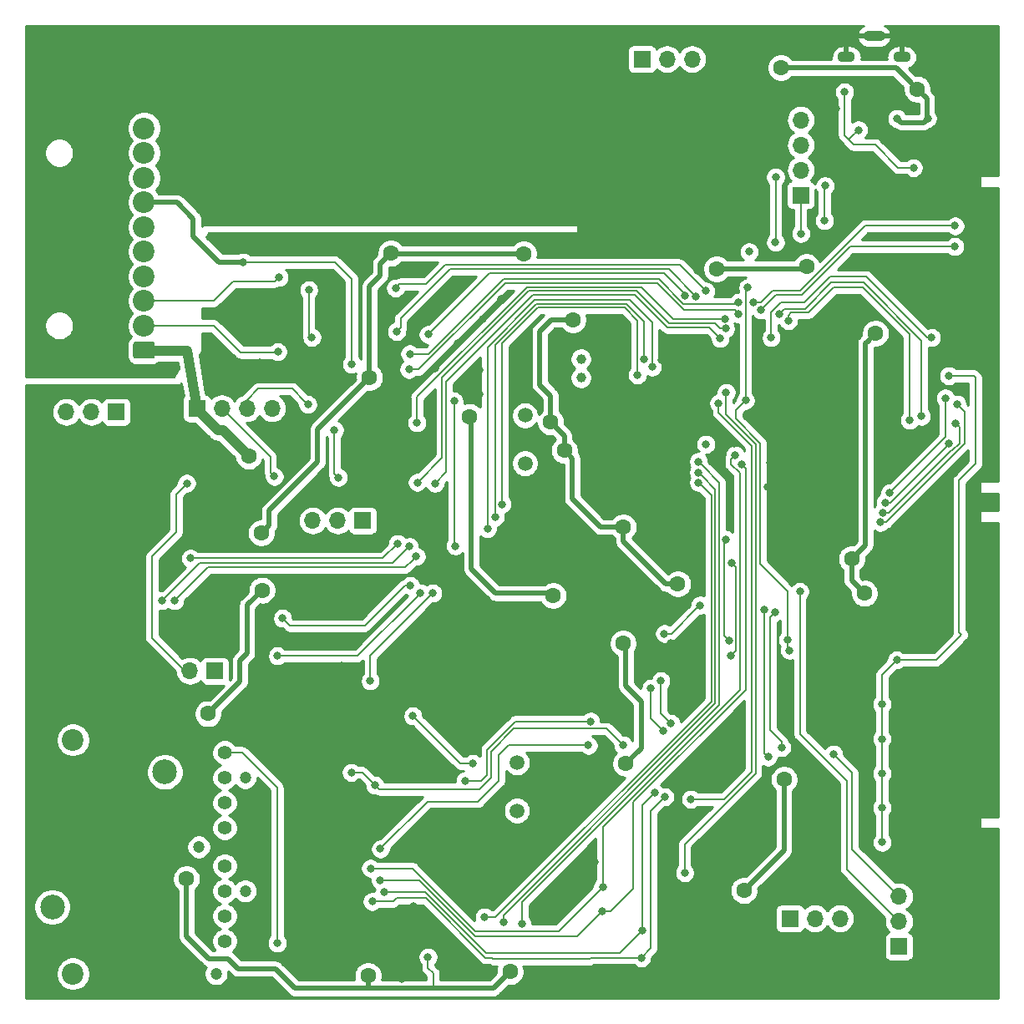
<source format=gbl>
G04 #@! TF.GenerationSoftware,KiCad,Pcbnew,5.1.4-e60b266~84~ubuntu16.04.1*
G04 #@! TF.CreationDate,2019-08-13T02:24:23+05:00*
G04 #@! TF.ProjectId,usb2most,75736232-6d6f-4737-942e-6b696361645f,rev?*
G04 #@! TF.SameCoordinates,Original*
G04 #@! TF.FileFunction,Copper,L2,Bot*
G04 #@! TF.FilePolarity,Positive*
%FSLAX46Y46*%
G04 Gerber Fmt 4.6, Leading zero omitted, Abs format (unit mm)*
G04 Created by KiCad (PCBNEW 5.1.4-e60b266~84~ubuntu16.04.1) date 2019-08-13 02:24:23*
%MOMM*%
%LPD*%
G04 APERTURE LIST*
%ADD10O,1.700000X1.700000*%
%ADD11R,1.700000X1.700000*%
%ADD12C,1.200000*%
%ADD13C,1.400000*%
%ADD14C,2.200000*%
%ADD15C,2.500000*%
%ADD16C,0.100000*%
%ADD17C,1.700000*%
%ADD18O,1.800000X1.100000*%
%ADD19O,2.200000X1.100000*%
%ADD20C,1.000000*%
%ADD21C,1.500000*%
%ADD22C,0.800000*%
%ADD23C,5.000000*%
%ADD24C,1.600000*%
%ADD25C,0.500000*%
%ADD26C,0.200000*%
%ADD27C,0.300000*%
%ADD28C,1.000000*%
%ADD29C,0.254000*%
G04 APERTURE END LIST*
D10*
X103250000Y-111200000D03*
X100710000Y-111200000D03*
D11*
X98170000Y-111200000D03*
D10*
X24820000Y-59850000D03*
X27360000Y-59850000D03*
D11*
X29900000Y-59850000D03*
D10*
X37338000Y-86100000D03*
D11*
X39878000Y-86100000D03*
D12*
X42950000Y-96940000D03*
X42950000Y-108420000D03*
X40000000Y-116800000D03*
D13*
X40870000Y-113500000D03*
X40870000Y-110960000D03*
X40870000Y-108420000D03*
X40870000Y-105880000D03*
D12*
X38250000Y-103950000D03*
D14*
X25500000Y-116800000D03*
X25500000Y-93100000D03*
D15*
X34800000Y-96350000D03*
X23400000Y-110050000D03*
D13*
X40870000Y-102020000D03*
X40870000Y-99480000D03*
X40870000Y-96940000D03*
X40870000Y-94400000D03*
D10*
X99275000Y-30260000D03*
X99275000Y-32800000D03*
X99275000Y-35340000D03*
D11*
X99275000Y-37880000D03*
D14*
X32700000Y-31100000D03*
X32700000Y-33600000D03*
X32700000Y-36100000D03*
X32700000Y-38600000D03*
X32700000Y-41100000D03*
X32700000Y-43600000D03*
X32700000Y-46100000D03*
X32700000Y-48600000D03*
X32700000Y-51100000D03*
D16*
G36*
X33574504Y-52751204D02*
G01*
X33598773Y-52754804D01*
X33622571Y-52760765D01*
X33645671Y-52769030D01*
X33667849Y-52779520D01*
X33688893Y-52792133D01*
X33708598Y-52806747D01*
X33726777Y-52823223D01*
X33743253Y-52841402D01*
X33757867Y-52861107D01*
X33770480Y-52882151D01*
X33780970Y-52904329D01*
X33789235Y-52927429D01*
X33795196Y-52951227D01*
X33798796Y-52975496D01*
X33800000Y-53000000D01*
X33800000Y-54200000D01*
X33798796Y-54224504D01*
X33795196Y-54248773D01*
X33789235Y-54272571D01*
X33780970Y-54295671D01*
X33770480Y-54317849D01*
X33757867Y-54338893D01*
X33743253Y-54358598D01*
X33726777Y-54376777D01*
X33708598Y-54393253D01*
X33688893Y-54407867D01*
X33667849Y-54420480D01*
X33645671Y-54430970D01*
X33622571Y-54439235D01*
X33598773Y-54445196D01*
X33574504Y-54448796D01*
X33550000Y-54450000D01*
X31850000Y-54450000D01*
X31825496Y-54448796D01*
X31801227Y-54445196D01*
X31777429Y-54439235D01*
X31754329Y-54430970D01*
X31732151Y-54420480D01*
X31711107Y-54407867D01*
X31691402Y-54393253D01*
X31673223Y-54376777D01*
X31656747Y-54358598D01*
X31642133Y-54338893D01*
X31629520Y-54317849D01*
X31619030Y-54295671D01*
X31610765Y-54272571D01*
X31604804Y-54248773D01*
X31601204Y-54224504D01*
X31600000Y-54200000D01*
X31600000Y-53000000D01*
X31601204Y-52975496D01*
X31604804Y-52951227D01*
X31610765Y-52927429D01*
X31619030Y-52904329D01*
X31629520Y-52882151D01*
X31642133Y-52861107D01*
X31656747Y-52841402D01*
X31673223Y-52823223D01*
X31691402Y-52806747D01*
X31711107Y-52792133D01*
X31732151Y-52779520D01*
X31754329Y-52769030D01*
X31777429Y-52760765D01*
X31801227Y-52754804D01*
X31825496Y-52751204D01*
X31850000Y-52750000D01*
X33550000Y-52750000D01*
X33574504Y-52751204D01*
X33574504Y-52751204D01*
G37*
D17*
X32700000Y-53600000D03*
D11*
X83170000Y-24100000D03*
D10*
X85710000Y-24100000D03*
X88250000Y-24100000D03*
D18*
X109500000Y-23900000D03*
X103900000Y-23900000D03*
D19*
X106700000Y-21750000D03*
D20*
X76990000Y-56400000D03*
X76990000Y-54500000D03*
D11*
X38055000Y-59500000D03*
D10*
X40595000Y-59500000D03*
X43135000Y-59500000D03*
X45675000Y-59500000D03*
D21*
X70500000Y-95400000D03*
X70500000Y-100280000D03*
X71325000Y-60200000D03*
X71325000Y-65080000D03*
D11*
X54864000Y-70866000D03*
D10*
X52324000Y-70866000D03*
X49784000Y-70866000D03*
D11*
X109220000Y-114046000D03*
D10*
X109220000Y-111506000D03*
X109220000Y-108966000D03*
D22*
X31050000Y-94400000D03*
D23*
X115000000Y-25000000D03*
X25000000Y-25000000D03*
X115000000Y-115000000D03*
D22*
X62800000Y-104900000D03*
X60400000Y-104300000D03*
X59750000Y-29900000D03*
X59600000Y-28700000D03*
X58700000Y-26000000D03*
X51400000Y-27000000D03*
X54200000Y-30200000D03*
X47500000Y-25700000D03*
X93575000Y-22300000D03*
X110425000Y-29100000D03*
X118000000Y-29000000D03*
X86600000Y-26500000D03*
X78500000Y-21800000D03*
X48000000Y-22100000D03*
X65024000Y-21844000D03*
X102850000Y-29125000D03*
X73300000Y-39800000D03*
X60300000Y-39700000D03*
X30700000Y-23100000D03*
X25300000Y-42125000D03*
X38200000Y-30200000D03*
X113200000Y-38000000D03*
X114100000Y-45600000D03*
X114400000Y-54500000D03*
X112800000Y-57500000D03*
X107700000Y-75200000D03*
X107000000Y-79600000D03*
X86106000Y-83312000D03*
X114700000Y-107900000D03*
X105664000Y-112522000D03*
X105950000Y-117600000D03*
X86106000Y-109728000D03*
X83562000Y-83062000D03*
X51400000Y-67500000D03*
X25700000Y-68700000D03*
X37338000Y-69596000D03*
X35700000Y-75000000D03*
X25500000Y-77600000D03*
X37084000Y-88900000D03*
X26600000Y-98000000D03*
X28300000Y-110600000D03*
X35300000Y-111900000D03*
X33700000Y-100900000D03*
X44450000Y-87884000D03*
X44350000Y-43500000D03*
X66550000Y-42550000D03*
X81500000Y-42700000D03*
X62225000Y-55400000D03*
X74168000Y-73406000D03*
X94750000Y-56850000D03*
X95425000Y-61625000D03*
X93800000Y-60325000D03*
X116600000Y-70725000D03*
X98044000Y-67310000D03*
X51600000Y-102400000D03*
X94488000Y-100076000D03*
X87500000Y-56700000D03*
X100100000Y-106250000D03*
X100400000Y-100350000D03*
X87050000Y-114475000D03*
X82725000Y-60725000D03*
X82300000Y-66000000D03*
X77724000Y-64262000D03*
X86775000Y-72325000D03*
X85125000Y-54600000D03*
X96266000Y-31242000D03*
X91950000Y-46800000D03*
X105075000Y-52225000D03*
X103000000Y-56600000D03*
X98650000Y-57750000D03*
X68900000Y-48375000D03*
X48900000Y-56200000D03*
X59300000Y-42525000D03*
X99000000Y-72600000D03*
X116900000Y-66925000D03*
X103150000Y-33825000D03*
X104775000Y-36025000D03*
X55200000Y-98900000D03*
X100475000Y-54475000D03*
X101800000Y-70200000D03*
X50500000Y-111500000D03*
X47800000Y-105700000D03*
X78340000Y-105520000D03*
X41575000Y-89925000D03*
X58025000Y-86625000D03*
X60025000Y-109975000D03*
X34500000Y-66700000D03*
X30225000Y-69225000D03*
X24800000Y-72900000D03*
X30100000Y-77850000D03*
X28925000Y-35975000D03*
X28525000Y-50375000D03*
X88075000Y-60375000D03*
X77300000Y-39825000D03*
X74040000Y-65830000D03*
X72560000Y-68040000D03*
X74230000Y-70910000D03*
X74560000Y-55570000D03*
X72570000Y-58570000D03*
X70750000Y-53125000D03*
X77310000Y-98110000D03*
X74422000Y-98298000D03*
X44850000Y-80325000D03*
X44525000Y-82575000D03*
X45550000Y-90025000D03*
X52700000Y-85575000D03*
X47250000Y-85950000D03*
X26675000Y-103925000D03*
X32250000Y-116375000D03*
X32250000Y-105500000D03*
D24*
X79700000Y-30725000D03*
X79750000Y-33925000D03*
X79125000Y-37325000D03*
X82325000Y-27350000D03*
D22*
X104925000Y-38975000D03*
X101450000Y-43050000D03*
X95425000Y-34400000D03*
X95125000Y-37525000D03*
X107850000Y-38000000D03*
X107975000Y-45125000D03*
X107675000Y-42100000D03*
X65024000Y-40132000D03*
X62738000Y-42672000D03*
X57912000Y-40386000D03*
X52578000Y-40386000D03*
X68834000Y-40132000D03*
X49022000Y-29210000D03*
X31242000Y-26670000D03*
X57912000Y-22098000D03*
X71882000Y-21844000D03*
X49276000Y-42672000D03*
X40132000Y-54356000D03*
X44450000Y-54864000D03*
X33925000Y-59875000D03*
X25146000Y-53848000D03*
X23368000Y-36322000D03*
X28702000Y-46228000D03*
X28448000Y-40640000D03*
X24130000Y-47244000D03*
X28448000Y-32258000D03*
X29464000Y-83058000D03*
X36068000Y-83312000D03*
X34290000Y-89408000D03*
X89000000Y-68500000D03*
X92550000Y-63025000D03*
X89662000Y-60706000D03*
X87376000Y-62230000D03*
X98298000Y-62992000D03*
X96175000Y-65050000D03*
X98298000Y-65024000D03*
X97028000Y-59436000D03*
X89662000Y-57658000D03*
X81280000Y-51562000D03*
X78994000Y-50546000D03*
X76454000Y-60452000D03*
X77978000Y-66294000D03*
X77575000Y-75275000D03*
X112350000Y-22400000D03*
X100675000Y-22475000D03*
X95900000Y-27600000D03*
X85100000Y-30875000D03*
X85025000Y-34500000D03*
X83900000Y-37600000D03*
X87399990Y-67099638D03*
X67600000Y-79800000D03*
X65500000Y-88000000D03*
X69200000Y-90600000D03*
X78000000Y-84700000D03*
X83600000Y-85200000D03*
X74500000Y-117700000D03*
X73600000Y-111400000D03*
X74400000Y-107900000D03*
X65500000Y-117000000D03*
X50200000Y-117000000D03*
X58800000Y-117300000D03*
X48000000Y-112000000D03*
X101575000Y-98050000D03*
X104675000Y-70350000D03*
X102975000Y-76300000D03*
X103075000Y-83800000D03*
X95925000Y-67475000D03*
X92100000Y-68350000D03*
X91650000Y-66125000D03*
X90800000Y-64300000D03*
X79900000Y-76975000D03*
X82425000Y-76950000D03*
X85300000Y-73425000D03*
X73650000Y-69050000D03*
X67675000Y-75375000D03*
X67425000Y-73450000D03*
X64350000Y-75500000D03*
X63000000Y-68325000D03*
X64475000Y-52900000D03*
X67000000Y-50475000D03*
X88825000Y-45500000D03*
X92625000Y-39425000D03*
X105175000Y-48375000D03*
X102300000Y-49025000D03*
X52850000Y-100450000D03*
X52225000Y-97550000D03*
X46200000Y-93650000D03*
X49000000Y-92700000D03*
X66250000Y-100500000D03*
X62425000Y-113975000D03*
X97625000Y-87725000D03*
X97525000Y-90825000D03*
X103375000Y-90050000D03*
X115250000Y-101625000D03*
X66675000Y-55600000D03*
X66700000Y-58050000D03*
X64425000Y-57100000D03*
X93625000Y-114450000D03*
X109000000Y-85000000D03*
X107500000Y-89499988D03*
X107500000Y-93000000D03*
X107500000Y-96500000D03*
X107499990Y-100000000D03*
X114275000Y-56200000D03*
X107518982Y-103481018D03*
X112522000Y-52324000D03*
X96266000Y-52324000D03*
X114900000Y-41000000D03*
X94488000Y-48768000D03*
X114889968Y-43099996D03*
X95250000Y-49530000D03*
X113924998Y-58450000D03*
X108300000Y-68050000D03*
X115100000Y-59075000D03*
X107325000Y-71050000D03*
X114950002Y-61000000D03*
X107575896Y-70079233D03*
X107825000Y-69050000D03*
X114286118Y-63053847D03*
X93675000Y-58700000D03*
X93900000Y-47250000D03*
X89650000Y-63125000D03*
X96725000Y-36050000D03*
X96700000Y-42675000D03*
X97950000Y-82975000D03*
X98125000Y-84025000D03*
X101675000Y-40475000D03*
X101725000Y-36925000D03*
X99275000Y-41775000D03*
X94025000Y-43625000D03*
X111500000Y-60300000D03*
X97069982Y-49969982D03*
X110300000Y-60700000D03*
X98000000Y-50600000D03*
X46200000Y-113700000D03*
D24*
X81262000Y-83312000D03*
X65700010Y-60325000D03*
X74168000Y-78486000D03*
X81534000Y-95504000D03*
D22*
X112120001Y-30119999D03*
D24*
X97250000Y-24975000D03*
D22*
X109025000Y-30125000D03*
D24*
X111075000Y-27125000D03*
D22*
X110682010Y-35100000D03*
X103700000Y-27425000D03*
X105125000Y-31275000D03*
X88650000Y-48175000D03*
X58300000Y-51700000D03*
X89625000Y-47600000D03*
X58200000Y-47300000D03*
X90950000Y-58975000D03*
X88136256Y-99122114D03*
X91700000Y-57875000D03*
X87500000Y-106575000D03*
X37025000Y-67100000D03*
X46375000Y-46225000D03*
X46250000Y-53750000D03*
X95550000Y-79875000D03*
X95950000Y-94850000D03*
X49400000Y-47500000D03*
X49700000Y-52300000D03*
X61500000Y-52000000D03*
X87542525Y-48057475D03*
X49300000Y-59100000D03*
X45900000Y-66400000D03*
X52000000Y-61700000D03*
X52400000Y-66500000D03*
X62200000Y-67100000D03*
X91100004Y-52400000D03*
X60362499Y-60962499D03*
X91578229Y-50407932D03*
X60400000Y-67000000D03*
X91647219Y-51405562D03*
D24*
X43300000Y-64350000D03*
D22*
X83200000Y-112400000D03*
X85344000Y-92202000D03*
X84074000Y-87884000D03*
X57075000Y-108500000D03*
X84450000Y-98475000D03*
X83100000Y-115200000D03*
X85090000Y-87122000D03*
X86106000Y-91440000D03*
X55818727Y-109482103D03*
X85475000Y-98875000D03*
X93300000Y-65200000D03*
X79100000Y-110500000D03*
X56650000Y-107375000D03*
X79200000Y-108000000D03*
X55656674Y-106126413D03*
X92615250Y-64229633D03*
X53700000Y-96400000D03*
X56100000Y-97700000D03*
X81252332Y-93625021D03*
D24*
X90750000Y-45350000D03*
X99847324Y-45147308D03*
X81275000Y-71525000D03*
X71175000Y-43825000D03*
X55550000Y-56375000D03*
X104425000Y-74750000D03*
X75300000Y-63775000D03*
X73920000Y-60900000D03*
X39175000Y-90450000D03*
X44650000Y-77925000D03*
X76190000Y-50510000D03*
X86800000Y-77300000D03*
X93500000Y-108375000D03*
X44575685Y-72125685D03*
X57725000Y-43775000D03*
X106850000Y-51900012D03*
X97575000Y-97125000D03*
X105725000Y-78250000D03*
X37000000Y-107200000D03*
X55400000Y-117000000D03*
D22*
X61484682Y-115115318D03*
X66024182Y-95488182D03*
X59944000Y-90678000D03*
D24*
X69800000Y-116600000D03*
D22*
X84200000Y-55300000D03*
X35800000Y-79000000D03*
X67500000Y-71700000D03*
X60300000Y-74500000D03*
X83400000Y-54500000D03*
X68300000Y-70500000D03*
X59600000Y-73500000D03*
X34500000Y-79000000D03*
X82700000Y-56100000D03*
X69000000Y-69200000D03*
X58400000Y-73200000D03*
X37400000Y-74700000D03*
X59625000Y-53975000D03*
X92964000Y-48768000D03*
X59550000Y-55550000D03*
X92963996Y-49926418D03*
X65245168Y-97249168D03*
X77975000Y-91225000D03*
X56650000Y-104150000D03*
X77742518Y-93657482D03*
X46736000Y-80772000D03*
X59690000Y-77470000D03*
X46228000Y-84582000D03*
X60706000Y-78232000D03*
X55626000Y-87122000D03*
X61976000Y-78232000D03*
X85438555Y-82325000D03*
X89055025Y-79455025D03*
X99175000Y-78050000D03*
X91700000Y-72800000D03*
X91975000Y-83025000D03*
X96625000Y-80200000D03*
X97325000Y-93875000D03*
X102575000Y-94550000D03*
X53750000Y-55025000D03*
X42725000Y-44675000D03*
X64125000Y-58750000D03*
X64250000Y-73450000D03*
X92250000Y-75175000D03*
X92200000Y-84575000D03*
X69119821Y-111569463D03*
X88899642Y-66000000D03*
X71018069Y-111773179D03*
X88900000Y-64900000D03*
X67202517Y-111056480D03*
X88900000Y-67000000D03*
D25*
X103900000Y-22275000D02*
X104425000Y-21750000D01*
X104425000Y-21750000D02*
X106700000Y-21750000D01*
X103900000Y-23900000D02*
X103900000Y-22275000D01*
X109500000Y-22275000D02*
X108975000Y-21750000D01*
X108975000Y-21750000D02*
X106700000Y-21750000D01*
X109500000Y-23900000D02*
X109500000Y-22275000D01*
D26*
X107500000Y-88934303D02*
X107500000Y-89499988D01*
X109000000Y-85000000D02*
X107500000Y-86500000D01*
X107500000Y-86500000D02*
X107500000Y-88934303D01*
X107500000Y-89499988D02*
X107500000Y-93000000D01*
X107500000Y-93565685D02*
X107500000Y-96500000D01*
X107500000Y-93000000D02*
X107500000Y-93565685D01*
X107500000Y-99999990D02*
X107499990Y-100000000D01*
X107500000Y-96500000D02*
X107500000Y-99999990D01*
X109000000Y-85000000D02*
X113025000Y-85000000D01*
X113025000Y-85000000D02*
X115575000Y-82450000D01*
X115325000Y-82200000D02*
X115325000Y-66800000D01*
X115575000Y-82450000D02*
X115325000Y-82200000D01*
X115325000Y-66800000D02*
X117000000Y-65125000D01*
X117000000Y-65125000D02*
X117000000Y-56400000D01*
X117000000Y-56400000D02*
X116800000Y-56200000D01*
X116800000Y-56200000D02*
X114275000Y-56200000D01*
X107499990Y-100000000D02*
X107499990Y-103462026D01*
X107499990Y-103462026D02*
X107518982Y-103481018D01*
X96266000Y-49784000D02*
X96266000Y-52324000D01*
X99657000Y-48768000D02*
X97282000Y-48768000D01*
X112522000Y-52324000D02*
X112049000Y-52324000D01*
X112049000Y-52324000D02*
X105875000Y-46150000D01*
X97282000Y-48768000D02*
X96266000Y-49784000D01*
X105875000Y-46150000D02*
X102275000Y-46150000D01*
X102275000Y-46150000D02*
X99657000Y-48768000D01*
X95250000Y-48768000D02*
X94488000Y-48768000D01*
X96412011Y-47605989D02*
X95250000Y-48768000D01*
X99194011Y-47605989D02*
X96412011Y-47605989D01*
X105800000Y-41000000D02*
X99194011Y-47605989D01*
X114900000Y-41000000D02*
X105800000Y-41000000D01*
X114889968Y-43099996D02*
X104265704Y-43099996D01*
X96774000Y-48006000D02*
X95649999Y-49130001D01*
X95649999Y-49130001D02*
X95250000Y-49530000D01*
X99359700Y-48006000D02*
X96774000Y-48006000D01*
X104265704Y-43099996D02*
X99359700Y-48006000D01*
X108699999Y-67650001D02*
X108300000Y-68050000D01*
X113924998Y-58450000D02*
X113924998Y-62425002D01*
X113924998Y-62425002D02*
X108699999Y-67650001D01*
X115100000Y-59075000D02*
X115850001Y-59825001D01*
X115850001Y-59825001D02*
X115850001Y-63091668D01*
X107891669Y-71050000D02*
X107890685Y-71050000D01*
X107890685Y-71050000D02*
X107325000Y-71050000D01*
X115850001Y-63091668D02*
X107891669Y-71050000D01*
X114522119Y-63753849D02*
X108196735Y-70079233D01*
X108141581Y-70079233D02*
X107575896Y-70079233D01*
X114622120Y-63753849D02*
X114522119Y-63753849D01*
X108196735Y-70079233D02*
X108141581Y-70079233D01*
X115350001Y-63025968D02*
X114622120Y-63753849D01*
X115350001Y-61399999D02*
X115350001Y-63025968D01*
X114950002Y-61000000D02*
X115350001Y-61399999D01*
X114286118Y-63154567D02*
X114286118Y-63053847D01*
X108390685Y-69050000D02*
X114286118Y-63154567D01*
X107825000Y-69050000D02*
X108390685Y-69050000D01*
X93675000Y-47475000D02*
X93900000Y-47250000D01*
X93675000Y-58700000D02*
X93675000Y-47475000D01*
X96725000Y-42650000D02*
X96700000Y-42675000D01*
X96725000Y-36050000D02*
X96725000Y-42650000D01*
X93675000Y-58700000D02*
X92675000Y-59700000D01*
X97950000Y-78050000D02*
X97950000Y-82409315D01*
X97950000Y-82409315D02*
X97950000Y-82975000D01*
X95150000Y-75250000D02*
X97950000Y-78050000D01*
X95150000Y-63018602D02*
X95150000Y-75250000D01*
X92675000Y-59700000D02*
X92675000Y-60543602D01*
X92675000Y-60543602D02*
X95150000Y-63018602D01*
X97950000Y-82975000D02*
X97950000Y-83800000D01*
X98125000Y-83975000D02*
X98125000Y-84025000D01*
X97950000Y-83800000D02*
X98125000Y-83975000D01*
X101675000Y-36975000D02*
X101725000Y-36925000D01*
X101675000Y-40475000D02*
X101675000Y-36975000D01*
X99275000Y-41775000D02*
X99275000Y-37880000D01*
X97639975Y-49399989D02*
X97469981Y-49569983D01*
X97469981Y-49569983D02*
X97069982Y-49969982D01*
X111500000Y-52634300D02*
X105601700Y-46736000D01*
X102362000Y-46736000D02*
X99698011Y-49399989D01*
X105601700Y-46736000D02*
X102362000Y-46736000D01*
X111500000Y-60300000D02*
X111500000Y-52634300D01*
X99698011Y-49399989D02*
X97639975Y-49399989D01*
X98000000Y-50100000D02*
X98000000Y-50600000D01*
X98300000Y-49800000D02*
X98000000Y-50100000D01*
X102616000Y-47244000D02*
X100060000Y-49800000D01*
X100060000Y-49800000D02*
X98300000Y-49800000D01*
X110300000Y-60700000D02*
X110300000Y-52000000D01*
X110300000Y-52000000D02*
X105544000Y-47244000D01*
X105544000Y-47244000D02*
X102616000Y-47244000D01*
X46200000Y-113134315D02*
X46200000Y-113700000D01*
X42675000Y-94400000D02*
X46200000Y-97925000D01*
X46200000Y-97925000D02*
X46200000Y-113134315D01*
X40870000Y-94400000D02*
X42675000Y-94400000D01*
D25*
X81262000Y-83312000D02*
X81262000Y-83512000D01*
X83100000Y-93938000D02*
X81534000Y-95504000D01*
X81262000Y-83312000D02*
X81534000Y-83584000D01*
X81534000Y-83584000D02*
X81534000Y-87630000D01*
X81534000Y-87630000D02*
X83100000Y-89196000D01*
X83100000Y-89196000D02*
X83100000Y-93938000D01*
X73914000Y-78232000D02*
X74168000Y-78486000D01*
X65700010Y-60325000D02*
X65875000Y-60499990D01*
X65875000Y-60499990D02*
X65875000Y-75781000D01*
X65875000Y-75781000D02*
X68326000Y-78232000D01*
X68326000Y-78232000D02*
X73914000Y-78232000D01*
D27*
X112075000Y-30074998D02*
X112120001Y-30119999D01*
D25*
X111715000Y-30525000D02*
X109425000Y-30525000D01*
X109425000Y-30525000D02*
X109025000Y-30125000D01*
X112120001Y-30119999D02*
X111715000Y-30525000D01*
X111874999Y-27924999D02*
X111075000Y-27125000D01*
X108925000Y-24975000D02*
X110275001Y-26325001D01*
X97250000Y-24975000D02*
X108925000Y-24975000D01*
X110275001Y-26325001D02*
X111075000Y-27125000D01*
X112075000Y-30074998D02*
X112075000Y-28125000D01*
X112075000Y-28125000D02*
X111874999Y-27924999D01*
D26*
X103700000Y-27990685D02*
X103700000Y-27425000D01*
X103777999Y-31895997D02*
X103700000Y-31817998D01*
X103700000Y-31817998D02*
X103700000Y-27990685D01*
X104725001Y-31674999D02*
X105125000Y-31275000D01*
X104141001Y-32258999D02*
X104725001Y-31674999D01*
X103777999Y-31895997D02*
X104141001Y-32258999D01*
X106805000Y-32780000D02*
X104662002Y-32780000D01*
X109125000Y-35100000D02*
X106805000Y-32780000D01*
X104662002Y-32780000D02*
X103777999Y-31895997D01*
X110682010Y-35100000D02*
X109125000Y-35100000D01*
X58699999Y-51300001D02*
X58300000Y-51700000D01*
X88650000Y-48175000D02*
X85875000Y-45400000D01*
X85875000Y-45400000D02*
X63700000Y-45400000D01*
X63700000Y-45400000D02*
X58699999Y-50400001D01*
X58699999Y-50400001D02*
X58699999Y-51300001D01*
X58599999Y-46900001D02*
X58200000Y-47300000D01*
X89625000Y-47600000D02*
X86975001Y-44950001D01*
X86975001Y-44950001D02*
X63249999Y-44950001D01*
X63249999Y-44950001D02*
X61299999Y-46900001D01*
X61299999Y-46900001D02*
X58599999Y-46900001D01*
X88701941Y-99122114D02*
X88136256Y-99122114D01*
X91502886Y-99122114D02*
X88701941Y-99122114D01*
X90950000Y-58975000D02*
X90950000Y-59950000D01*
X90950000Y-59950000D02*
X94300000Y-63300000D01*
X94300000Y-96325000D02*
X91502886Y-99122114D01*
X94300000Y-63300000D02*
X94300000Y-96325000D01*
X94700011Y-63134311D02*
X94700011Y-96490689D01*
X94700011Y-96490689D02*
X87500000Y-103690700D01*
X87500000Y-103690700D02*
X87500000Y-106009315D01*
X87500000Y-106009315D02*
X87500000Y-106575000D01*
X91700000Y-60134300D02*
X94700011Y-63134311D01*
X91700000Y-57875000D02*
X91700000Y-60134300D01*
X36821000Y-86100000D02*
X37338000Y-86100000D01*
X33500000Y-82779000D02*
X36821000Y-86100000D01*
X37025000Y-67125000D02*
X35950000Y-68200000D01*
X35950000Y-68200000D02*
X35950000Y-72075000D01*
X33500000Y-74525000D02*
X33500000Y-82779000D01*
X37025000Y-67100000D02*
X37025000Y-67125000D01*
X35950000Y-72075000D02*
X33500000Y-74525000D01*
X45975001Y-46624999D02*
X46375000Y-46225000D01*
X41750001Y-46624999D02*
X45975001Y-46624999D01*
X39775000Y-48600000D02*
X41750001Y-46624999D01*
X32700000Y-48600000D02*
X39775000Y-48600000D01*
X46175000Y-53825000D02*
X46250000Y-53750000D01*
X32700000Y-51100000D02*
X32725000Y-51125000D01*
X32725000Y-51125000D02*
X39775000Y-51125000D01*
X39775000Y-51125000D02*
X42475000Y-53825000D01*
X42475000Y-53825000D02*
X46175000Y-53825000D01*
X95550000Y-94450000D02*
X95950000Y-94850000D01*
X95550000Y-79875000D02*
X95550000Y-94450000D01*
X49400000Y-47500000D02*
X49400000Y-52000000D01*
X49400000Y-52000000D02*
X49700000Y-52300000D01*
X87542525Y-47942525D02*
X87542525Y-48057475D01*
X85400000Y-45800000D02*
X87542525Y-47942525D01*
X67700000Y-45800000D02*
X85400000Y-45800000D01*
X61500000Y-52000000D02*
X67700000Y-45800000D01*
X43135000Y-59500000D02*
X43135000Y-58665000D01*
X43135000Y-58665000D02*
X44300000Y-57500000D01*
X49000000Y-58800000D02*
X49300000Y-59100000D01*
X47700000Y-57500000D02*
X49000000Y-58800000D01*
X44300000Y-57500000D02*
X47700000Y-57500000D01*
X45500001Y-66000001D02*
X45900000Y-66400000D01*
X45500001Y-64450001D02*
X45500001Y-66000001D01*
X40595000Y-59545000D02*
X45500001Y-64450001D01*
X40595000Y-59500000D02*
X40595000Y-59545000D01*
X52000000Y-61700000D02*
X52000000Y-66100000D01*
X52000000Y-66100000D02*
X52400000Y-66500000D01*
X72099990Y-48000010D02*
X82459312Y-48000010D01*
X63325000Y-56775000D02*
X72099990Y-48000010D01*
X91100000Y-52400000D02*
X91100004Y-52400000D01*
X85759302Y-51300000D02*
X90000000Y-51300000D01*
X82459312Y-48000010D02*
X85759302Y-51300000D01*
X90000000Y-51300000D02*
X91100000Y-52400000D01*
X63325000Y-65975000D02*
X63325000Y-56775000D01*
X62200000Y-67100000D02*
X63325000Y-65975000D01*
X71500011Y-47199989D02*
X83124989Y-47199989D01*
X83124989Y-47199989D02*
X86332932Y-50407932D01*
X86332932Y-50407932D02*
X91012544Y-50407932D01*
X91012544Y-50407932D02*
X91578229Y-50407932D01*
X60362499Y-60962499D02*
X60362499Y-58337501D01*
X60362499Y-58337501D02*
X71500011Y-47199989D01*
X71700000Y-47600000D02*
X82625001Y-47599999D01*
X82625001Y-47599999D02*
X85924991Y-50899989D01*
X85924991Y-50899989D02*
X90575961Y-50899989D01*
X90575961Y-50899989D02*
X91081534Y-51405562D01*
X62924989Y-56375011D02*
X71700000Y-47600000D01*
X62924989Y-64475011D02*
X62924989Y-56375011D01*
X60400000Y-67000000D02*
X62924989Y-64475011D01*
X91081534Y-51405562D02*
X91647219Y-51405562D01*
D28*
X33948001Y-53700001D02*
X32700000Y-53700001D01*
X37100001Y-53700001D02*
X33948001Y-53700001D01*
X38055000Y-59500000D02*
X37100001Y-53700001D01*
X40175000Y-61725000D02*
X38055000Y-59605000D01*
X40675000Y-61725000D02*
X40175000Y-61725000D01*
D25*
X38055000Y-59605000D02*
X38055000Y-59500000D01*
D28*
X43300000Y-64350000D02*
X40675000Y-61725000D01*
D26*
X84074000Y-88449685D02*
X84074000Y-87884000D01*
X84074000Y-90932000D02*
X84074000Y-88449685D01*
X85344000Y-92202000D02*
X84074000Y-90932000D01*
X61165700Y-108500000D02*
X57640685Y-108500000D01*
X67365700Y-114700000D02*
X61165700Y-108500000D01*
X57640685Y-108500000D02*
X57075000Y-108500000D01*
X80900000Y-114700000D02*
X67365700Y-114700000D01*
X83200000Y-112400000D02*
X80900000Y-114700000D01*
X83200000Y-112400000D02*
X83200000Y-99725000D01*
X84050001Y-98874999D02*
X84450000Y-98475000D01*
X83200000Y-99725000D02*
X84050001Y-98874999D01*
X85090000Y-90424000D02*
X86106000Y-91440000D01*
X85090000Y-87122000D02*
X85090000Y-90424000D01*
X58275000Y-109150000D02*
X57942897Y-109482103D01*
X56384412Y-109482103D02*
X55818727Y-109482103D01*
X67300000Y-115200000D02*
X61250000Y-109150000D01*
X57942897Y-109482103D02*
X56384412Y-109482103D01*
X67949619Y-115200000D02*
X67300000Y-115200000D01*
X61250000Y-109150000D02*
X58275000Y-109150000D01*
X83100000Y-115200000D02*
X78000000Y-115200000D01*
X78000000Y-115200000D02*
X77900000Y-115300000D01*
X77900000Y-115300000D02*
X68049619Y-115300000D01*
X68049619Y-115300000D02*
X67949619Y-115200000D01*
X84074000Y-114226000D02*
X84074000Y-100276000D01*
X85075001Y-99274999D02*
X85475000Y-98875000D01*
X84074000Y-100276000D02*
X85075001Y-99274999D01*
X83100000Y-115200000D02*
X84074000Y-114226000D01*
X93699999Y-87997101D02*
X82300011Y-99397089D01*
X79665685Y-110500000D02*
X79100000Y-110500000D01*
X82300011Y-108165689D02*
X79965700Y-110500000D01*
X93699999Y-65599999D02*
X93699999Y-87997101D01*
X79965700Y-110500000D02*
X79665685Y-110500000D01*
X93300000Y-65200000D02*
X93699999Y-65599999D01*
X82300011Y-99397089D02*
X82300011Y-108165689D01*
X57215685Y-107375000D02*
X56650000Y-107375000D01*
X60606400Y-107375000D02*
X57215685Y-107375000D01*
X66231399Y-112999999D02*
X60606400Y-107375000D01*
X76600001Y-112999999D02*
X66231399Y-112999999D01*
X79100000Y-110500000D02*
X76600001Y-112999999D01*
X56222359Y-106126413D02*
X55656674Y-106126413D01*
X59923513Y-106126413D02*
X56222359Y-106126413D01*
X79200000Y-108000000D02*
X74700000Y-112500000D01*
X66297100Y-112500000D02*
X59923513Y-106126413D01*
X74700000Y-112500000D02*
X66297100Y-112500000D01*
X92215251Y-64629632D02*
X92615250Y-64229633D01*
X92215251Y-65165251D02*
X92215251Y-64629632D01*
X79200000Y-101931400D02*
X93100012Y-88031388D01*
X93100012Y-88031388D02*
X93100012Y-66050012D01*
X79200000Y-108000000D02*
X79200000Y-101931400D01*
X93100012Y-66050012D02*
X92215251Y-65165251D01*
X54800000Y-96400000D02*
X55700001Y-97300001D01*
X53700000Y-96400000D02*
X54800000Y-96400000D01*
X55700001Y-97300001D02*
X56100000Y-97700000D01*
X56499999Y-98099999D02*
X66675001Y-98099999D01*
X80852333Y-93225022D02*
X81252332Y-93625021D01*
X70193600Y-91950000D02*
X79577311Y-91950000D01*
X67874978Y-96900022D02*
X67874978Y-94268622D01*
X56100000Y-97700000D02*
X56499999Y-98099999D01*
X66675001Y-98099999D02*
X67874978Y-96900022D01*
X79577311Y-91950000D02*
X80852333Y-93225022D01*
X67874978Y-94268622D02*
X70193600Y-91950000D01*
D27*
X99644632Y-45350000D02*
X99847324Y-45147308D01*
D25*
X90750000Y-45350000D02*
X99644632Y-45350000D01*
X76099999Y-64574999D02*
X75300000Y-63775000D01*
X76099999Y-68649999D02*
X76099999Y-64574999D01*
X78975000Y-71525000D02*
X76099999Y-68649999D01*
X81275000Y-71525000D02*
X78975000Y-71525000D01*
X75300000Y-63775000D02*
X75300000Y-62280000D01*
X75300000Y-62280000D02*
X74719999Y-61699999D01*
X74719999Y-61699999D02*
X73920000Y-60900000D01*
X43150000Y-79475000D02*
X43150000Y-79800000D01*
X43150000Y-79800000D02*
X43150000Y-79425000D01*
X43150000Y-79425000D02*
X44650000Y-77925000D01*
X73920000Y-60900000D02*
X73920000Y-58220000D01*
X73920000Y-58220000D02*
X72800000Y-57100000D01*
X72800000Y-57100000D02*
X72800000Y-51700000D01*
X72800000Y-51700000D02*
X73990000Y-50510000D01*
X73990000Y-50510000D02*
X76190000Y-50510000D01*
X81275000Y-72975000D02*
X85600000Y-77300000D01*
X85600000Y-77300000D02*
X86800000Y-77300000D01*
X81275000Y-71525000D02*
X81275000Y-72975000D01*
X55550000Y-56375000D02*
X50300000Y-61625000D01*
X50300000Y-61625000D02*
X50300000Y-64950000D01*
X50300000Y-64950000D02*
X45375684Y-69874316D01*
X45375684Y-71325686D02*
X44575685Y-72125685D01*
X45375684Y-69874316D02*
X45375684Y-71325686D01*
X71175000Y-43825000D02*
X57775000Y-43825000D01*
X57775000Y-43825000D02*
X57725000Y-43775000D01*
X56625000Y-44875000D02*
X57725000Y-43775000D01*
X56625000Y-46050000D02*
X56625000Y-44875000D01*
X55550000Y-47125000D02*
X56625000Y-46050000D01*
X55550000Y-56375000D02*
X55550000Y-47125000D01*
X106050001Y-52700011D02*
X106850000Y-51900012D01*
X105825000Y-52925012D02*
X106050001Y-52700011D01*
X105825000Y-73350000D02*
X105825000Y-52925012D01*
X104425000Y-74750000D02*
X105825000Y-73350000D01*
X42418000Y-87207000D02*
X39175000Y-90450000D01*
X42418000Y-85042002D02*
X42418000Y-87207000D01*
X43150000Y-84310002D02*
X42418000Y-85042002D01*
X43150000Y-79800000D02*
X43150000Y-84310002D01*
X97575000Y-104300000D02*
X97575000Y-98256370D01*
X93500000Y-108375000D02*
X97575000Y-104300000D01*
X97575000Y-98256370D02*
X97575000Y-97125000D01*
X104425000Y-74750000D02*
X104425000Y-76950000D01*
X104425000Y-76950000D02*
X104925001Y-77450001D01*
X104925001Y-77450001D02*
X105725000Y-78250000D01*
X48000000Y-118300000D02*
X56900000Y-118300000D01*
X37000000Y-107200000D02*
X37000000Y-113000000D01*
X37000000Y-113000000D02*
X39300000Y-115300000D01*
X46000000Y-116300000D02*
X48000000Y-118300000D01*
X42200000Y-116300000D02*
X46000000Y-116300000D01*
X39300000Y-115300000D02*
X41200000Y-115300000D01*
X41200000Y-115300000D02*
X42200000Y-116300000D01*
D26*
X62000000Y-116762006D02*
X62000000Y-118300000D01*
X61484682Y-115115318D02*
X61484682Y-116246688D01*
X61484682Y-116246688D02*
X62000000Y-116762006D01*
D25*
X56900000Y-118300000D02*
X62000000Y-118300000D01*
X55400000Y-118300000D02*
X55400000Y-117000000D01*
D26*
X61722000Y-92456000D02*
X59944000Y-90678000D01*
X64754182Y-95488182D02*
X61722000Y-92456000D01*
X66024182Y-95488182D02*
X64754182Y-95488182D01*
D25*
X68100000Y-118300000D02*
X69800000Y-116600000D01*
X62000000Y-118300000D02*
X68100000Y-118300000D01*
D26*
X59900001Y-74899999D02*
X60300000Y-74500000D01*
X35800000Y-79000000D02*
X39199990Y-75600010D01*
X59199990Y-75600010D02*
X59900001Y-74899999D01*
X39199990Y-75600010D02*
X59199990Y-75600010D01*
X67500000Y-71134315D02*
X67500000Y-71700000D01*
X72300000Y-48500000D02*
X67500000Y-53300000D01*
X84200000Y-50800000D02*
X81900000Y-48500000D01*
X67500000Y-53300000D02*
X67500000Y-71134315D01*
X81900000Y-48500000D02*
X72300000Y-48500000D01*
X84200000Y-55300000D02*
X84200000Y-50800000D01*
X34900000Y-78600000D02*
X34500000Y-79000000D01*
X57900000Y-75200000D02*
X38300000Y-75200000D01*
X38300000Y-75200000D02*
X34900000Y-78600000D01*
X59600000Y-73500000D02*
X57900000Y-75200000D01*
X83400000Y-54500000D02*
X83400000Y-50734300D01*
X68300000Y-69934315D02*
X68300000Y-70500000D01*
X68300000Y-53065700D02*
X68300000Y-69934315D01*
X72465689Y-48900011D02*
X68300000Y-53065700D01*
X81565711Y-48900011D02*
X72465689Y-48900011D01*
X83400000Y-50734300D02*
X81565711Y-48900011D01*
X82700000Y-56100000D02*
X82700000Y-51000000D01*
X82700000Y-51000000D02*
X82700000Y-50800000D01*
X56900000Y-74700000D02*
X37965685Y-74700000D01*
X37965685Y-74700000D02*
X37400000Y-74700000D01*
X58400000Y-73200000D02*
X56900000Y-74700000D01*
X81400022Y-49300022D02*
X72631378Y-49300022D01*
X82700000Y-50600000D02*
X81400022Y-49300022D01*
X69000000Y-52931400D02*
X69000000Y-68634315D01*
X69000000Y-68634315D02*
X69000000Y-69200000D01*
X72631378Y-49300022D02*
X69000000Y-52931400D01*
X82700000Y-51000000D02*
X82700000Y-50600000D01*
X92818001Y-48913999D02*
X92964000Y-48768000D01*
X87388999Y-48913999D02*
X92818001Y-48913999D01*
X59625000Y-53975000D02*
X61550000Y-53975000D01*
X84874967Y-46399967D02*
X87388999Y-48913999D01*
X61550000Y-53975000D02*
X69125033Y-46399967D01*
X69125033Y-46399967D02*
X84874967Y-46399967D01*
X60540700Y-55550000D02*
X69290722Y-46799978D01*
X84709278Y-46799978D02*
X87434310Y-49525010D01*
X69290722Y-46799978D02*
X84709278Y-46799978D01*
X87434310Y-49525010D02*
X92562588Y-49525010D01*
X59550000Y-55550000D02*
X60540700Y-55550000D01*
X92563997Y-49526419D02*
X92963996Y-49926418D01*
X92562588Y-49525010D02*
X92563997Y-49526419D01*
X77409315Y-91225000D02*
X77975000Y-91225000D01*
X65245168Y-97249168D02*
X66900832Y-97249168D01*
X70352900Y-91225000D02*
X77409315Y-91225000D01*
X67474967Y-96675033D02*
X67474967Y-94102933D01*
X66900832Y-97249168D02*
X67474967Y-96675033D01*
X67474967Y-94102933D02*
X70352900Y-91225000D01*
X77176833Y-93657482D02*
X77742518Y-93657482D01*
X69617518Y-93657482D02*
X77176833Y-93657482D01*
X68675000Y-94600000D02*
X69617518Y-93657482D01*
X61450000Y-99350000D02*
X66556400Y-99350000D01*
X56650000Y-104150000D02*
X61450000Y-99350000D01*
X66556400Y-99350000D02*
X68675000Y-97231400D01*
X68675000Y-97231400D02*
X68675000Y-94600000D01*
X59124315Y-77470000D02*
X59690000Y-77470000D01*
X55060315Y-81534000D02*
X59124315Y-77470000D01*
X47498000Y-81534000D02*
X55060315Y-81534000D01*
X46736000Y-80772000D02*
X47498000Y-81534000D01*
X46228000Y-84582000D02*
X54356000Y-84582000D01*
X54356000Y-84582000D02*
X60306001Y-78631999D01*
X60306001Y-78631999D02*
X60706000Y-78232000D01*
X55626000Y-87122000D02*
X55626000Y-84836000D01*
X55626000Y-84836000D02*
X55626000Y-84582000D01*
X55626000Y-84582000D02*
X61976000Y-78232000D01*
X88910050Y-79600000D02*
X89055025Y-79455025D01*
X86185050Y-82325000D02*
X88910050Y-79600000D01*
X85438555Y-82325000D02*
X86185050Y-82325000D01*
X99175000Y-78615685D02*
X99175000Y-78050000D01*
X103925000Y-106211000D02*
X103925000Y-97250000D01*
X109220000Y-111506000D02*
X103925000Y-106211000D01*
X103925000Y-97250000D02*
X99175000Y-92500000D01*
X99175000Y-92500000D02*
X99175000Y-78615685D01*
X109220000Y-108966000D02*
X104475011Y-104221011D01*
X104475011Y-96450011D02*
X102974999Y-94949999D01*
X104475011Y-104221011D02*
X104475011Y-96450011D01*
X102974999Y-94949999D02*
X102575000Y-94550000D01*
X96150000Y-92134315D02*
X97325000Y-93309315D01*
X96150000Y-80675000D02*
X96150000Y-92134315D01*
X97325000Y-93309315D02*
X97325000Y-93875000D01*
X96625000Y-80200000D02*
X96150000Y-80675000D01*
X91500000Y-73000000D02*
X91500000Y-82550000D01*
X91500000Y-82550000D02*
X91975000Y-83025000D01*
X91700000Y-72800000D02*
X91500000Y-73000000D01*
X32700000Y-38600000D02*
X32725000Y-38625000D01*
X43290685Y-44675000D02*
X42725000Y-44675000D01*
X52075000Y-44675000D02*
X43290685Y-44675000D01*
X53750000Y-46350000D02*
X52075000Y-44675000D01*
X53750000Y-55025000D02*
X53750000Y-46350000D01*
D25*
X32725000Y-38625000D02*
X36025000Y-38625000D01*
X40300000Y-44675000D02*
X42725000Y-44675000D01*
X37675000Y-40275000D02*
X37675000Y-42050000D01*
X36025000Y-38625000D02*
X37675000Y-40275000D01*
X37675000Y-42050000D02*
X40300000Y-44675000D01*
D26*
X64125000Y-58750000D02*
X64125000Y-73325000D01*
X64125000Y-73325000D02*
X64250000Y-73450000D01*
X92675001Y-84099999D02*
X92200000Y-84575000D01*
X92675001Y-75600001D02*
X92675001Y-84099999D01*
X92250000Y-75175000D02*
X92675001Y-75600001D01*
X90599989Y-89400011D02*
X90599989Y-67700347D01*
X90599989Y-67700347D02*
X89299641Y-66399999D01*
X89299641Y-66399999D02*
X88899642Y-66000000D01*
X69119821Y-110880179D02*
X90599989Y-89400011D01*
X69119821Y-111569463D02*
X69119821Y-110880179D01*
X89299999Y-65299999D02*
X88900000Y-64900000D01*
X91000000Y-67000000D02*
X89299999Y-65299999D01*
X91000000Y-89565700D02*
X91000000Y-67000000D01*
X71018069Y-109547631D02*
X91000000Y-89565700D01*
X71018069Y-111773179D02*
X71018069Y-109547631D01*
X89299999Y-67399999D02*
X88900000Y-67000000D01*
X67202517Y-111056480D02*
X68343520Y-111056480D01*
X90199978Y-89200022D02*
X90199978Y-68299978D01*
X68343520Y-111056480D02*
X90199978Y-89200022D01*
X90199978Y-68299978D02*
X89299999Y-67399999D01*
D29*
G36*
X105488464Y-20759942D02*
G01*
X105308025Y-20908025D01*
X105159942Y-21088464D01*
X105049906Y-21294326D01*
X104982147Y-21517700D01*
X104959267Y-21750000D01*
X104982147Y-21982300D01*
X105049906Y-22205674D01*
X105159942Y-22411536D01*
X105308025Y-22591975D01*
X105488464Y-22740058D01*
X105694326Y-22850094D01*
X105917700Y-22917853D01*
X106091793Y-22935000D01*
X107308207Y-22935000D01*
X107482300Y-22917853D01*
X107705674Y-22850094D01*
X107911536Y-22740058D01*
X108091975Y-22591975D01*
X108240058Y-22411536D01*
X108350094Y-22205674D01*
X108417853Y-21982300D01*
X108440733Y-21750000D01*
X108417853Y-21517700D01*
X108350094Y-21294326D01*
X108240058Y-21088464D01*
X108091975Y-20908025D01*
X107911536Y-20759942D01*
X107790039Y-20695000D01*
X119305000Y-20695000D01*
X119305000Y-35873000D01*
X117500000Y-35873000D01*
X117475224Y-35875440D01*
X117451399Y-35882667D01*
X117429443Y-35894403D01*
X117410197Y-35910197D01*
X117394403Y-35929443D01*
X117382667Y-35951399D01*
X117375440Y-35975224D01*
X117373000Y-36000000D01*
X117373000Y-37000000D01*
X117375440Y-37024776D01*
X117382667Y-37048601D01*
X117394403Y-37070557D01*
X117410197Y-37089803D01*
X117429443Y-37105597D01*
X117451399Y-37117333D01*
X117475224Y-37124560D01*
X117500000Y-37127000D01*
X119305000Y-37127000D01*
X119305000Y-66873000D01*
X117500000Y-66873000D01*
X117475224Y-66875440D01*
X117451399Y-66882667D01*
X117429443Y-66894403D01*
X117410197Y-66910197D01*
X117394403Y-66929443D01*
X117382667Y-66951399D01*
X117375440Y-66975224D01*
X117373000Y-67000000D01*
X117373000Y-68000000D01*
X117375440Y-68024776D01*
X117382667Y-68048601D01*
X117394403Y-68070557D01*
X117410197Y-68089803D01*
X117429443Y-68105597D01*
X117451399Y-68117333D01*
X117475224Y-68124560D01*
X117500000Y-68127000D01*
X119305000Y-68127000D01*
X119305000Y-69873000D01*
X117500000Y-69873000D01*
X117475224Y-69875440D01*
X117451399Y-69882667D01*
X117429443Y-69894403D01*
X117410197Y-69910197D01*
X117394403Y-69929443D01*
X117382667Y-69951399D01*
X117375440Y-69975224D01*
X117373000Y-70000000D01*
X117373000Y-71000000D01*
X117375440Y-71024776D01*
X117382667Y-71048601D01*
X117394403Y-71070557D01*
X117410197Y-71089803D01*
X117429443Y-71105597D01*
X117451399Y-71117333D01*
X117475224Y-71124560D01*
X117500000Y-71127000D01*
X119305001Y-71127000D01*
X119305001Y-100873000D01*
X117500000Y-100873000D01*
X117475224Y-100875440D01*
X117451399Y-100882667D01*
X117429443Y-100894403D01*
X117410197Y-100910197D01*
X117394403Y-100929443D01*
X117382667Y-100951399D01*
X117375440Y-100975224D01*
X117373000Y-101000000D01*
X117373000Y-102000000D01*
X117375440Y-102024776D01*
X117382667Y-102048601D01*
X117394403Y-102070557D01*
X117410197Y-102089803D01*
X117429443Y-102105597D01*
X117451399Y-102117333D01*
X117475224Y-102124560D01*
X117500000Y-102127000D01*
X119305001Y-102127000D01*
X119305001Y-119305000D01*
X20695000Y-119305000D01*
X20695000Y-116629117D01*
X23765000Y-116629117D01*
X23765000Y-116970883D01*
X23831675Y-117306081D01*
X23962463Y-117621831D01*
X24152337Y-117905998D01*
X24394002Y-118147663D01*
X24678169Y-118337537D01*
X24993919Y-118468325D01*
X25329117Y-118535000D01*
X25670883Y-118535000D01*
X26006081Y-118468325D01*
X26321831Y-118337537D01*
X26605998Y-118147663D01*
X26847663Y-117905998D01*
X27037537Y-117621831D01*
X27168325Y-117306081D01*
X27235000Y-116970883D01*
X27235000Y-116629117D01*
X27168325Y-116293919D01*
X27037537Y-115978169D01*
X26847663Y-115694002D01*
X26605998Y-115452337D01*
X26321831Y-115262463D01*
X26006081Y-115131675D01*
X25670883Y-115065000D01*
X25329117Y-115065000D01*
X24993919Y-115131675D01*
X24678169Y-115262463D01*
X24394002Y-115452337D01*
X24152337Y-115694002D01*
X23962463Y-115978169D01*
X23831675Y-116293919D01*
X23765000Y-116629117D01*
X20695000Y-116629117D01*
X20695000Y-109864344D01*
X21515000Y-109864344D01*
X21515000Y-110235656D01*
X21587439Y-110599834D01*
X21729534Y-110942882D01*
X21935825Y-111251618D01*
X22198382Y-111514175D01*
X22507118Y-111720466D01*
X22850166Y-111862561D01*
X23214344Y-111935000D01*
X23585656Y-111935000D01*
X23949834Y-111862561D01*
X24292882Y-111720466D01*
X24601618Y-111514175D01*
X24864175Y-111251618D01*
X25070466Y-110942882D01*
X25212561Y-110599834D01*
X25285000Y-110235656D01*
X25285000Y-109864344D01*
X25212561Y-109500166D01*
X25070466Y-109157118D01*
X24864175Y-108848382D01*
X24601618Y-108585825D01*
X24292882Y-108379534D01*
X23949834Y-108237439D01*
X23585656Y-108165000D01*
X23214344Y-108165000D01*
X22850166Y-108237439D01*
X22507118Y-108379534D01*
X22198382Y-108585825D01*
X21935825Y-108848382D01*
X21729534Y-109157118D01*
X21587439Y-109500166D01*
X21515000Y-109864344D01*
X20695000Y-109864344D01*
X20695000Y-103828363D01*
X37015000Y-103828363D01*
X37015000Y-104071637D01*
X37062460Y-104310236D01*
X37155557Y-104534992D01*
X37290713Y-104737267D01*
X37462733Y-104909287D01*
X37665008Y-105044443D01*
X37889764Y-105137540D01*
X38128363Y-105185000D01*
X38371637Y-105185000D01*
X38610236Y-105137540D01*
X38834992Y-105044443D01*
X39037267Y-104909287D01*
X39209287Y-104737267D01*
X39344443Y-104534992D01*
X39437540Y-104310236D01*
X39485000Y-104071637D01*
X39485000Y-103828363D01*
X39437540Y-103589764D01*
X39344443Y-103365008D01*
X39209287Y-103162733D01*
X39037267Y-102990713D01*
X38834992Y-102855557D01*
X38610236Y-102762460D01*
X38371637Y-102715000D01*
X38128363Y-102715000D01*
X37889764Y-102762460D01*
X37665008Y-102855557D01*
X37462733Y-102990713D01*
X37290713Y-103162733D01*
X37155557Y-103365008D01*
X37062460Y-103589764D01*
X37015000Y-103828363D01*
X20695000Y-103828363D01*
X20695000Y-96164344D01*
X32915000Y-96164344D01*
X32915000Y-96535656D01*
X32987439Y-96899834D01*
X33129534Y-97242882D01*
X33335825Y-97551618D01*
X33598382Y-97814175D01*
X33907118Y-98020466D01*
X34250166Y-98162561D01*
X34614344Y-98235000D01*
X34985656Y-98235000D01*
X35349834Y-98162561D01*
X35692882Y-98020466D01*
X36001618Y-97814175D01*
X36264175Y-97551618D01*
X36470466Y-97242882D01*
X36612561Y-96899834D01*
X36685000Y-96535656D01*
X36685000Y-96164344D01*
X36612561Y-95800166D01*
X36470466Y-95457118D01*
X36264175Y-95148382D01*
X36001618Y-94885825D01*
X35692882Y-94679534D01*
X35349834Y-94537439D01*
X34985656Y-94465000D01*
X34614344Y-94465000D01*
X34250166Y-94537439D01*
X33907118Y-94679534D01*
X33598382Y-94885825D01*
X33335825Y-95148382D01*
X33129534Y-95457118D01*
X32987439Y-95800166D01*
X32915000Y-96164344D01*
X20695000Y-96164344D01*
X20695000Y-92929117D01*
X23765000Y-92929117D01*
X23765000Y-93270883D01*
X23831675Y-93606081D01*
X23962463Y-93921831D01*
X24152337Y-94205998D01*
X24394002Y-94447663D01*
X24678169Y-94637537D01*
X24993919Y-94768325D01*
X25329117Y-94835000D01*
X25670883Y-94835000D01*
X26006081Y-94768325D01*
X26321831Y-94637537D01*
X26605998Y-94447663D01*
X26785147Y-94268514D01*
X39535000Y-94268514D01*
X39535000Y-94531486D01*
X39586304Y-94789405D01*
X39686939Y-95032359D01*
X39833038Y-95251013D01*
X40018987Y-95436962D01*
X40237641Y-95583061D01*
X40447530Y-95670000D01*
X40237641Y-95756939D01*
X40018987Y-95903038D01*
X39833038Y-96088987D01*
X39686939Y-96307641D01*
X39586304Y-96550595D01*
X39535000Y-96808514D01*
X39535000Y-97071486D01*
X39586304Y-97329405D01*
X39686939Y-97572359D01*
X39833038Y-97791013D01*
X40018987Y-97976962D01*
X40237641Y-98123061D01*
X40447530Y-98210000D01*
X40237641Y-98296939D01*
X40018987Y-98443038D01*
X39833038Y-98628987D01*
X39686939Y-98847641D01*
X39586304Y-99090595D01*
X39535000Y-99348514D01*
X39535000Y-99611486D01*
X39586304Y-99869405D01*
X39686939Y-100112359D01*
X39833038Y-100331013D01*
X40018987Y-100516962D01*
X40237641Y-100663061D01*
X40447530Y-100750000D01*
X40237641Y-100836939D01*
X40018987Y-100983038D01*
X39833038Y-101168987D01*
X39686939Y-101387641D01*
X39586304Y-101630595D01*
X39535000Y-101888514D01*
X39535000Y-102151486D01*
X39586304Y-102409405D01*
X39686939Y-102652359D01*
X39833038Y-102871013D01*
X40018987Y-103056962D01*
X40237641Y-103203061D01*
X40480595Y-103303696D01*
X40738514Y-103355000D01*
X41001486Y-103355000D01*
X41259405Y-103303696D01*
X41502359Y-103203061D01*
X41721013Y-103056962D01*
X41906962Y-102871013D01*
X42053061Y-102652359D01*
X42153696Y-102409405D01*
X42205000Y-102151486D01*
X42205000Y-101888514D01*
X42153696Y-101630595D01*
X42053061Y-101387641D01*
X41906962Y-101168987D01*
X41721013Y-100983038D01*
X41502359Y-100836939D01*
X41292470Y-100750000D01*
X41502359Y-100663061D01*
X41721013Y-100516962D01*
X41906962Y-100331013D01*
X42053061Y-100112359D01*
X42153696Y-99869405D01*
X42205000Y-99611486D01*
X42205000Y-99348514D01*
X42153696Y-99090595D01*
X42053061Y-98847641D01*
X41906962Y-98628987D01*
X41721013Y-98443038D01*
X41502359Y-98296939D01*
X41292470Y-98210000D01*
X41502359Y-98123061D01*
X41721013Y-97976962D01*
X41906962Y-97791013D01*
X41970134Y-97696469D01*
X41990713Y-97727267D01*
X42162733Y-97899287D01*
X42365008Y-98034443D01*
X42589764Y-98127540D01*
X42828363Y-98175000D01*
X43071637Y-98175000D01*
X43310236Y-98127540D01*
X43534992Y-98034443D01*
X43737267Y-97899287D01*
X43909287Y-97727267D01*
X44044443Y-97524992D01*
X44137540Y-97300236D01*
X44185000Y-97061637D01*
X44185000Y-96949447D01*
X45465000Y-98229447D01*
X45465001Y-112971288D01*
X45396063Y-113040226D01*
X45282795Y-113209744D01*
X45204774Y-113398102D01*
X45165000Y-113598061D01*
X45165000Y-113801939D01*
X45204774Y-114001898D01*
X45282795Y-114190256D01*
X45396063Y-114359774D01*
X45540226Y-114503937D01*
X45709744Y-114617205D01*
X45898102Y-114695226D01*
X46098061Y-114735000D01*
X46301939Y-114735000D01*
X46501898Y-114695226D01*
X46690256Y-114617205D01*
X46859774Y-114503937D01*
X47003937Y-114359774D01*
X47117205Y-114190256D01*
X47195226Y-114001898D01*
X47235000Y-113801939D01*
X47235000Y-113598061D01*
X47195226Y-113398102D01*
X47117205Y-113209744D01*
X47003937Y-113040226D01*
X46935000Y-112971289D01*
X46935000Y-97961105D01*
X46938556Y-97925000D01*
X46924365Y-97780915D01*
X46921480Y-97771405D01*
X46882337Y-97642367D01*
X46814087Y-97514680D01*
X46798121Y-97495226D01*
X46745253Y-97430806D01*
X46745250Y-97430803D01*
X46722237Y-97402762D01*
X46694197Y-97379750D01*
X43220259Y-93905813D01*
X43197238Y-93877762D01*
X43085320Y-93785913D01*
X42957633Y-93717663D01*
X42819085Y-93675635D01*
X42711105Y-93665000D01*
X42675000Y-93661444D01*
X42638895Y-93665000D01*
X41984479Y-93665000D01*
X41906962Y-93548987D01*
X41721013Y-93363038D01*
X41502359Y-93216939D01*
X41259405Y-93116304D01*
X41001486Y-93065000D01*
X40738514Y-93065000D01*
X40480595Y-93116304D01*
X40237641Y-93216939D01*
X40018987Y-93363038D01*
X39833038Y-93548987D01*
X39686939Y-93767641D01*
X39586304Y-94010595D01*
X39535000Y-94268514D01*
X26785147Y-94268514D01*
X26847663Y-94205998D01*
X27037537Y-93921831D01*
X27168325Y-93606081D01*
X27235000Y-93270883D01*
X27235000Y-92929117D01*
X27168325Y-92593919D01*
X27037537Y-92278169D01*
X26847663Y-91994002D01*
X26605998Y-91752337D01*
X26321831Y-91562463D01*
X26006081Y-91431675D01*
X25670883Y-91365000D01*
X25329117Y-91365000D01*
X24993919Y-91431675D01*
X24678169Y-91562463D01*
X24394002Y-91752337D01*
X24152337Y-91994002D01*
X23962463Y-92278169D01*
X23831675Y-92593919D01*
X23765000Y-92929117D01*
X20695000Y-92929117D01*
X20695000Y-74525000D01*
X32761444Y-74525000D01*
X32765000Y-74561105D01*
X32765001Y-82742885D01*
X32761444Y-82779000D01*
X32775635Y-82923085D01*
X32817169Y-83060000D01*
X32817664Y-83061633D01*
X32885914Y-83189320D01*
X32977763Y-83301238D01*
X33005808Y-83324254D01*
X35852836Y-86171283D01*
X35874487Y-86391111D01*
X35959401Y-86671034D01*
X36097294Y-86929014D01*
X36282866Y-87155134D01*
X36508986Y-87340706D01*
X36766966Y-87478599D01*
X37046889Y-87563513D01*
X37265050Y-87585000D01*
X37410950Y-87585000D01*
X37629111Y-87563513D01*
X37909034Y-87478599D01*
X38167014Y-87340706D01*
X38393134Y-87155134D01*
X38417607Y-87125313D01*
X38438498Y-87194180D01*
X38497463Y-87304494D01*
X38576815Y-87401185D01*
X38673506Y-87480537D01*
X38783820Y-87539502D01*
X38903518Y-87575812D01*
X39028000Y-87588072D01*
X40728000Y-87588072D01*
X40791615Y-87581807D01*
X39351439Y-89021983D01*
X39316335Y-89015000D01*
X39033665Y-89015000D01*
X38756426Y-89070147D01*
X38495273Y-89178320D01*
X38260241Y-89335363D01*
X38060363Y-89535241D01*
X37903320Y-89770273D01*
X37795147Y-90031426D01*
X37740000Y-90308665D01*
X37740000Y-90591335D01*
X37795147Y-90868574D01*
X37903320Y-91129727D01*
X38060363Y-91364759D01*
X38260241Y-91564637D01*
X38495273Y-91721680D01*
X38756426Y-91829853D01*
X39033665Y-91885000D01*
X39316335Y-91885000D01*
X39593574Y-91829853D01*
X39854727Y-91721680D01*
X40089759Y-91564637D01*
X40289637Y-91364759D01*
X40446680Y-91129727D01*
X40554853Y-90868574D01*
X40610000Y-90591335D01*
X40610000Y-90308665D01*
X40603017Y-90273561D01*
X43013049Y-87863530D01*
X43046817Y-87835817D01*
X43091170Y-87781774D01*
X43157411Y-87701059D01*
X43239589Y-87547314D01*
X43290195Y-87380490D01*
X43303000Y-87250477D01*
X43303000Y-87250469D01*
X43307281Y-87207000D01*
X43303000Y-87163531D01*
X43303000Y-85408580D01*
X43745049Y-84966532D01*
X43778817Y-84938819D01*
X43814364Y-84895506D01*
X43889410Y-84804062D01*
X43889411Y-84804061D01*
X43971589Y-84650315D01*
X44022195Y-84483492D01*
X44022532Y-84480061D01*
X45193000Y-84480061D01*
X45193000Y-84683939D01*
X45232774Y-84883898D01*
X45310795Y-85072256D01*
X45424063Y-85241774D01*
X45568226Y-85385937D01*
X45737744Y-85499205D01*
X45926102Y-85577226D01*
X46126061Y-85617000D01*
X46329939Y-85617000D01*
X46529898Y-85577226D01*
X46718256Y-85499205D01*
X46887774Y-85385937D01*
X46956711Y-85317000D01*
X54319895Y-85317000D01*
X54356000Y-85320556D01*
X54392105Y-85317000D01*
X54500085Y-85306365D01*
X54638633Y-85264337D01*
X54766320Y-85196087D01*
X54878238Y-85104238D01*
X54891001Y-85088686D01*
X54891000Y-86393289D01*
X54822063Y-86462226D01*
X54708795Y-86631744D01*
X54630774Y-86820102D01*
X54591000Y-87020061D01*
X54591000Y-87223939D01*
X54630774Y-87423898D01*
X54708795Y-87612256D01*
X54822063Y-87781774D01*
X54966226Y-87925937D01*
X55135744Y-88039205D01*
X55324102Y-88117226D01*
X55524061Y-88157000D01*
X55727939Y-88157000D01*
X55927898Y-88117226D01*
X56116256Y-88039205D01*
X56285774Y-87925937D01*
X56429937Y-87781774D01*
X56543205Y-87612256D01*
X56621226Y-87423898D01*
X56661000Y-87223939D01*
X56661000Y-87020061D01*
X56621226Y-86820102D01*
X56543205Y-86631744D01*
X56429937Y-86462226D01*
X56361000Y-86393289D01*
X56361000Y-84886446D01*
X61980447Y-79267000D01*
X62077939Y-79267000D01*
X62277898Y-79227226D01*
X62466256Y-79149205D01*
X62635774Y-79035937D01*
X62779937Y-78891774D01*
X62893205Y-78722256D01*
X62971226Y-78533898D01*
X63011000Y-78333939D01*
X63011000Y-78130061D01*
X62971226Y-77930102D01*
X62893205Y-77741744D01*
X62779937Y-77572226D01*
X62635774Y-77428063D01*
X62466256Y-77314795D01*
X62277898Y-77236774D01*
X62077939Y-77197000D01*
X61874061Y-77197000D01*
X61674102Y-77236774D01*
X61485744Y-77314795D01*
X61341000Y-77411510D01*
X61196256Y-77314795D01*
X61007898Y-77236774D01*
X60807939Y-77197000D01*
X60690974Y-77197000D01*
X60685226Y-77168102D01*
X60607205Y-76979744D01*
X60493937Y-76810226D01*
X60349774Y-76666063D01*
X60180256Y-76552795D01*
X59991898Y-76474774D01*
X59791939Y-76435000D01*
X59588061Y-76435000D01*
X59388102Y-76474774D01*
X59199744Y-76552795D01*
X59030226Y-76666063D01*
X58937776Y-76758513D01*
X58841682Y-76787663D01*
X58713995Y-76855913D01*
X58602077Y-76947762D01*
X58579061Y-76975807D01*
X54755869Y-80799000D01*
X47802447Y-80799000D01*
X47771000Y-80767553D01*
X47771000Y-80670061D01*
X47731226Y-80470102D01*
X47653205Y-80281744D01*
X47539937Y-80112226D01*
X47395774Y-79968063D01*
X47226256Y-79854795D01*
X47037898Y-79776774D01*
X46837939Y-79737000D01*
X46634061Y-79737000D01*
X46434102Y-79776774D01*
X46245744Y-79854795D01*
X46076226Y-79968063D01*
X45932063Y-80112226D01*
X45818795Y-80281744D01*
X45740774Y-80470102D01*
X45701000Y-80670061D01*
X45701000Y-80873939D01*
X45740774Y-81073898D01*
X45818795Y-81262256D01*
X45932063Y-81431774D01*
X46076226Y-81575937D01*
X46245744Y-81689205D01*
X46434102Y-81767226D01*
X46634061Y-81807000D01*
X46731553Y-81807000D01*
X46952746Y-82028193D01*
X46975762Y-82056238D01*
X47003806Y-82079253D01*
X47087680Y-82148087D01*
X47215366Y-82216337D01*
X47353915Y-82258365D01*
X47498000Y-82272556D01*
X47534105Y-82269000D01*
X55024210Y-82269000D01*
X55060315Y-82272556D01*
X55096420Y-82269000D01*
X55204400Y-82258365D01*
X55342948Y-82216337D01*
X55470635Y-82148087D01*
X55582553Y-82056238D01*
X55605574Y-82028187D01*
X59232846Y-78400916D01*
X59388102Y-78465226D01*
X59425824Y-78472729D01*
X54051554Y-83847000D01*
X46956711Y-83847000D01*
X46887774Y-83778063D01*
X46718256Y-83664795D01*
X46529898Y-83586774D01*
X46329939Y-83547000D01*
X46126061Y-83547000D01*
X45926102Y-83586774D01*
X45737744Y-83664795D01*
X45568226Y-83778063D01*
X45424063Y-83922226D01*
X45310795Y-84091744D01*
X45232774Y-84280102D01*
X45193000Y-84480061D01*
X44022532Y-84480061D01*
X44035000Y-84353479D01*
X44035000Y-84353469D01*
X44039281Y-84310003D01*
X44035000Y-84266537D01*
X44035000Y-79791578D01*
X44473561Y-79353017D01*
X44508665Y-79360000D01*
X44791335Y-79360000D01*
X45068574Y-79304853D01*
X45329727Y-79196680D01*
X45564759Y-79039637D01*
X45764637Y-78839759D01*
X45921680Y-78604727D01*
X46029853Y-78343574D01*
X46085000Y-78066335D01*
X46085000Y-77783665D01*
X46029853Y-77506426D01*
X45921680Y-77245273D01*
X45764637Y-77010241D01*
X45564759Y-76810363D01*
X45329727Y-76653320D01*
X45068574Y-76545147D01*
X44791335Y-76490000D01*
X44508665Y-76490000D01*
X44231426Y-76545147D01*
X43970273Y-76653320D01*
X43735241Y-76810363D01*
X43535363Y-77010241D01*
X43378320Y-77245273D01*
X43270147Y-77506426D01*
X43215000Y-77783665D01*
X43215000Y-78066335D01*
X43221983Y-78101439D01*
X42554951Y-78768471D01*
X42521184Y-78796183D01*
X42493470Y-78829952D01*
X42493468Y-78829954D01*
X42484454Y-78840938D01*
X42410589Y-78930941D01*
X42328411Y-79084687D01*
X42277805Y-79251510D01*
X42265000Y-79381523D01*
X42265000Y-79381531D01*
X42260719Y-79425000D01*
X42265000Y-79468469D01*
X42265000Y-79756524D01*
X42265001Y-83943422D01*
X41822956Y-84385468D01*
X41789183Y-84413185D01*
X41678589Y-84547944D01*
X41596411Y-84701690D01*
X41581949Y-84749365D01*
X41548602Y-84859294D01*
X41545805Y-84868513D01*
X41533000Y-84998526D01*
X41533000Y-84998533D01*
X41528719Y-85042002D01*
X41533000Y-85085471D01*
X41533001Y-86840420D01*
X41359807Y-87013614D01*
X41366072Y-86950000D01*
X41366072Y-85250000D01*
X41353812Y-85125518D01*
X41317502Y-85005820D01*
X41258537Y-84895506D01*
X41179185Y-84798815D01*
X41082494Y-84719463D01*
X40972180Y-84660498D01*
X40852482Y-84624188D01*
X40728000Y-84611928D01*
X39028000Y-84611928D01*
X38903518Y-84624188D01*
X38783820Y-84660498D01*
X38673506Y-84719463D01*
X38576815Y-84798815D01*
X38497463Y-84895506D01*
X38438498Y-85005820D01*
X38417607Y-85074687D01*
X38393134Y-85044866D01*
X38167014Y-84859294D01*
X37909034Y-84721401D01*
X37629111Y-84636487D01*
X37410950Y-84615000D01*
X37265050Y-84615000D01*
X37046889Y-84636487D01*
X36766966Y-84721401D01*
X36581162Y-84820715D01*
X34235000Y-82474554D01*
X34235000Y-80002565D01*
X34398061Y-80035000D01*
X34601939Y-80035000D01*
X34801898Y-79995226D01*
X34990256Y-79917205D01*
X35150000Y-79810468D01*
X35309744Y-79917205D01*
X35498102Y-79995226D01*
X35698061Y-80035000D01*
X35901939Y-80035000D01*
X36101898Y-79995226D01*
X36290256Y-79917205D01*
X36459774Y-79803937D01*
X36603937Y-79659774D01*
X36717205Y-79490256D01*
X36795226Y-79301898D01*
X36835000Y-79101939D01*
X36835000Y-79004446D01*
X39504437Y-76335010D01*
X59163885Y-76335010D01*
X59199990Y-76338566D01*
X59236095Y-76335010D01*
X59344075Y-76324375D01*
X59482623Y-76282347D01*
X59610310Y-76214097D01*
X59722228Y-76122248D01*
X59745248Y-76094198D01*
X60304447Y-75535000D01*
X60401939Y-75535000D01*
X60601898Y-75495226D01*
X60790256Y-75417205D01*
X60959774Y-75303937D01*
X61103937Y-75159774D01*
X61217205Y-74990256D01*
X61295226Y-74801898D01*
X61335000Y-74601939D01*
X61335000Y-74398061D01*
X61295226Y-74198102D01*
X61217205Y-74009744D01*
X61103937Y-73840226D01*
X60959774Y-73696063D01*
X60790256Y-73582795D01*
X60635000Y-73518485D01*
X60635000Y-73398061D01*
X60595226Y-73198102D01*
X60517205Y-73009744D01*
X60403937Y-72840226D01*
X60259774Y-72696063D01*
X60090256Y-72582795D01*
X59901898Y-72504774D01*
X59701939Y-72465000D01*
X59498061Y-72465000D01*
X59298102Y-72504774D01*
X59205796Y-72543009D01*
X59203937Y-72540226D01*
X59059774Y-72396063D01*
X58890256Y-72282795D01*
X58701898Y-72204774D01*
X58501939Y-72165000D01*
X58298061Y-72165000D01*
X58098102Y-72204774D01*
X57909744Y-72282795D01*
X57740226Y-72396063D01*
X57596063Y-72540226D01*
X57482795Y-72709744D01*
X57404774Y-72898102D01*
X57365000Y-73098061D01*
X57365000Y-73195553D01*
X56595554Y-73965000D01*
X38128711Y-73965000D01*
X38059774Y-73896063D01*
X37890256Y-73782795D01*
X37701898Y-73704774D01*
X37501939Y-73665000D01*
X37298061Y-73665000D01*
X37098102Y-73704774D01*
X36909744Y-73782795D01*
X36740226Y-73896063D01*
X36596063Y-74040226D01*
X36482795Y-74209744D01*
X36404774Y-74398102D01*
X36365000Y-74598061D01*
X36365000Y-74801939D01*
X36404774Y-75001898D01*
X36482795Y-75190256D01*
X36596063Y-75359774D01*
X36740226Y-75503937D01*
X36869943Y-75590611D01*
X34495554Y-77965000D01*
X34398061Y-77965000D01*
X34235000Y-77997435D01*
X34235000Y-74829446D01*
X36444193Y-72620254D01*
X36472238Y-72597238D01*
X36564087Y-72485320D01*
X36632337Y-72357633D01*
X36674365Y-72219085D01*
X36685000Y-72111105D01*
X36685000Y-72111096D01*
X36688555Y-72075001D01*
X36685000Y-72038906D01*
X36685000Y-68504446D01*
X37054447Y-68135000D01*
X37126939Y-68135000D01*
X37326898Y-68095226D01*
X37515256Y-68017205D01*
X37684774Y-67903937D01*
X37828937Y-67759774D01*
X37942205Y-67590256D01*
X38020226Y-67401898D01*
X38060000Y-67201939D01*
X38060000Y-66998061D01*
X38020226Y-66798102D01*
X37942205Y-66609744D01*
X37828937Y-66440226D01*
X37684774Y-66296063D01*
X37515256Y-66182795D01*
X37326898Y-66104774D01*
X37126939Y-66065000D01*
X36923061Y-66065000D01*
X36723102Y-66104774D01*
X36534744Y-66182795D01*
X36365226Y-66296063D01*
X36221063Y-66440226D01*
X36107795Y-66609744D01*
X36029774Y-66798102D01*
X35990000Y-66998061D01*
X35990000Y-67120553D01*
X35455808Y-67654746D01*
X35427762Y-67677763D01*
X35335913Y-67789681D01*
X35267663Y-67917368D01*
X35247760Y-67982980D01*
X35225635Y-68055915D01*
X35211444Y-68200000D01*
X35215000Y-68236105D01*
X35215001Y-71770552D01*
X33005808Y-73979746D01*
X32977762Y-74002763D01*
X32885913Y-74114681D01*
X32817663Y-74242368D01*
X32790648Y-74331426D01*
X32775635Y-74380915D01*
X32761444Y-74525000D01*
X20695000Y-74525000D01*
X20695000Y-59850000D01*
X23327815Y-59850000D01*
X23356487Y-60141111D01*
X23441401Y-60421034D01*
X23579294Y-60679014D01*
X23764866Y-60905134D01*
X23990986Y-61090706D01*
X24248966Y-61228599D01*
X24528889Y-61313513D01*
X24747050Y-61335000D01*
X24892950Y-61335000D01*
X25111111Y-61313513D01*
X25391034Y-61228599D01*
X25649014Y-61090706D01*
X25875134Y-60905134D01*
X26060706Y-60679014D01*
X26090000Y-60624209D01*
X26119294Y-60679014D01*
X26304866Y-60905134D01*
X26530986Y-61090706D01*
X26788966Y-61228599D01*
X27068889Y-61313513D01*
X27287050Y-61335000D01*
X27432950Y-61335000D01*
X27651111Y-61313513D01*
X27931034Y-61228599D01*
X28189014Y-61090706D01*
X28415134Y-60905134D01*
X28439607Y-60875313D01*
X28460498Y-60944180D01*
X28519463Y-61054494D01*
X28598815Y-61151185D01*
X28695506Y-61230537D01*
X28805820Y-61289502D01*
X28925518Y-61325812D01*
X29050000Y-61338072D01*
X30750000Y-61338072D01*
X30874482Y-61325812D01*
X30994180Y-61289502D01*
X31104494Y-61230537D01*
X31201185Y-61151185D01*
X31280537Y-61054494D01*
X31339502Y-60944180D01*
X31375812Y-60824482D01*
X31388072Y-60700000D01*
X31388072Y-59000000D01*
X31375812Y-58875518D01*
X31339502Y-58755820D01*
X31280537Y-58645506D01*
X31201185Y-58548815D01*
X31104494Y-58469463D01*
X30994180Y-58410498D01*
X30874482Y-58374188D01*
X30750000Y-58361928D01*
X29050000Y-58361928D01*
X28925518Y-58374188D01*
X28805820Y-58410498D01*
X28695506Y-58469463D01*
X28598815Y-58548815D01*
X28519463Y-58645506D01*
X28460498Y-58755820D01*
X28439607Y-58824687D01*
X28415134Y-58794866D01*
X28189014Y-58609294D01*
X27931034Y-58471401D01*
X27651111Y-58386487D01*
X27432950Y-58365000D01*
X27287050Y-58365000D01*
X27068889Y-58386487D01*
X26788966Y-58471401D01*
X26530986Y-58609294D01*
X26304866Y-58794866D01*
X26119294Y-59020986D01*
X26090000Y-59075791D01*
X26060706Y-59020986D01*
X25875134Y-58794866D01*
X25649014Y-58609294D01*
X25391034Y-58471401D01*
X25111111Y-58386487D01*
X24892950Y-58365000D01*
X24747050Y-58365000D01*
X24528889Y-58386487D01*
X24248966Y-58471401D01*
X23990986Y-58609294D01*
X23764866Y-58794866D01*
X23579294Y-59020986D01*
X23441401Y-59278966D01*
X23356487Y-59558889D01*
X23327815Y-59850000D01*
X20695000Y-59850000D01*
X20695000Y-57127000D01*
X36300000Y-57127000D01*
X36326610Y-57124181D01*
X36350325Y-57116603D01*
X36372107Y-57104545D01*
X36391117Y-57088469D01*
X36406625Y-57068993D01*
X36484598Y-56948489D01*
X36701056Y-58263102D01*
X36674463Y-58295506D01*
X36615498Y-58405820D01*
X36579188Y-58525518D01*
X36566928Y-58650000D01*
X36566928Y-60350000D01*
X36579188Y-60474482D01*
X36615498Y-60594180D01*
X36674463Y-60704494D01*
X36753815Y-60801185D01*
X36850506Y-60880537D01*
X36960820Y-60939502D01*
X37080518Y-60975812D01*
X37205000Y-60988072D01*
X37832941Y-60988072D01*
X39333009Y-62488141D01*
X39368551Y-62531449D01*
X39541377Y-62673284D01*
X39738553Y-62778676D01*
X39952501Y-62843577D01*
X40034743Y-62851677D01*
X40175000Y-62865491D01*
X40207189Y-62862321D01*
X41872151Y-64527283D01*
X41920147Y-64768574D01*
X42028320Y-65029727D01*
X42185363Y-65264759D01*
X42385241Y-65464637D01*
X42620273Y-65621680D01*
X42881426Y-65729853D01*
X43158665Y-65785000D01*
X43441335Y-65785000D01*
X43718574Y-65729853D01*
X43979727Y-65621680D01*
X44214759Y-65464637D01*
X44414637Y-65264759D01*
X44571680Y-65029727D01*
X44679853Y-64768574D01*
X44696324Y-64685771D01*
X44765001Y-64754448D01*
X44765002Y-65963886D01*
X44761445Y-66000001D01*
X44775636Y-66144086D01*
X44810081Y-66257632D01*
X44817665Y-66282634D01*
X44865000Y-66371192D01*
X44865000Y-66501939D01*
X44904774Y-66701898D01*
X44982795Y-66890256D01*
X45096063Y-67059774D01*
X45240226Y-67203937D01*
X45409744Y-67317205D01*
X45598102Y-67395226D01*
X45798061Y-67435000D01*
X46001939Y-67435000D01*
X46201898Y-67395226D01*
X46390256Y-67317205D01*
X46559774Y-67203937D01*
X46703937Y-67059774D01*
X46817205Y-66890256D01*
X46895226Y-66701898D01*
X46935000Y-66501939D01*
X46935000Y-66298061D01*
X46895226Y-66098102D01*
X46817205Y-65909744D01*
X46703937Y-65740226D01*
X46559774Y-65596063D01*
X46390256Y-65482795D01*
X46235001Y-65418486D01*
X46235001Y-64486106D01*
X46238557Y-64450001D01*
X46224366Y-64305916D01*
X46215317Y-64276086D01*
X46182338Y-64167368D01*
X46114088Y-64039681D01*
X46057765Y-63971052D01*
X46045254Y-63955807D01*
X46045251Y-63955804D01*
X46022238Y-63927763D01*
X45994198Y-63904752D01*
X43074446Y-60985000D01*
X43207950Y-60985000D01*
X43426111Y-60963513D01*
X43706034Y-60878599D01*
X43964014Y-60740706D01*
X44190134Y-60555134D01*
X44375706Y-60329014D01*
X44405000Y-60274209D01*
X44434294Y-60329014D01*
X44619866Y-60555134D01*
X44845986Y-60740706D01*
X45103966Y-60878599D01*
X45383889Y-60963513D01*
X45602050Y-60985000D01*
X45747950Y-60985000D01*
X45966111Y-60963513D01*
X46246034Y-60878599D01*
X46504014Y-60740706D01*
X46730134Y-60555134D01*
X46915706Y-60329014D01*
X47053599Y-60071034D01*
X47138513Y-59791111D01*
X47167185Y-59500000D01*
X47138513Y-59208889D01*
X47053599Y-58928966D01*
X46915706Y-58670986D01*
X46730134Y-58444866D01*
X46504014Y-58259294D01*
X46458563Y-58235000D01*
X47395554Y-58235000D01*
X48265000Y-59104447D01*
X48265000Y-59201939D01*
X48304774Y-59401898D01*
X48382795Y-59590256D01*
X48496063Y-59759774D01*
X48640226Y-59903937D01*
X48809744Y-60017205D01*
X48998102Y-60095226D01*
X49198061Y-60135000D01*
X49401939Y-60135000D01*
X49601898Y-60095226D01*
X49790256Y-60017205D01*
X49959774Y-59903937D01*
X50103937Y-59759774D01*
X50217205Y-59590256D01*
X50295226Y-59401898D01*
X50335000Y-59201939D01*
X50335000Y-58998061D01*
X50295226Y-58798102D01*
X50217205Y-58609744D01*
X50103937Y-58440226D01*
X49959774Y-58296063D01*
X49790256Y-58182795D01*
X49601898Y-58104774D01*
X49401939Y-58065000D01*
X49304447Y-58065000D01*
X48245258Y-57005812D01*
X48222238Y-56977762D01*
X48110320Y-56885913D01*
X47982633Y-56817663D01*
X47844085Y-56775635D01*
X47736105Y-56765000D01*
X47700000Y-56761444D01*
X47663895Y-56765000D01*
X44336105Y-56765000D01*
X44300000Y-56761444D01*
X44263895Y-56765000D01*
X44155915Y-56775635D01*
X44017367Y-56817663D01*
X43889680Y-56885913D01*
X43777762Y-56977762D01*
X43754746Y-57005807D01*
X42671892Y-58088662D01*
X42563966Y-58121401D01*
X42305986Y-58259294D01*
X42079866Y-58444866D01*
X41894294Y-58670986D01*
X41865000Y-58725791D01*
X41835706Y-58670986D01*
X41650134Y-58444866D01*
X41424014Y-58259294D01*
X41166034Y-58121401D01*
X40886111Y-58036487D01*
X40667950Y-58015000D01*
X40522050Y-58015000D01*
X40303889Y-58036487D01*
X40023966Y-58121401D01*
X39765986Y-58259294D01*
X39539866Y-58444866D01*
X39515393Y-58474687D01*
X39494502Y-58405820D01*
X39435537Y-58295506D01*
X39356185Y-58198815D01*
X39259494Y-58119463D01*
X39149180Y-58060498D01*
X39029482Y-58024188D01*
X38961175Y-58017461D01*
X38318497Y-54114282D01*
X38606625Y-53668993D01*
X38617333Y-53648601D01*
X38624560Y-53624776D01*
X38627000Y-53600000D01*
X38627000Y-51860000D01*
X39470554Y-51860000D01*
X41929746Y-54319193D01*
X41952762Y-54347238D01*
X41996088Y-54382795D01*
X42064680Y-54439087D01*
X42192366Y-54507337D01*
X42330915Y-54549365D01*
X42475000Y-54563556D01*
X42511105Y-54560000D01*
X45599300Y-54560000D01*
X45759744Y-54667205D01*
X45948102Y-54745226D01*
X46148061Y-54785000D01*
X46351939Y-54785000D01*
X46551898Y-54745226D01*
X46740256Y-54667205D01*
X46909774Y-54553937D01*
X47053937Y-54409774D01*
X47167205Y-54240256D01*
X47245226Y-54051898D01*
X47285000Y-53851939D01*
X47285000Y-53648061D01*
X47245226Y-53448102D01*
X47167205Y-53259744D01*
X47053937Y-53090226D01*
X46909774Y-52946063D01*
X46740256Y-52832795D01*
X46551898Y-52754774D01*
X46351939Y-52715000D01*
X46148061Y-52715000D01*
X45948102Y-52754774D01*
X45759744Y-52832795D01*
X45590226Y-52946063D01*
X45446289Y-53090000D01*
X42779447Y-53090000D01*
X40320259Y-50630812D01*
X40297238Y-50602762D01*
X40185320Y-50510913D01*
X40057633Y-50442663D01*
X39919085Y-50400635D01*
X39811105Y-50390000D01*
X39775000Y-50386444D01*
X39738895Y-50390000D01*
X38627000Y-50390000D01*
X38627000Y-49335000D01*
X39738895Y-49335000D01*
X39775000Y-49338556D01*
X39811105Y-49335000D01*
X39919085Y-49324365D01*
X40057633Y-49282337D01*
X40185320Y-49214087D01*
X40297238Y-49122238D01*
X40320258Y-49094188D01*
X42016385Y-47398061D01*
X48365000Y-47398061D01*
X48365000Y-47601939D01*
X48404774Y-47801898D01*
X48482795Y-47990256D01*
X48596063Y-48159774D01*
X48665000Y-48228711D01*
X48665001Y-51963885D01*
X48661444Y-52000000D01*
X48675635Y-52144085D01*
X48675696Y-52144287D01*
X48665000Y-52198061D01*
X48665000Y-52401939D01*
X48704774Y-52601898D01*
X48782795Y-52790256D01*
X48896063Y-52959774D01*
X49040226Y-53103937D01*
X49209744Y-53217205D01*
X49398102Y-53295226D01*
X49598061Y-53335000D01*
X49801939Y-53335000D01*
X50001898Y-53295226D01*
X50190256Y-53217205D01*
X50359774Y-53103937D01*
X50503937Y-52959774D01*
X50617205Y-52790256D01*
X50695226Y-52601898D01*
X50735000Y-52401939D01*
X50735000Y-52198061D01*
X50695226Y-51998102D01*
X50617205Y-51809744D01*
X50503937Y-51640226D01*
X50359774Y-51496063D01*
X50190256Y-51382795D01*
X50135000Y-51359907D01*
X50135000Y-48228711D01*
X50203937Y-48159774D01*
X50317205Y-47990256D01*
X50395226Y-47801898D01*
X50435000Y-47601939D01*
X50435000Y-47398061D01*
X50395226Y-47198102D01*
X50317205Y-47009744D01*
X50203937Y-46840226D01*
X50059774Y-46696063D01*
X49890256Y-46582795D01*
X49701898Y-46504774D01*
X49501939Y-46465000D01*
X49298061Y-46465000D01*
X49098102Y-46504774D01*
X48909744Y-46582795D01*
X48740226Y-46696063D01*
X48596063Y-46840226D01*
X48482795Y-47009744D01*
X48404774Y-47198102D01*
X48365000Y-47398061D01*
X42016385Y-47398061D01*
X42054448Y-47359999D01*
X45938896Y-47359999D01*
X45975001Y-47363555D01*
X46011106Y-47359999D01*
X46119086Y-47349364D01*
X46257634Y-47307336D01*
X46346194Y-47260000D01*
X46476939Y-47260000D01*
X46676898Y-47220226D01*
X46865256Y-47142205D01*
X47034774Y-47028937D01*
X47178937Y-46884774D01*
X47292205Y-46715256D01*
X47370226Y-46526898D01*
X47410000Y-46326939D01*
X47410000Y-46123061D01*
X47370226Y-45923102D01*
X47292205Y-45734744D01*
X47178937Y-45565226D01*
X47034774Y-45421063D01*
X47018217Y-45410000D01*
X51770554Y-45410000D01*
X53015001Y-46654448D01*
X53015000Y-54296289D01*
X52946063Y-54365226D01*
X52832795Y-54534744D01*
X52754774Y-54723102D01*
X52715000Y-54923061D01*
X52715000Y-55126939D01*
X52754774Y-55326898D01*
X52832795Y-55515256D01*
X52946063Y-55684774D01*
X53090226Y-55828937D01*
X53259744Y-55942205D01*
X53448102Y-56020226D01*
X53648061Y-56060000D01*
X53851939Y-56060000D01*
X54051898Y-56020226D01*
X54166935Y-55972576D01*
X54115000Y-56233665D01*
X54115000Y-56516335D01*
X54121983Y-56551439D01*
X49704956Y-60968466D01*
X49671183Y-60996183D01*
X49560589Y-61130942D01*
X49478411Y-61284688D01*
X49427805Y-61451511D01*
X49415000Y-61581524D01*
X49415000Y-61581531D01*
X49410719Y-61625000D01*
X49415000Y-61668469D01*
X49415001Y-64583420D01*
X44780640Y-69217782D01*
X44746867Y-69245499D01*
X44636273Y-69380258D01*
X44554095Y-69534004D01*
X44526402Y-69625294D01*
X44506696Y-69690256D01*
X44503489Y-69700827D01*
X44490684Y-69830840D01*
X44490684Y-69830847D01*
X44486403Y-69874316D01*
X44490684Y-69917786D01*
X44490685Y-70690685D01*
X44434350Y-70690685D01*
X44157111Y-70745832D01*
X43895958Y-70854005D01*
X43660926Y-71011048D01*
X43461048Y-71210926D01*
X43304005Y-71445958D01*
X43195832Y-71707111D01*
X43140685Y-71984350D01*
X43140685Y-72267020D01*
X43195832Y-72544259D01*
X43304005Y-72805412D01*
X43461048Y-73040444D01*
X43660926Y-73240322D01*
X43895958Y-73397365D01*
X44157111Y-73505538D01*
X44434350Y-73560685D01*
X44717020Y-73560685D01*
X44994259Y-73505538D01*
X45255412Y-73397365D01*
X45490444Y-73240322D01*
X45690322Y-73040444D01*
X45847365Y-72805412D01*
X45955538Y-72544259D01*
X46010685Y-72267020D01*
X46010685Y-71984350D01*
X46004700Y-71954261D01*
X46115095Y-71819745D01*
X46197273Y-71665999D01*
X46247879Y-71499176D01*
X46260684Y-71369163D01*
X46260684Y-71369153D01*
X46264965Y-71325687D01*
X46260684Y-71282221D01*
X46260684Y-70866000D01*
X48291815Y-70866000D01*
X48320487Y-71157111D01*
X48405401Y-71437034D01*
X48543294Y-71695014D01*
X48728866Y-71921134D01*
X48954986Y-72106706D01*
X49212966Y-72244599D01*
X49492889Y-72329513D01*
X49711050Y-72351000D01*
X49856950Y-72351000D01*
X50075111Y-72329513D01*
X50355034Y-72244599D01*
X50613014Y-72106706D01*
X50839134Y-71921134D01*
X51024706Y-71695014D01*
X51054000Y-71640209D01*
X51083294Y-71695014D01*
X51268866Y-71921134D01*
X51494986Y-72106706D01*
X51752966Y-72244599D01*
X52032889Y-72329513D01*
X52251050Y-72351000D01*
X52396950Y-72351000D01*
X52615111Y-72329513D01*
X52895034Y-72244599D01*
X53153014Y-72106706D01*
X53379134Y-71921134D01*
X53403607Y-71891313D01*
X53424498Y-71960180D01*
X53483463Y-72070494D01*
X53562815Y-72167185D01*
X53659506Y-72246537D01*
X53769820Y-72305502D01*
X53889518Y-72341812D01*
X54014000Y-72354072D01*
X55714000Y-72354072D01*
X55838482Y-72341812D01*
X55958180Y-72305502D01*
X56068494Y-72246537D01*
X56165185Y-72167185D01*
X56244537Y-72070494D01*
X56303502Y-71960180D01*
X56339812Y-71840482D01*
X56352072Y-71716000D01*
X56352072Y-70016000D01*
X56339812Y-69891518D01*
X56303502Y-69771820D01*
X56244537Y-69661506D01*
X56165185Y-69564815D01*
X56068494Y-69485463D01*
X55958180Y-69426498D01*
X55838482Y-69390188D01*
X55714000Y-69377928D01*
X54014000Y-69377928D01*
X53889518Y-69390188D01*
X53769820Y-69426498D01*
X53659506Y-69485463D01*
X53562815Y-69564815D01*
X53483463Y-69661506D01*
X53424498Y-69771820D01*
X53403607Y-69840687D01*
X53379134Y-69810866D01*
X53153014Y-69625294D01*
X52895034Y-69487401D01*
X52615111Y-69402487D01*
X52396950Y-69381000D01*
X52251050Y-69381000D01*
X52032889Y-69402487D01*
X51752966Y-69487401D01*
X51494986Y-69625294D01*
X51268866Y-69810866D01*
X51083294Y-70036986D01*
X51054000Y-70091791D01*
X51024706Y-70036986D01*
X50839134Y-69810866D01*
X50613014Y-69625294D01*
X50355034Y-69487401D01*
X50075111Y-69402487D01*
X49856950Y-69381000D01*
X49711050Y-69381000D01*
X49492889Y-69402487D01*
X49212966Y-69487401D01*
X48954986Y-69625294D01*
X48728866Y-69810866D01*
X48543294Y-70036986D01*
X48405401Y-70294966D01*
X48320487Y-70574889D01*
X48291815Y-70866000D01*
X46260684Y-70866000D01*
X46260684Y-70240894D01*
X50895049Y-65606530D01*
X50928817Y-65578817D01*
X50964515Y-65535320D01*
X51029682Y-65455914D01*
X51039411Y-65444059D01*
X51121589Y-65290313D01*
X51172195Y-65123490D01*
X51185000Y-64993477D01*
X51185000Y-64993467D01*
X51189281Y-64950001D01*
X51185000Y-64906535D01*
X51185000Y-62343217D01*
X51196063Y-62359774D01*
X51265000Y-62428711D01*
X51265001Y-66063885D01*
X51261444Y-66100000D01*
X51275635Y-66244085D01*
X51299988Y-66324364D01*
X51317664Y-66382633D01*
X51365000Y-66471193D01*
X51365000Y-66601939D01*
X51404774Y-66801898D01*
X51482795Y-66990256D01*
X51596063Y-67159774D01*
X51740226Y-67303937D01*
X51909744Y-67417205D01*
X52098102Y-67495226D01*
X52298061Y-67535000D01*
X52501939Y-67535000D01*
X52701898Y-67495226D01*
X52890256Y-67417205D01*
X53059774Y-67303937D01*
X53203937Y-67159774D01*
X53317205Y-66990256D01*
X53395226Y-66801898D01*
X53435000Y-66601939D01*
X53435000Y-66398061D01*
X53395226Y-66198102D01*
X53317205Y-66009744D01*
X53203937Y-65840226D01*
X53059774Y-65696063D01*
X52890256Y-65582795D01*
X52735000Y-65518485D01*
X52735000Y-62428711D01*
X52803937Y-62359774D01*
X52917205Y-62190256D01*
X52995226Y-62001898D01*
X53035000Y-61801939D01*
X53035000Y-61598061D01*
X52995226Y-61398102D01*
X52917205Y-61209744D01*
X52803937Y-61040226D01*
X52659774Y-60896063D01*
X52490256Y-60782795D01*
X52422040Y-60754539D01*
X55373561Y-57803017D01*
X55408665Y-57810000D01*
X55691335Y-57810000D01*
X55968574Y-57754853D01*
X56229727Y-57646680D01*
X56464759Y-57489637D01*
X56664637Y-57289759D01*
X56821680Y-57054727D01*
X56929853Y-56793574D01*
X56985000Y-56516335D01*
X56985000Y-56233665D01*
X56929853Y-55956426D01*
X56821680Y-55695273D01*
X56664637Y-55460241D01*
X56464759Y-55260363D01*
X56435000Y-55240479D01*
X56435000Y-47491578D01*
X57220050Y-46706529D01*
X57253817Y-46678817D01*
X57282233Y-46644193D01*
X57364411Y-46544059D01*
X57446589Y-46390314D01*
X57497195Y-46223490D01*
X57501908Y-46175636D01*
X57510000Y-46093477D01*
X57510000Y-46093469D01*
X57514281Y-46050000D01*
X57510000Y-46006531D01*
X57510000Y-45241578D01*
X57548561Y-45203017D01*
X57583665Y-45210000D01*
X57866335Y-45210000D01*
X58143574Y-45154853D01*
X58404727Y-45046680D01*
X58639759Y-44889637D01*
X58819396Y-44710000D01*
X62450553Y-44710000D01*
X60995553Y-46165001D01*
X58636103Y-46165001D01*
X58599998Y-46161445D01*
X58455913Y-46175636D01*
X58422108Y-46185891D01*
X58317366Y-46217664D01*
X58228806Y-46265000D01*
X58098061Y-46265000D01*
X57898102Y-46304774D01*
X57709744Y-46382795D01*
X57540226Y-46496063D01*
X57396063Y-46640226D01*
X57282795Y-46809744D01*
X57204774Y-46998102D01*
X57165000Y-47198061D01*
X57165000Y-47401939D01*
X57204774Y-47601898D01*
X57282795Y-47790256D01*
X57396063Y-47959774D01*
X57540226Y-48103937D01*
X57709744Y-48217205D01*
X57898102Y-48295226D01*
X58098061Y-48335000D01*
X58301939Y-48335000D01*
X58501898Y-48295226D01*
X58690256Y-48217205D01*
X58859774Y-48103937D01*
X59003937Y-47959774D01*
X59117205Y-47790256D01*
X59181514Y-47635001D01*
X60425553Y-47635001D01*
X58205807Y-49854747D01*
X58177761Y-49877764D01*
X58085912Y-49989682D01*
X58017662Y-50117369D01*
X57995727Y-50189680D01*
X57975634Y-50255916D01*
X57961443Y-50400001D01*
X57964999Y-50436106D01*
X57964999Y-50718486D01*
X57809744Y-50782795D01*
X57640226Y-50896063D01*
X57496063Y-51040226D01*
X57382795Y-51209744D01*
X57304774Y-51398102D01*
X57265000Y-51598061D01*
X57265000Y-51801939D01*
X57304774Y-52001898D01*
X57382795Y-52190256D01*
X57496063Y-52359774D01*
X57640226Y-52503937D01*
X57809744Y-52617205D01*
X57998102Y-52695226D01*
X58198061Y-52735000D01*
X58401939Y-52735000D01*
X58601898Y-52695226D01*
X58790256Y-52617205D01*
X58959774Y-52503937D01*
X59103937Y-52359774D01*
X59217205Y-52190256D01*
X59295226Y-52001898D01*
X59335000Y-51801939D01*
X59335000Y-51671194D01*
X59382336Y-51582634D01*
X59421130Y-51454747D01*
X59424364Y-51444087D01*
X59438555Y-51300002D01*
X59434999Y-51263897D01*
X59434999Y-50704447D01*
X64004447Y-46135000D01*
X66325553Y-46135000D01*
X61495554Y-50965000D01*
X61398061Y-50965000D01*
X61198102Y-51004774D01*
X61009744Y-51082795D01*
X60840226Y-51196063D01*
X60696063Y-51340226D01*
X60582795Y-51509744D01*
X60504774Y-51698102D01*
X60465000Y-51898061D01*
X60465000Y-52101939D01*
X60504774Y-52301898D01*
X60582795Y-52490256D01*
X60696063Y-52659774D01*
X60840226Y-52803937D01*
X61009744Y-52917205D01*
X61198102Y-52995226D01*
X61398061Y-53035000D01*
X61450554Y-53035000D01*
X61245554Y-53240000D01*
X60353711Y-53240000D01*
X60284774Y-53171063D01*
X60115256Y-53057795D01*
X59926898Y-52979774D01*
X59726939Y-52940000D01*
X59523061Y-52940000D01*
X59323102Y-52979774D01*
X59134744Y-53057795D01*
X58965226Y-53171063D01*
X58821063Y-53315226D01*
X58707795Y-53484744D01*
X58629774Y-53673102D01*
X58590000Y-53873061D01*
X58590000Y-54076939D01*
X58629774Y-54276898D01*
X58707795Y-54465256D01*
X58821063Y-54634774D01*
X58915479Y-54729190D01*
X58890226Y-54746063D01*
X58746063Y-54890226D01*
X58632795Y-55059744D01*
X58554774Y-55248102D01*
X58515000Y-55448061D01*
X58515000Y-55651939D01*
X58554774Y-55851898D01*
X58632795Y-56040256D01*
X58746063Y-56209774D01*
X58890226Y-56353937D01*
X59059744Y-56467205D01*
X59248102Y-56545226D01*
X59448061Y-56585000D01*
X59651939Y-56585000D01*
X59851898Y-56545226D01*
X60040256Y-56467205D01*
X60209774Y-56353937D01*
X60278711Y-56285000D01*
X60504595Y-56285000D01*
X60540700Y-56288556D01*
X60576805Y-56285000D01*
X60684785Y-56274365D01*
X60823333Y-56232337D01*
X60951020Y-56164087D01*
X61062938Y-56072238D01*
X61085959Y-56044187D01*
X69595169Y-47534978D01*
X70125575Y-47534978D01*
X59868307Y-57792247D01*
X59840262Y-57815263D01*
X59748413Y-57927181D01*
X59697604Y-58022238D01*
X59680163Y-58054868D01*
X59638134Y-58193416D01*
X59623943Y-58337501D01*
X59627500Y-58373616D01*
X59627499Y-60233788D01*
X59558562Y-60302725D01*
X59445294Y-60472243D01*
X59367273Y-60660601D01*
X59327499Y-60860560D01*
X59327499Y-61064438D01*
X59367273Y-61264397D01*
X59445294Y-61452755D01*
X59558562Y-61622273D01*
X59702725Y-61766436D01*
X59872243Y-61879704D01*
X60060601Y-61957725D01*
X60260560Y-61997499D01*
X60464438Y-61997499D01*
X60664397Y-61957725D01*
X60852755Y-61879704D01*
X61022273Y-61766436D01*
X61166436Y-61622273D01*
X61279704Y-61452755D01*
X61357725Y-61264397D01*
X61397499Y-61064438D01*
X61397499Y-60860560D01*
X61357725Y-60660601D01*
X61279704Y-60472243D01*
X61166436Y-60302725D01*
X61097499Y-60233788D01*
X61097499Y-58641947D01*
X62189990Y-57549456D01*
X62189989Y-64170564D01*
X60395554Y-65965000D01*
X60298061Y-65965000D01*
X60098102Y-66004774D01*
X59909744Y-66082795D01*
X59740226Y-66196063D01*
X59596063Y-66340226D01*
X59482795Y-66509744D01*
X59404774Y-66698102D01*
X59365000Y-66898061D01*
X59365000Y-67101939D01*
X59404774Y-67301898D01*
X59482795Y-67490256D01*
X59596063Y-67659774D01*
X59740226Y-67803937D01*
X59909744Y-67917205D01*
X60098102Y-67995226D01*
X60298061Y-68035000D01*
X60501939Y-68035000D01*
X60701898Y-67995226D01*
X60890256Y-67917205D01*
X61059774Y-67803937D01*
X61203937Y-67659774D01*
X61270393Y-67560315D01*
X61282795Y-67590256D01*
X61396063Y-67759774D01*
X61540226Y-67903937D01*
X61709744Y-68017205D01*
X61898102Y-68095226D01*
X62098061Y-68135000D01*
X62301939Y-68135000D01*
X62501898Y-68095226D01*
X62690256Y-68017205D01*
X62859774Y-67903937D01*
X63003937Y-67759774D01*
X63117205Y-67590256D01*
X63195226Y-67401898D01*
X63235000Y-67201939D01*
X63235000Y-67104446D01*
X63390001Y-66949446D01*
X63390001Y-72874129D01*
X63332795Y-72959744D01*
X63254774Y-73148102D01*
X63215000Y-73348061D01*
X63215000Y-73551939D01*
X63254774Y-73751898D01*
X63332795Y-73940256D01*
X63446063Y-74109774D01*
X63590226Y-74253937D01*
X63759744Y-74367205D01*
X63948102Y-74445226D01*
X64148061Y-74485000D01*
X64351939Y-74485000D01*
X64551898Y-74445226D01*
X64740256Y-74367205D01*
X64909774Y-74253937D01*
X64990001Y-74173710D01*
X64990001Y-75737521D01*
X64985719Y-75781000D01*
X65002805Y-75954490D01*
X65053412Y-76121313D01*
X65135590Y-76275059D01*
X65218468Y-76376046D01*
X65218471Y-76376049D01*
X65246184Y-76409817D01*
X65279951Y-76437529D01*
X67669470Y-78827049D01*
X67697183Y-78860817D01*
X67730951Y-78888530D01*
X67730953Y-78888532D01*
X67784878Y-78932787D01*
X67831941Y-78971411D01*
X67985687Y-79053589D01*
X68152510Y-79104195D01*
X68282523Y-79117000D01*
X68282533Y-79117000D01*
X68325999Y-79121281D01*
X68369465Y-79117000D01*
X72876137Y-79117000D01*
X72896320Y-79165727D01*
X73053363Y-79400759D01*
X73253241Y-79600637D01*
X73488273Y-79757680D01*
X73749426Y-79865853D01*
X74026665Y-79921000D01*
X74309335Y-79921000D01*
X74586574Y-79865853D01*
X74847727Y-79757680D01*
X75082759Y-79600637D01*
X75282637Y-79400759D01*
X75439680Y-79165727D01*
X75547853Y-78904574D01*
X75603000Y-78627335D01*
X75603000Y-78344665D01*
X75547853Y-78067426D01*
X75439680Y-77806273D01*
X75282637Y-77571241D01*
X75082759Y-77371363D01*
X74847727Y-77214320D01*
X74586574Y-77106147D01*
X74309335Y-77051000D01*
X74026665Y-77051000D01*
X73749426Y-77106147D01*
X73488273Y-77214320D01*
X73289703Y-77347000D01*
X68692579Y-77347000D01*
X66760000Y-75414422D01*
X66760000Y-72423711D01*
X66840226Y-72503937D01*
X67009744Y-72617205D01*
X67198102Y-72695226D01*
X67398061Y-72735000D01*
X67601939Y-72735000D01*
X67801898Y-72695226D01*
X67990256Y-72617205D01*
X68159774Y-72503937D01*
X68303937Y-72359774D01*
X68417205Y-72190256D01*
X68495226Y-72001898D01*
X68535000Y-71801939D01*
X68535000Y-71598061D01*
X68517870Y-71511940D01*
X68601898Y-71495226D01*
X68790256Y-71417205D01*
X68959774Y-71303937D01*
X69103937Y-71159774D01*
X69217205Y-70990256D01*
X69295226Y-70801898D01*
X69335000Y-70601939D01*
X69335000Y-70398061D01*
X69295226Y-70198102D01*
X69294633Y-70196671D01*
X69301898Y-70195226D01*
X69490256Y-70117205D01*
X69659774Y-70003937D01*
X69803937Y-69859774D01*
X69917205Y-69690256D01*
X69995226Y-69501898D01*
X70035000Y-69301939D01*
X70035000Y-69098061D01*
X69995226Y-68898102D01*
X69917205Y-68709744D01*
X69803937Y-68540226D01*
X69735000Y-68471289D01*
X69735000Y-64943589D01*
X69940000Y-64943589D01*
X69940000Y-65216411D01*
X69993225Y-65483989D01*
X70097629Y-65736043D01*
X70249201Y-65962886D01*
X70442114Y-66155799D01*
X70668957Y-66307371D01*
X70921011Y-66411775D01*
X71188589Y-66465000D01*
X71461411Y-66465000D01*
X71728989Y-66411775D01*
X71981043Y-66307371D01*
X72207886Y-66155799D01*
X72400799Y-65962886D01*
X72552371Y-65736043D01*
X72656775Y-65483989D01*
X72710000Y-65216411D01*
X72710000Y-64943589D01*
X72656775Y-64676011D01*
X72552371Y-64423957D01*
X72400799Y-64197114D01*
X72207886Y-64004201D01*
X71981043Y-63852629D01*
X71728989Y-63748225D01*
X71461411Y-63695000D01*
X71188589Y-63695000D01*
X70921011Y-63748225D01*
X70668957Y-63852629D01*
X70442114Y-64004201D01*
X70249201Y-64197114D01*
X70097629Y-64423957D01*
X69993225Y-64676011D01*
X69940000Y-64943589D01*
X69735000Y-64943589D01*
X69735000Y-53235846D01*
X72935825Y-50035022D01*
X73213399Y-50035022D01*
X72204951Y-51043471D01*
X72171184Y-51071183D01*
X72143471Y-51104951D01*
X72143468Y-51104954D01*
X72060590Y-51205941D01*
X71978412Y-51359687D01*
X71927805Y-51526510D01*
X71910719Y-51700000D01*
X71915001Y-51743479D01*
X71915000Y-57056531D01*
X71910719Y-57100000D01*
X71915000Y-57143469D01*
X71915000Y-57143476D01*
X71920097Y-57195226D01*
X71927805Y-57273490D01*
X71935009Y-57297237D01*
X71978411Y-57440312D01*
X72060589Y-57594058D01*
X72171183Y-57728817D01*
X72204956Y-57756534D01*
X73035001Y-58586580D01*
X73035000Y-59765478D01*
X73005241Y-59785363D01*
X72805363Y-59985241D01*
X72710000Y-60127962D01*
X72710000Y-60063589D01*
X72656775Y-59796011D01*
X72552371Y-59543957D01*
X72400799Y-59317114D01*
X72207886Y-59124201D01*
X71981043Y-58972629D01*
X71728989Y-58868225D01*
X71461411Y-58815000D01*
X71188589Y-58815000D01*
X70921011Y-58868225D01*
X70668957Y-58972629D01*
X70442114Y-59124201D01*
X70249201Y-59317114D01*
X70097629Y-59543957D01*
X69993225Y-59796011D01*
X69940000Y-60063589D01*
X69940000Y-60336411D01*
X69993225Y-60603989D01*
X70097629Y-60856043D01*
X70249201Y-61082886D01*
X70442114Y-61275799D01*
X70668957Y-61427371D01*
X70921011Y-61531775D01*
X71188589Y-61585000D01*
X71461411Y-61585000D01*
X71728989Y-61531775D01*
X71981043Y-61427371D01*
X72207886Y-61275799D01*
X72400799Y-61082886D01*
X72485000Y-60956871D01*
X72485000Y-61041335D01*
X72540147Y-61318574D01*
X72648320Y-61579727D01*
X72805363Y-61814759D01*
X73005241Y-62014637D01*
X73240273Y-62171680D01*
X73501426Y-62279853D01*
X73778665Y-62335000D01*
X74061335Y-62335000D01*
X74096438Y-62328017D01*
X74124952Y-62356531D01*
X74124958Y-62356536D01*
X74411344Y-62642922D01*
X74385241Y-62660363D01*
X74185363Y-62860241D01*
X74028320Y-63095273D01*
X73920147Y-63356426D01*
X73865000Y-63633665D01*
X73865000Y-63916335D01*
X73920147Y-64193574D01*
X74028320Y-64454727D01*
X74185363Y-64689759D01*
X74385241Y-64889637D01*
X74620273Y-65046680D01*
X74881426Y-65154853D01*
X75158665Y-65210000D01*
X75215000Y-65210000D01*
X75214999Y-68606530D01*
X75210718Y-68649999D01*
X75214999Y-68693468D01*
X75214999Y-68693475D01*
X75227804Y-68823488D01*
X75278410Y-68990311D01*
X75360588Y-69144057D01*
X75471182Y-69278816D01*
X75504955Y-69306533D01*
X78318470Y-72120049D01*
X78346183Y-72153817D01*
X78379951Y-72181530D01*
X78379953Y-72181532D01*
X78445823Y-72235590D01*
X78480941Y-72264411D01*
X78634687Y-72346589D01*
X78801510Y-72397195D01*
X78931523Y-72410000D01*
X78931533Y-72410000D01*
X78974999Y-72414281D01*
X79018465Y-72410000D01*
X80140479Y-72410000D01*
X80160363Y-72439759D01*
X80360241Y-72639637D01*
X80390001Y-72659522D01*
X80390001Y-72931521D01*
X80385719Y-72975000D01*
X80402805Y-73148490D01*
X80453412Y-73315313D01*
X80535590Y-73469059D01*
X80618468Y-73570046D01*
X80618471Y-73570049D01*
X80646184Y-73603817D01*
X80679951Y-73631530D01*
X84943470Y-77895049D01*
X84971183Y-77928817D01*
X85004951Y-77956530D01*
X85004953Y-77956532D01*
X85105941Y-78039411D01*
X85259686Y-78121589D01*
X85313146Y-78137806D01*
X85426510Y-78172195D01*
X85556523Y-78185000D01*
X85556531Y-78185000D01*
X85600000Y-78189281D01*
X85643469Y-78185000D01*
X85665479Y-78185000D01*
X85685363Y-78214759D01*
X85885241Y-78414637D01*
X86120273Y-78571680D01*
X86381426Y-78679853D01*
X86658665Y-78735000D01*
X86941335Y-78735000D01*
X87218574Y-78679853D01*
X87479727Y-78571680D01*
X87714759Y-78414637D01*
X87914637Y-78214759D01*
X88071680Y-77979727D01*
X88179853Y-77718574D01*
X88235000Y-77441335D01*
X88235000Y-77158665D01*
X88179853Y-76881426D01*
X88071680Y-76620273D01*
X87914637Y-76385241D01*
X87714759Y-76185363D01*
X87479727Y-76028320D01*
X87218574Y-75920147D01*
X86941335Y-75865000D01*
X86658665Y-75865000D01*
X86381426Y-75920147D01*
X86120273Y-76028320D01*
X85885241Y-76185363D01*
X85811091Y-76259513D01*
X82190487Y-72638909D01*
X82389637Y-72439759D01*
X82546680Y-72204727D01*
X82654853Y-71943574D01*
X82710000Y-71666335D01*
X82710000Y-71383665D01*
X82654853Y-71106426D01*
X82546680Y-70845273D01*
X82389637Y-70610241D01*
X82189759Y-70410363D01*
X81954727Y-70253320D01*
X81693574Y-70145147D01*
X81416335Y-70090000D01*
X81133665Y-70090000D01*
X80856426Y-70145147D01*
X80595273Y-70253320D01*
X80360241Y-70410363D01*
X80160363Y-70610241D01*
X80140479Y-70640000D01*
X79341579Y-70640000D01*
X76984999Y-68283421D01*
X76984999Y-64618464D01*
X76989280Y-64574998D01*
X76984999Y-64531531D01*
X76984999Y-64531522D01*
X76972194Y-64401509D01*
X76921588Y-64234686D01*
X76839410Y-64080940D01*
X76785741Y-64015545D01*
X76756531Y-63979952D01*
X76756529Y-63979950D01*
X76729015Y-63946424D01*
X76735000Y-63916335D01*
X76735000Y-63633665D01*
X76679853Y-63356426D01*
X76571680Y-63095273D01*
X76414637Y-62860241D01*
X76214759Y-62660363D01*
X76185000Y-62640479D01*
X76185000Y-62323465D01*
X76189281Y-62279999D01*
X76185000Y-62236533D01*
X76185000Y-62236523D01*
X76172195Y-62106510D01*
X76121589Y-61939687D01*
X76039411Y-61785941D01*
X75928817Y-61651183D01*
X75895044Y-61623466D01*
X75376536Y-61104958D01*
X75376531Y-61104952D01*
X75348017Y-61076438D01*
X75355000Y-61041335D01*
X75355000Y-60758665D01*
X75299853Y-60481426D01*
X75191680Y-60220273D01*
X75034637Y-59985241D01*
X74834759Y-59785363D01*
X74805000Y-59765479D01*
X74805000Y-58263465D01*
X74809281Y-58219999D01*
X74805000Y-58176533D01*
X74805000Y-58176523D01*
X74792195Y-58046510D01*
X74741589Y-57879687D01*
X74659411Y-57725941D01*
X74609398Y-57665000D01*
X74576532Y-57624953D01*
X74576530Y-57624951D01*
X74548817Y-57591183D01*
X74515049Y-57563470D01*
X73685000Y-56733422D01*
X73685000Y-54388212D01*
X75855000Y-54388212D01*
X75855000Y-54611788D01*
X75898617Y-54831067D01*
X75984176Y-55037624D01*
X76108388Y-55223520D01*
X76266480Y-55381612D01*
X76368830Y-55450000D01*
X76266480Y-55518388D01*
X76108388Y-55676480D01*
X75984176Y-55862376D01*
X75898617Y-56068933D01*
X75855000Y-56288212D01*
X75855000Y-56511788D01*
X75898617Y-56731067D01*
X75984176Y-56937624D01*
X76108388Y-57123520D01*
X76266480Y-57281612D01*
X76452376Y-57405824D01*
X76658933Y-57491383D01*
X76878212Y-57535000D01*
X77101788Y-57535000D01*
X77321067Y-57491383D01*
X77527624Y-57405824D01*
X77713520Y-57281612D01*
X77871612Y-57123520D01*
X77995824Y-56937624D01*
X78081383Y-56731067D01*
X78125000Y-56511788D01*
X78125000Y-56288212D01*
X78081383Y-56068933D01*
X77995824Y-55862376D01*
X77871612Y-55676480D01*
X77713520Y-55518388D01*
X77611170Y-55450000D01*
X77713520Y-55381612D01*
X77871612Y-55223520D01*
X77995824Y-55037624D01*
X78081383Y-54831067D01*
X78125000Y-54611788D01*
X78125000Y-54388212D01*
X78081383Y-54168933D01*
X77995824Y-53962376D01*
X77871612Y-53776480D01*
X77713520Y-53618388D01*
X77527624Y-53494176D01*
X77321067Y-53408617D01*
X77101788Y-53365000D01*
X76878212Y-53365000D01*
X76658933Y-53408617D01*
X76452376Y-53494176D01*
X76266480Y-53618388D01*
X76108388Y-53776480D01*
X75984176Y-53962376D01*
X75898617Y-54168933D01*
X75855000Y-54388212D01*
X73685000Y-54388212D01*
X73685000Y-52066578D01*
X74356579Y-51395000D01*
X75055479Y-51395000D01*
X75075363Y-51424759D01*
X75275241Y-51624637D01*
X75510273Y-51781680D01*
X75771426Y-51889853D01*
X76048665Y-51945000D01*
X76331335Y-51945000D01*
X76608574Y-51889853D01*
X76869727Y-51781680D01*
X77104759Y-51624637D01*
X77304637Y-51424759D01*
X77461680Y-51189727D01*
X77569853Y-50928574D01*
X77625000Y-50651335D01*
X77625000Y-50368665D01*
X77569853Y-50091426D01*
X77546490Y-50035022D01*
X81095576Y-50035022D01*
X81965000Y-50904447D01*
X81965000Y-51036104D01*
X81965001Y-51036114D01*
X81965000Y-55371289D01*
X81896063Y-55440226D01*
X81782795Y-55609744D01*
X81704774Y-55798102D01*
X81665000Y-55998061D01*
X81665000Y-56201939D01*
X81704774Y-56401898D01*
X81782795Y-56590256D01*
X81896063Y-56759774D01*
X82040226Y-56903937D01*
X82209744Y-57017205D01*
X82398102Y-57095226D01*
X82598061Y-57135000D01*
X82801939Y-57135000D01*
X83001898Y-57095226D01*
X83190256Y-57017205D01*
X83359774Y-56903937D01*
X83503937Y-56759774D01*
X83617205Y-56590256D01*
X83695226Y-56401898D01*
X83730272Y-56225708D01*
X83898102Y-56295226D01*
X84098061Y-56335000D01*
X84301939Y-56335000D01*
X84501898Y-56295226D01*
X84690256Y-56217205D01*
X84859774Y-56103937D01*
X85003937Y-55959774D01*
X85117205Y-55790256D01*
X85195226Y-55601898D01*
X85235000Y-55401939D01*
X85235000Y-55198061D01*
X85195226Y-54998102D01*
X85117205Y-54809744D01*
X85003937Y-54640226D01*
X84935000Y-54571289D01*
X84935000Y-51515145D01*
X85214048Y-51794193D01*
X85237064Y-51822238D01*
X85319243Y-51889681D01*
X85348982Y-51914087D01*
X85476668Y-51982337D01*
X85615217Y-52024365D01*
X85759302Y-52038556D01*
X85795407Y-52035000D01*
X89695554Y-52035000D01*
X90065004Y-52404451D01*
X90065004Y-52501939D01*
X90104778Y-52701898D01*
X90182799Y-52890256D01*
X90296067Y-53059774D01*
X90440230Y-53203937D01*
X90609748Y-53317205D01*
X90798106Y-53395226D01*
X90998065Y-53435000D01*
X91201943Y-53435000D01*
X91401902Y-53395226D01*
X91590260Y-53317205D01*
X91759778Y-53203937D01*
X91903941Y-53059774D01*
X92017209Y-52890256D01*
X92095230Y-52701898D01*
X92135004Y-52501939D01*
X92135004Y-52323791D01*
X92137475Y-52322767D01*
X92306993Y-52209499D01*
X92451156Y-52065336D01*
X92564424Y-51895818D01*
X92642445Y-51707460D01*
X92682219Y-51507501D01*
X92682219Y-51303623D01*
X92642445Y-51103664D01*
X92564424Y-50915306D01*
X92532901Y-50868129D01*
X92662098Y-50921644D01*
X92862057Y-50961418D01*
X92940001Y-50961418D01*
X92940000Y-57971289D01*
X92871063Y-58040226D01*
X92757795Y-58209744D01*
X92679774Y-58398102D01*
X92640000Y-58598061D01*
X92640000Y-58695554D01*
X92435000Y-58900554D01*
X92435000Y-58603711D01*
X92503937Y-58534774D01*
X92617205Y-58365256D01*
X92695226Y-58176898D01*
X92735000Y-57976939D01*
X92735000Y-57773061D01*
X92695226Y-57573102D01*
X92617205Y-57384744D01*
X92503937Y-57215226D01*
X92359774Y-57071063D01*
X92190256Y-56957795D01*
X92001898Y-56879774D01*
X91801939Y-56840000D01*
X91598061Y-56840000D01*
X91398102Y-56879774D01*
X91209744Y-56957795D01*
X91040226Y-57071063D01*
X90896063Y-57215226D01*
X90782795Y-57384744D01*
X90704774Y-57573102D01*
X90665000Y-57773061D01*
X90665000Y-57976413D01*
X90648102Y-57979774D01*
X90459744Y-58057795D01*
X90290226Y-58171063D01*
X90146063Y-58315226D01*
X90032795Y-58484744D01*
X89954774Y-58673102D01*
X89915000Y-58873061D01*
X89915000Y-59076939D01*
X89954774Y-59276898D01*
X90032795Y-59465256D01*
X90146063Y-59634774D01*
X90215001Y-59703712D01*
X90215001Y-59913886D01*
X90211444Y-59950000D01*
X90225635Y-60094085D01*
X90260721Y-60209744D01*
X90267664Y-60232633D01*
X90335914Y-60360320D01*
X90427763Y-60472238D01*
X90455808Y-60495254D01*
X93565000Y-63604447D01*
X93565000Y-63817947D01*
X93532455Y-63739377D01*
X93419187Y-63569859D01*
X93275024Y-63425696D01*
X93105506Y-63312428D01*
X92917148Y-63234407D01*
X92717189Y-63194633D01*
X92513311Y-63194633D01*
X92313352Y-63234407D01*
X92124994Y-63312428D01*
X91955476Y-63425696D01*
X91811313Y-63569859D01*
X91698045Y-63739377D01*
X91620024Y-63927735D01*
X91580250Y-64127694D01*
X91580250Y-64258439D01*
X91532914Y-64346999D01*
X91504434Y-64440886D01*
X91490886Y-64485547D01*
X91476695Y-64629632D01*
X91480251Y-64665737D01*
X91480251Y-65129146D01*
X91476695Y-65165251D01*
X91490886Y-65309336D01*
X91493413Y-65317665D01*
X91532914Y-65447883D01*
X91601164Y-65575570D01*
X91693013Y-65687488D01*
X91721059Y-65710505D01*
X92365013Y-66354460D01*
X92365013Y-72001302D01*
X92359774Y-71996063D01*
X92190256Y-71882795D01*
X92001898Y-71804774D01*
X91801939Y-71765000D01*
X91735000Y-71765000D01*
X91735000Y-67036094D01*
X91738555Y-66999999D01*
X91735000Y-66963904D01*
X91735000Y-66963895D01*
X91724365Y-66855915D01*
X91682337Y-66717367D01*
X91614087Y-66589680D01*
X91522238Y-66477762D01*
X91494193Y-66454746D01*
X89935000Y-64895554D01*
X89935000Y-64798061D01*
X89895226Y-64598102D01*
X89817205Y-64409744D01*
X89703937Y-64240226D01*
X89623711Y-64160000D01*
X89751939Y-64160000D01*
X89951898Y-64120226D01*
X90140256Y-64042205D01*
X90309774Y-63928937D01*
X90453937Y-63784774D01*
X90567205Y-63615256D01*
X90645226Y-63426898D01*
X90685000Y-63226939D01*
X90685000Y-63023061D01*
X90645226Y-62823102D01*
X90567205Y-62634744D01*
X90453937Y-62465226D01*
X90309774Y-62321063D01*
X90140256Y-62207795D01*
X89951898Y-62129774D01*
X89751939Y-62090000D01*
X89548061Y-62090000D01*
X89348102Y-62129774D01*
X89159744Y-62207795D01*
X88990226Y-62321063D01*
X88846063Y-62465226D01*
X88732795Y-62634744D01*
X88654774Y-62823102D01*
X88615000Y-63023061D01*
X88615000Y-63226939D01*
X88654774Y-63426898D01*
X88732795Y-63615256D01*
X88846063Y-63784774D01*
X88926289Y-63865000D01*
X88798061Y-63865000D01*
X88598102Y-63904774D01*
X88409744Y-63982795D01*
X88240226Y-64096063D01*
X88096063Y-64240226D01*
X87982795Y-64409744D01*
X87904774Y-64598102D01*
X87865000Y-64798061D01*
X87865000Y-65001939D01*
X87904774Y-65201898D01*
X87982795Y-65390256D01*
X88022536Y-65449732D01*
X87982437Y-65509744D01*
X87904416Y-65698102D01*
X87864642Y-65898061D01*
X87864642Y-66101939D01*
X87904416Y-66301898D01*
X87982437Y-66490256D01*
X87989127Y-66500268D01*
X87982795Y-66509744D01*
X87904774Y-66698102D01*
X87865000Y-66898061D01*
X87865000Y-67101939D01*
X87904774Y-67301898D01*
X87982795Y-67490256D01*
X88096063Y-67659774D01*
X88240226Y-67803937D01*
X88409744Y-67917205D01*
X88598102Y-67995226D01*
X88798061Y-68035000D01*
X88895554Y-68035000D01*
X89464979Y-68604426D01*
X89464979Y-78504557D01*
X89356923Y-78459799D01*
X89156964Y-78420025D01*
X88953086Y-78420025D01*
X88753127Y-78459799D01*
X88564769Y-78537820D01*
X88395251Y-78651088D01*
X88251088Y-78795251D01*
X88137820Y-78964769D01*
X88059799Y-79153127D01*
X88020025Y-79353086D01*
X88020025Y-79450578D01*
X86009137Y-81461467D01*
X85928811Y-81407795D01*
X85740453Y-81329774D01*
X85540494Y-81290000D01*
X85336616Y-81290000D01*
X85136657Y-81329774D01*
X84948299Y-81407795D01*
X84778781Y-81521063D01*
X84634618Y-81665226D01*
X84521350Y-81834744D01*
X84443329Y-82023102D01*
X84403555Y-82223061D01*
X84403555Y-82426939D01*
X84443329Y-82626898D01*
X84521350Y-82815256D01*
X84634618Y-82984774D01*
X84778781Y-83128937D01*
X84948299Y-83242205D01*
X85136657Y-83320226D01*
X85336616Y-83360000D01*
X85540494Y-83360000D01*
X85740453Y-83320226D01*
X85928811Y-83242205D01*
X86098329Y-83128937D01*
X86165623Y-83061643D01*
X86185050Y-83063556D01*
X86221155Y-83060000D01*
X86329135Y-83049365D01*
X86467683Y-83007337D01*
X86595370Y-82939087D01*
X86707288Y-82847238D01*
X86730309Y-82819188D01*
X89059472Y-80490025D01*
X89156964Y-80490025D01*
X89356923Y-80450251D01*
X89464978Y-80405493D01*
X89464978Y-88895575D01*
X87121338Y-91239215D01*
X87101226Y-91138102D01*
X87023205Y-90949744D01*
X86909937Y-90780226D01*
X86765774Y-90636063D01*
X86596256Y-90522795D01*
X86407898Y-90444774D01*
X86207939Y-90405000D01*
X86110446Y-90405000D01*
X85825000Y-90119554D01*
X85825000Y-87850711D01*
X85893937Y-87781774D01*
X86007205Y-87612256D01*
X86085226Y-87423898D01*
X86125000Y-87223939D01*
X86125000Y-87020061D01*
X86085226Y-86820102D01*
X86007205Y-86631744D01*
X85893937Y-86462226D01*
X85749774Y-86318063D01*
X85580256Y-86204795D01*
X85391898Y-86126774D01*
X85191939Y-86087000D01*
X84988061Y-86087000D01*
X84788102Y-86126774D01*
X84599744Y-86204795D01*
X84430226Y-86318063D01*
X84286063Y-86462226D01*
X84172795Y-86631744D01*
X84094774Y-86820102D01*
X84089026Y-86849000D01*
X83972061Y-86849000D01*
X83772102Y-86888774D01*
X83583744Y-86966795D01*
X83414226Y-87080063D01*
X83270063Y-87224226D01*
X83156795Y-87393744D01*
X83078774Y-87582102D01*
X83039000Y-87782061D01*
X83039000Y-87883421D01*
X82419000Y-87263422D01*
X82419000Y-84163358D01*
X82533680Y-83991727D01*
X82641853Y-83730574D01*
X82697000Y-83453335D01*
X82697000Y-83170665D01*
X82641853Y-82893426D01*
X82533680Y-82632273D01*
X82376637Y-82397241D01*
X82176759Y-82197363D01*
X81941727Y-82040320D01*
X81680574Y-81932147D01*
X81403335Y-81877000D01*
X81120665Y-81877000D01*
X80843426Y-81932147D01*
X80582273Y-82040320D01*
X80347241Y-82197363D01*
X80147363Y-82397241D01*
X79990320Y-82632273D01*
X79882147Y-82893426D01*
X79827000Y-83170665D01*
X79827000Y-83453335D01*
X79882147Y-83730574D01*
X79990320Y-83991727D01*
X80147363Y-84226759D01*
X80347241Y-84426637D01*
X80582273Y-84583680D01*
X80649000Y-84611319D01*
X80649001Y-87586521D01*
X80644719Y-87630000D01*
X80661805Y-87803490D01*
X80712412Y-87970313D01*
X80794590Y-88124059D01*
X80877468Y-88225046D01*
X80877471Y-88225049D01*
X80905184Y-88258817D01*
X80938951Y-88286529D01*
X82215000Y-89562579D01*
X82215001Y-93244524D01*
X82169537Y-93134765D01*
X82056269Y-92965247D01*
X81912106Y-92821084D01*
X81742588Y-92707816D01*
X81554230Y-92629795D01*
X81354271Y-92590021D01*
X81256779Y-92590021D01*
X80122569Y-91455812D01*
X80099549Y-91427762D01*
X79987631Y-91335913D01*
X79859944Y-91267663D01*
X79721396Y-91225635D01*
X79613416Y-91215000D01*
X79577311Y-91211444D01*
X79541206Y-91215000D01*
X79010000Y-91215000D01*
X79010000Y-91123061D01*
X78970226Y-90923102D01*
X78892205Y-90734744D01*
X78778937Y-90565226D01*
X78634774Y-90421063D01*
X78465256Y-90307795D01*
X78276898Y-90229774D01*
X78076939Y-90190000D01*
X77873061Y-90190000D01*
X77673102Y-90229774D01*
X77484744Y-90307795D01*
X77315226Y-90421063D01*
X77246289Y-90490000D01*
X70389005Y-90490000D01*
X70352900Y-90486444D01*
X70316795Y-90490000D01*
X70208815Y-90500635D01*
X70070267Y-90542663D01*
X69942580Y-90610913D01*
X69830662Y-90702762D01*
X69807646Y-90730807D01*
X66980775Y-93557679D01*
X66952730Y-93580695D01*
X66860881Y-93692613D01*
X66819995Y-93769106D01*
X66792631Y-93820300D01*
X66750602Y-93958848D01*
X66736411Y-94102933D01*
X66739968Y-94139048D01*
X66739968Y-94740257D01*
X66683956Y-94684245D01*
X66514438Y-94570977D01*
X66326080Y-94492956D01*
X66126121Y-94453182D01*
X65922243Y-94453182D01*
X65722284Y-94492956D01*
X65533926Y-94570977D01*
X65364408Y-94684245D01*
X65295471Y-94753182D01*
X65058629Y-94753182D01*
X62267253Y-91961806D01*
X60979000Y-90673554D01*
X60979000Y-90576061D01*
X60939226Y-90376102D01*
X60861205Y-90187744D01*
X60747937Y-90018226D01*
X60603774Y-89874063D01*
X60434256Y-89760795D01*
X60245898Y-89682774D01*
X60045939Y-89643000D01*
X59842061Y-89643000D01*
X59642102Y-89682774D01*
X59453744Y-89760795D01*
X59284226Y-89874063D01*
X59140063Y-90018226D01*
X59026795Y-90187744D01*
X58948774Y-90376102D01*
X58909000Y-90576061D01*
X58909000Y-90779939D01*
X58948774Y-90979898D01*
X59026795Y-91168256D01*
X59140063Y-91337774D01*
X59284226Y-91481937D01*
X59453744Y-91595205D01*
X59642102Y-91673226D01*
X59842061Y-91713000D01*
X59939554Y-91713000D01*
X61227806Y-93001253D01*
X64208928Y-95982375D01*
X64231944Y-96010420D01*
X64343862Y-96102269D01*
X64471549Y-96170519D01*
X64595292Y-96208056D01*
X64610097Y-96212547D01*
X64754182Y-96226738D01*
X64790287Y-96223182D01*
X65097912Y-96223182D01*
X64943270Y-96253942D01*
X64754912Y-96331963D01*
X64585394Y-96445231D01*
X64441231Y-96589394D01*
X64327963Y-96758912D01*
X64249942Y-96947270D01*
X64210168Y-97147229D01*
X64210168Y-97351107D01*
X64212931Y-97364999D01*
X57081514Y-97364999D01*
X57017205Y-97209744D01*
X56903937Y-97040226D01*
X56759774Y-96896063D01*
X56590256Y-96782795D01*
X56401898Y-96704774D01*
X56201939Y-96665000D01*
X56104447Y-96665000D01*
X55345258Y-95905812D01*
X55322238Y-95877762D01*
X55210320Y-95785913D01*
X55082633Y-95717663D01*
X54944085Y-95675635D01*
X54836105Y-95665000D01*
X54800000Y-95661444D01*
X54763895Y-95665000D01*
X54428711Y-95665000D01*
X54359774Y-95596063D01*
X54190256Y-95482795D01*
X54001898Y-95404774D01*
X53801939Y-95365000D01*
X53598061Y-95365000D01*
X53398102Y-95404774D01*
X53209744Y-95482795D01*
X53040226Y-95596063D01*
X52896063Y-95740226D01*
X52782795Y-95909744D01*
X52704774Y-96098102D01*
X52665000Y-96298061D01*
X52665000Y-96501939D01*
X52704774Y-96701898D01*
X52782795Y-96890256D01*
X52896063Y-97059774D01*
X53040226Y-97203937D01*
X53209744Y-97317205D01*
X53398102Y-97395226D01*
X53598061Y-97435000D01*
X53801939Y-97435000D01*
X54001898Y-97395226D01*
X54190256Y-97317205D01*
X54359774Y-97203937D01*
X54428711Y-97135000D01*
X54495554Y-97135000D01*
X55065000Y-97704447D01*
X55065000Y-97801939D01*
X55104774Y-98001898D01*
X55182795Y-98190256D01*
X55296063Y-98359774D01*
X55440226Y-98503937D01*
X55609744Y-98617205D01*
X55798102Y-98695226D01*
X55998061Y-98735000D01*
X56128806Y-98735000D01*
X56217366Y-98782336D01*
X56313885Y-98811615D01*
X56355913Y-98824364D01*
X56499998Y-98838555D01*
X56536103Y-98834999D01*
X60921823Y-98834999D01*
X60904746Y-98855807D01*
X56645554Y-103115000D01*
X56548061Y-103115000D01*
X56348102Y-103154774D01*
X56159744Y-103232795D01*
X55990226Y-103346063D01*
X55846063Y-103490226D01*
X55732795Y-103659744D01*
X55654774Y-103848102D01*
X55615000Y-104048061D01*
X55615000Y-104251939D01*
X55654774Y-104451898D01*
X55732795Y-104640256D01*
X55846063Y-104809774D01*
X55990226Y-104953937D01*
X56159744Y-105067205D01*
X56348102Y-105145226D01*
X56548061Y-105185000D01*
X56751939Y-105185000D01*
X56951898Y-105145226D01*
X57140256Y-105067205D01*
X57309774Y-104953937D01*
X57453937Y-104809774D01*
X57567205Y-104640256D01*
X57645226Y-104451898D01*
X57685000Y-104251939D01*
X57685000Y-104154446D01*
X61695857Y-100143589D01*
X69115000Y-100143589D01*
X69115000Y-100416411D01*
X69168225Y-100683989D01*
X69272629Y-100936043D01*
X69424201Y-101162886D01*
X69617114Y-101355799D01*
X69843957Y-101507371D01*
X70096011Y-101611775D01*
X70363589Y-101665000D01*
X70636411Y-101665000D01*
X70903989Y-101611775D01*
X71156043Y-101507371D01*
X71382886Y-101355799D01*
X71575799Y-101162886D01*
X71727371Y-100936043D01*
X71831775Y-100683989D01*
X71885000Y-100416411D01*
X71885000Y-100143589D01*
X71831775Y-99876011D01*
X71727371Y-99623957D01*
X71575799Y-99397114D01*
X71382886Y-99204201D01*
X71156043Y-99052629D01*
X70903989Y-98948225D01*
X70636411Y-98895000D01*
X70363589Y-98895000D01*
X70096011Y-98948225D01*
X69843957Y-99052629D01*
X69617114Y-99204201D01*
X69424201Y-99397114D01*
X69272629Y-99623957D01*
X69168225Y-99876011D01*
X69115000Y-100143589D01*
X61695857Y-100143589D01*
X61754447Y-100085000D01*
X66520295Y-100085000D01*
X66556400Y-100088556D01*
X66592505Y-100085000D01*
X66700485Y-100074365D01*
X66839033Y-100032337D01*
X66966720Y-99964087D01*
X67078638Y-99872238D01*
X67101658Y-99844188D01*
X69169197Y-97776650D01*
X69197237Y-97753638D01*
X69220250Y-97725597D01*
X69220253Y-97725594D01*
X69249727Y-97689680D01*
X69289087Y-97641720D01*
X69357337Y-97514033D01*
X69399365Y-97375485D01*
X69410000Y-97267505D01*
X69410000Y-97267504D01*
X69413556Y-97231400D01*
X69410000Y-97195295D01*
X69410000Y-96261633D01*
X69424201Y-96282886D01*
X69617114Y-96475799D01*
X69843957Y-96627371D01*
X70096011Y-96731775D01*
X70363589Y-96785000D01*
X70636411Y-96785000D01*
X70903989Y-96731775D01*
X71156043Y-96627371D01*
X71382886Y-96475799D01*
X71575799Y-96282886D01*
X71727371Y-96056043D01*
X71831775Y-95803989D01*
X71885000Y-95536411D01*
X71885000Y-95263589D01*
X71831775Y-94996011D01*
X71727371Y-94743957D01*
X71575799Y-94517114D01*
X71451167Y-94392482D01*
X77013807Y-94392482D01*
X77082744Y-94461419D01*
X77252262Y-94574687D01*
X77440620Y-94652708D01*
X77640579Y-94692482D01*
X77844457Y-94692482D01*
X78044416Y-94652708D01*
X78232774Y-94574687D01*
X78402292Y-94461419D01*
X78546455Y-94317256D01*
X78659723Y-94147738D01*
X78737744Y-93959380D01*
X78777518Y-93759421D01*
X78777518Y-93555543D01*
X78737744Y-93355584D01*
X78659723Y-93167226D01*
X78546455Y-92997708D01*
X78402292Y-92853545D01*
X78232774Y-92740277D01*
X78099324Y-92685000D01*
X79272865Y-92685000D01*
X80217332Y-93629468D01*
X80217332Y-93726960D01*
X80257106Y-93926919D01*
X80335127Y-94115277D01*
X80448395Y-94284795D01*
X80586102Y-94422502D01*
X80419363Y-94589241D01*
X80262320Y-94824273D01*
X80154147Y-95085426D01*
X80099000Y-95362665D01*
X80099000Y-95645335D01*
X80154147Y-95922574D01*
X80262320Y-96183727D01*
X80419363Y-96418759D01*
X80619241Y-96618637D01*
X80854273Y-96775680D01*
X81115426Y-96883853D01*
X81392665Y-96939000D01*
X81421553Y-96939000D01*
X68039074Y-110321480D01*
X67931228Y-110321480D01*
X67862291Y-110252543D01*
X67692773Y-110139275D01*
X67504415Y-110061254D01*
X67304456Y-110021480D01*
X67100578Y-110021480D01*
X66900619Y-110061254D01*
X66712261Y-110139275D01*
X66542743Y-110252543D01*
X66398580Y-110396706D01*
X66285312Y-110566224D01*
X66207291Y-110754582D01*
X66167517Y-110954541D01*
X66167517Y-111158419D01*
X66207291Y-111358378D01*
X66216035Y-111379488D01*
X60468772Y-105632226D01*
X60445751Y-105604175D01*
X60333833Y-105512326D01*
X60206146Y-105444076D01*
X60067598Y-105402048D01*
X59959618Y-105391413D01*
X59923513Y-105387857D01*
X59887408Y-105391413D01*
X56385385Y-105391413D01*
X56316448Y-105322476D01*
X56146930Y-105209208D01*
X55958572Y-105131187D01*
X55758613Y-105091413D01*
X55554735Y-105091413D01*
X55354776Y-105131187D01*
X55166418Y-105209208D01*
X54996900Y-105322476D01*
X54852737Y-105466639D01*
X54739469Y-105636157D01*
X54661448Y-105824515D01*
X54621674Y-106024474D01*
X54621674Y-106228352D01*
X54661448Y-106428311D01*
X54739469Y-106616669D01*
X54852737Y-106786187D01*
X54996900Y-106930350D01*
X55166418Y-107043618D01*
X55354776Y-107121639D01*
X55554735Y-107161413D01*
X55637208Y-107161413D01*
X55615000Y-107273061D01*
X55615000Y-107476939D01*
X55654774Y-107676898D01*
X55732795Y-107865256D01*
X55846063Y-108034774D01*
X55990226Y-108178937D01*
X56072634Y-108234000D01*
X56040000Y-108398061D01*
X56040000Y-108470840D01*
X55920666Y-108447103D01*
X55716788Y-108447103D01*
X55516829Y-108486877D01*
X55328471Y-108564898D01*
X55158953Y-108678166D01*
X55014790Y-108822329D01*
X54901522Y-108991847D01*
X54823501Y-109180205D01*
X54783727Y-109380164D01*
X54783727Y-109584042D01*
X54823501Y-109784001D01*
X54901522Y-109972359D01*
X55014790Y-110141877D01*
X55158953Y-110286040D01*
X55328471Y-110399308D01*
X55516829Y-110477329D01*
X55716788Y-110517103D01*
X55920666Y-110517103D01*
X56120625Y-110477329D01*
X56308983Y-110399308D01*
X56478501Y-110286040D01*
X56547438Y-110217103D01*
X57906792Y-110217103D01*
X57942897Y-110220659D01*
X57979002Y-110217103D01*
X58086982Y-110206468D01*
X58225530Y-110164440D01*
X58353217Y-110096190D01*
X58465135Y-110004341D01*
X58488156Y-109976290D01*
X58579446Y-109885000D01*
X60945554Y-109885000D01*
X66754746Y-115694193D01*
X66777762Y-115722238D01*
X66889680Y-115814087D01*
X67017367Y-115882337D01*
X67113886Y-115911616D01*
X67155914Y-115924365D01*
X67299999Y-115938556D01*
X67336104Y-115935000D01*
X67678425Y-115935000D01*
X67766986Y-115982337D01*
X67905534Y-116024365D01*
X68013514Y-116035000D01*
X68013523Y-116035000D01*
X68049618Y-116038555D01*
X68085713Y-116035000D01*
X68480799Y-116035000D01*
X68420147Y-116181426D01*
X68365000Y-116458665D01*
X68365000Y-116741335D01*
X68371983Y-116776439D01*
X67733422Y-117415000D01*
X62735000Y-117415000D01*
X62735000Y-116798111D01*
X62738556Y-116762006D01*
X62724365Y-116617921D01*
X62682337Y-116479372D01*
X62614087Y-116351686D01*
X62545253Y-116267812D01*
X62545250Y-116267809D01*
X62522237Y-116239768D01*
X62494197Y-116216756D01*
X62219682Y-115942242D01*
X62219682Y-115844029D01*
X62288619Y-115775092D01*
X62401887Y-115605574D01*
X62479908Y-115417216D01*
X62519682Y-115217257D01*
X62519682Y-115013379D01*
X62479908Y-114813420D01*
X62401887Y-114625062D01*
X62288619Y-114455544D01*
X62144456Y-114311381D01*
X61974938Y-114198113D01*
X61786580Y-114120092D01*
X61586621Y-114080318D01*
X61382743Y-114080318D01*
X61182784Y-114120092D01*
X60994426Y-114198113D01*
X60824908Y-114311381D01*
X60680745Y-114455544D01*
X60567477Y-114625062D01*
X60489456Y-114813420D01*
X60449682Y-115013379D01*
X60449682Y-115217257D01*
X60489456Y-115417216D01*
X60567477Y-115605574D01*
X60680745Y-115775092D01*
X60749683Y-115844030D01*
X60749683Y-116210573D01*
X60746126Y-116246688D01*
X60760317Y-116390773D01*
X60795254Y-116505941D01*
X60802346Y-116529321D01*
X60870596Y-116657008D01*
X60962445Y-116768926D01*
X60990490Y-116791942D01*
X61265000Y-117066453D01*
X61265000Y-117415000D01*
X56780564Y-117415000D01*
X56835000Y-117141335D01*
X56835000Y-116858665D01*
X56779853Y-116581426D01*
X56671680Y-116320273D01*
X56514637Y-116085241D01*
X56314759Y-115885363D01*
X56079727Y-115728320D01*
X55818574Y-115620147D01*
X55541335Y-115565000D01*
X55258665Y-115565000D01*
X54981426Y-115620147D01*
X54720273Y-115728320D01*
X54485241Y-115885363D01*
X54285363Y-116085241D01*
X54128320Y-116320273D01*
X54020147Y-116581426D01*
X53965000Y-116858665D01*
X53965000Y-117141335D01*
X54019436Y-117415000D01*
X48366579Y-117415000D01*
X46656534Y-115704956D01*
X46628817Y-115671183D01*
X46494059Y-115560589D01*
X46340313Y-115478411D01*
X46173490Y-115427805D01*
X46043477Y-115415000D01*
X46043469Y-115415000D01*
X46000000Y-115410719D01*
X45956531Y-115415000D01*
X42566579Y-115415000D01*
X41856534Y-114704956D01*
X41828817Y-114671183D01*
X41694059Y-114560589D01*
X41689389Y-114558093D01*
X41721013Y-114536962D01*
X41906962Y-114351013D01*
X42053061Y-114132359D01*
X42153696Y-113889405D01*
X42205000Y-113631486D01*
X42205000Y-113368514D01*
X42153696Y-113110595D01*
X42053061Y-112867641D01*
X41906962Y-112648987D01*
X41721013Y-112463038D01*
X41502359Y-112316939D01*
X41292470Y-112230000D01*
X41502359Y-112143061D01*
X41721013Y-111996962D01*
X41906962Y-111811013D01*
X42053061Y-111592359D01*
X42153696Y-111349405D01*
X42205000Y-111091486D01*
X42205000Y-110828514D01*
X42153696Y-110570595D01*
X42053061Y-110327641D01*
X41906962Y-110108987D01*
X41721013Y-109923038D01*
X41502359Y-109776939D01*
X41292470Y-109690000D01*
X41502359Y-109603061D01*
X41721013Y-109456962D01*
X41906962Y-109271013D01*
X41970134Y-109176469D01*
X41990713Y-109207267D01*
X42162733Y-109379287D01*
X42365008Y-109514443D01*
X42589764Y-109607540D01*
X42828363Y-109655000D01*
X43071637Y-109655000D01*
X43310236Y-109607540D01*
X43534992Y-109514443D01*
X43737267Y-109379287D01*
X43909287Y-109207267D01*
X44044443Y-109004992D01*
X44137540Y-108780236D01*
X44185000Y-108541637D01*
X44185000Y-108298363D01*
X44137540Y-108059764D01*
X44044443Y-107835008D01*
X43909287Y-107632733D01*
X43737267Y-107460713D01*
X43534992Y-107325557D01*
X43310236Y-107232460D01*
X43071637Y-107185000D01*
X42828363Y-107185000D01*
X42589764Y-107232460D01*
X42365008Y-107325557D01*
X42162733Y-107460713D01*
X41990713Y-107632733D01*
X41970134Y-107663531D01*
X41906962Y-107568987D01*
X41721013Y-107383038D01*
X41502359Y-107236939D01*
X41292470Y-107150000D01*
X41502359Y-107063061D01*
X41721013Y-106916962D01*
X41906962Y-106731013D01*
X42053061Y-106512359D01*
X42153696Y-106269405D01*
X42205000Y-106011486D01*
X42205000Y-105748514D01*
X42153696Y-105490595D01*
X42053061Y-105247641D01*
X41906962Y-105028987D01*
X41721013Y-104843038D01*
X41502359Y-104696939D01*
X41259405Y-104596304D01*
X41001486Y-104545000D01*
X40738514Y-104545000D01*
X40480595Y-104596304D01*
X40237641Y-104696939D01*
X40018987Y-104843038D01*
X39833038Y-105028987D01*
X39686939Y-105247641D01*
X39586304Y-105490595D01*
X39535000Y-105748514D01*
X39535000Y-106011486D01*
X39586304Y-106269405D01*
X39686939Y-106512359D01*
X39833038Y-106731013D01*
X40018987Y-106916962D01*
X40237641Y-107063061D01*
X40447530Y-107150000D01*
X40237641Y-107236939D01*
X40018987Y-107383038D01*
X39833038Y-107568987D01*
X39686939Y-107787641D01*
X39586304Y-108030595D01*
X39535000Y-108288514D01*
X39535000Y-108551486D01*
X39586304Y-108809405D01*
X39686939Y-109052359D01*
X39833038Y-109271013D01*
X40018987Y-109456962D01*
X40237641Y-109603061D01*
X40447530Y-109690000D01*
X40237641Y-109776939D01*
X40018987Y-109923038D01*
X39833038Y-110108987D01*
X39686939Y-110327641D01*
X39586304Y-110570595D01*
X39535000Y-110828514D01*
X39535000Y-111091486D01*
X39586304Y-111349405D01*
X39686939Y-111592359D01*
X39833038Y-111811013D01*
X40018987Y-111996962D01*
X40237641Y-112143061D01*
X40447530Y-112230000D01*
X40237641Y-112316939D01*
X40018987Y-112463038D01*
X39833038Y-112648987D01*
X39686939Y-112867641D01*
X39586304Y-113110595D01*
X39535000Y-113368514D01*
X39535000Y-113631486D01*
X39586304Y-113889405D01*
X39686939Y-114132359D01*
X39833038Y-114351013D01*
X39897025Y-114415000D01*
X39666579Y-114415000D01*
X37885000Y-112633422D01*
X37885000Y-108334521D01*
X37914759Y-108314637D01*
X38114637Y-108114759D01*
X38271680Y-107879727D01*
X38379853Y-107618574D01*
X38435000Y-107341335D01*
X38435000Y-107058665D01*
X38379853Y-106781426D01*
X38271680Y-106520273D01*
X38114637Y-106285241D01*
X37914759Y-106085363D01*
X37679727Y-105928320D01*
X37418574Y-105820147D01*
X37141335Y-105765000D01*
X36858665Y-105765000D01*
X36581426Y-105820147D01*
X36320273Y-105928320D01*
X36085241Y-106085363D01*
X35885363Y-106285241D01*
X35728320Y-106520273D01*
X35620147Y-106781426D01*
X35565000Y-107058665D01*
X35565000Y-107341335D01*
X35620147Y-107618574D01*
X35728320Y-107879727D01*
X35885363Y-108114759D01*
X36085241Y-108314637D01*
X36115000Y-108334521D01*
X36115001Y-112956521D01*
X36110719Y-113000000D01*
X36127805Y-113173490D01*
X36178412Y-113340313D01*
X36260590Y-113494059D01*
X36343468Y-113595046D01*
X36343471Y-113595049D01*
X36371184Y-113628817D01*
X36404951Y-113656529D01*
X38643470Y-115895049D01*
X38671183Y-115928817D01*
X38704951Y-115956530D01*
X38704953Y-115956532D01*
X38762716Y-116003937D01*
X38805941Y-116039411D01*
X38959687Y-116121589D01*
X38966580Y-116123680D01*
X38905557Y-116215008D01*
X38812460Y-116439764D01*
X38765000Y-116678363D01*
X38765000Y-116921637D01*
X38812460Y-117160236D01*
X38905557Y-117384992D01*
X39040713Y-117587267D01*
X39212733Y-117759287D01*
X39415008Y-117894443D01*
X39639764Y-117987540D01*
X39878363Y-118035000D01*
X40121637Y-118035000D01*
X40360236Y-117987540D01*
X40584992Y-117894443D01*
X40787267Y-117759287D01*
X40959287Y-117587267D01*
X41094443Y-117384992D01*
X41187540Y-117160236D01*
X41235000Y-116921637D01*
X41235000Y-116678363D01*
X41212210Y-116563788D01*
X41543470Y-116895049D01*
X41571183Y-116928817D01*
X41604951Y-116956530D01*
X41604953Y-116956532D01*
X41705941Y-117039411D01*
X41859686Y-117121589D01*
X41987087Y-117160236D01*
X42026510Y-117172195D01*
X42156523Y-117185000D01*
X42156531Y-117185000D01*
X42200000Y-117189281D01*
X42243469Y-117185000D01*
X45633422Y-117185000D01*
X47343470Y-118895049D01*
X47371183Y-118928817D01*
X47404951Y-118956530D01*
X47404953Y-118956532D01*
X47476452Y-119015210D01*
X47505941Y-119039411D01*
X47659687Y-119121589D01*
X47826510Y-119172195D01*
X47956523Y-119185000D01*
X47956533Y-119185000D01*
X47999999Y-119189281D01*
X48043465Y-119185000D01*
X55356523Y-119185000D01*
X55400000Y-119189282D01*
X55443476Y-119185000D01*
X68056531Y-119185000D01*
X68100000Y-119189281D01*
X68143469Y-119185000D01*
X68143477Y-119185000D01*
X68273490Y-119172195D01*
X68440313Y-119121589D01*
X68594059Y-119039411D01*
X68728817Y-118928817D01*
X68756534Y-118895044D01*
X69623561Y-118028017D01*
X69658665Y-118035000D01*
X69941335Y-118035000D01*
X70218574Y-117979853D01*
X70479727Y-117871680D01*
X70714759Y-117714637D01*
X70914637Y-117514759D01*
X71071680Y-117279727D01*
X71179853Y-117018574D01*
X71235000Y-116741335D01*
X71235000Y-116458665D01*
X71179853Y-116181426D01*
X71119201Y-116035000D01*
X77863895Y-116035000D01*
X77900000Y-116038556D01*
X77936105Y-116035000D01*
X78044085Y-116024365D01*
X78182633Y-115982337D01*
X78271194Y-115935000D01*
X82371289Y-115935000D01*
X82440226Y-116003937D01*
X82609744Y-116117205D01*
X82798102Y-116195226D01*
X82998061Y-116235000D01*
X83201939Y-116235000D01*
X83401898Y-116195226D01*
X83590256Y-116117205D01*
X83759774Y-116003937D01*
X83903937Y-115859774D01*
X84017205Y-115690256D01*
X84095226Y-115501898D01*
X84135000Y-115301939D01*
X84135000Y-115204447D01*
X84568197Y-114771250D01*
X84596237Y-114748238D01*
X84619250Y-114720197D01*
X84619253Y-114720194D01*
X84644117Y-114689897D01*
X84688087Y-114636320D01*
X84756337Y-114508633D01*
X84792035Y-114390953D01*
X84798365Y-114370086D01*
X84812556Y-114226001D01*
X84809000Y-114189896D01*
X84809000Y-110350000D01*
X96681928Y-110350000D01*
X96681928Y-112050000D01*
X96694188Y-112174482D01*
X96730498Y-112294180D01*
X96789463Y-112404494D01*
X96868815Y-112501185D01*
X96965506Y-112580537D01*
X97075820Y-112639502D01*
X97195518Y-112675812D01*
X97320000Y-112688072D01*
X99020000Y-112688072D01*
X99144482Y-112675812D01*
X99264180Y-112639502D01*
X99374494Y-112580537D01*
X99471185Y-112501185D01*
X99550537Y-112404494D01*
X99609502Y-112294180D01*
X99630393Y-112225313D01*
X99654866Y-112255134D01*
X99880986Y-112440706D01*
X100138966Y-112578599D01*
X100418889Y-112663513D01*
X100637050Y-112685000D01*
X100782950Y-112685000D01*
X101001111Y-112663513D01*
X101281034Y-112578599D01*
X101539014Y-112440706D01*
X101765134Y-112255134D01*
X101950706Y-112029014D01*
X101980000Y-111974209D01*
X102009294Y-112029014D01*
X102194866Y-112255134D01*
X102420986Y-112440706D01*
X102678966Y-112578599D01*
X102958889Y-112663513D01*
X103177050Y-112685000D01*
X103322950Y-112685000D01*
X103541111Y-112663513D01*
X103821034Y-112578599D01*
X104079014Y-112440706D01*
X104305134Y-112255134D01*
X104490706Y-112029014D01*
X104628599Y-111771034D01*
X104713513Y-111491111D01*
X104742185Y-111200000D01*
X104713513Y-110908889D01*
X104628599Y-110628966D01*
X104490706Y-110370986D01*
X104305134Y-110144866D01*
X104079014Y-109959294D01*
X103821034Y-109821401D01*
X103541111Y-109736487D01*
X103322950Y-109715000D01*
X103177050Y-109715000D01*
X102958889Y-109736487D01*
X102678966Y-109821401D01*
X102420986Y-109959294D01*
X102194866Y-110144866D01*
X102009294Y-110370986D01*
X101980000Y-110425791D01*
X101950706Y-110370986D01*
X101765134Y-110144866D01*
X101539014Y-109959294D01*
X101281034Y-109821401D01*
X101001111Y-109736487D01*
X100782950Y-109715000D01*
X100637050Y-109715000D01*
X100418889Y-109736487D01*
X100138966Y-109821401D01*
X99880986Y-109959294D01*
X99654866Y-110144866D01*
X99630393Y-110174687D01*
X99609502Y-110105820D01*
X99550537Y-109995506D01*
X99471185Y-109898815D01*
X99374494Y-109819463D01*
X99264180Y-109760498D01*
X99144482Y-109724188D01*
X99020000Y-109711928D01*
X97320000Y-109711928D01*
X97195518Y-109724188D01*
X97075820Y-109760498D01*
X96965506Y-109819463D01*
X96868815Y-109898815D01*
X96789463Y-109995506D01*
X96730498Y-110105820D01*
X96694188Y-110225518D01*
X96681928Y-110350000D01*
X84809000Y-110350000D01*
X84809000Y-108233665D01*
X92065000Y-108233665D01*
X92065000Y-108516335D01*
X92120147Y-108793574D01*
X92228320Y-109054727D01*
X92385363Y-109289759D01*
X92585241Y-109489637D01*
X92820273Y-109646680D01*
X93081426Y-109754853D01*
X93358665Y-109810000D01*
X93641335Y-109810000D01*
X93918574Y-109754853D01*
X94179727Y-109646680D01*
X94414759Y-109489637D01*
X94614637Y-109289759D01*
X94771680Y-109054727D01*
X94879853Y-108793574D01*
X94935000Y-108516335D01*
X94935000Y-108233665D01*
X94928017Y-108198561D01*
X98170050Y-104956528D01*
X98203817Y-104928817D01*
X98314411Y-104794059D01*
X98396589Y-104640313D01*
X98447195Y-104473490D01*
X98460000Y-104343477D01*
X98460000Y-104343467D01*
X98464281Y-104300001D01*
X98460000Y-104256535D01*
X98460000Y-98259521D01*
X98489759Y-98239637D01*
X98689637Y-98039759D01*
X98846680Y-97804727D01*
X98954853Y-97543574D01*
X99010000Y-97266335D01*
X99010000Y-96983665D01*
X98954853Y-96706426D01*
X98846680Y-96445273D01*
X98689637Y-96210241D01*
X98489759Y-96010363D01*
X98254727Y-95853320D01*
X97993574Y-95745147D01*
X97716335Y-95690000D01*
X97433665Y-95690000D01*
X97156426Y-95745147D01*
X96895273Y-95853320D01*
X96660241Y-96010363D01*
X96460363Y-96210241D01*
X96303320Y-96445273D01*
X96195147Y-96706426D01*
X96140000Y-96983665D01*
X96140000Y-97266335D01*
X96195147Y-97543574D01*
X96303320Y-97804727D01*
X96460363Y-98039759D01*
X96660241Y-98239637D01*
X96690000Y-98259521D01*
X96690000Y-98299846D01*
X96690001Y-98299856D01*
X96690000Y-103933421D01*
X93676439Y-106946983D01*
X93641335Y-106940000D01*
X93358665Y-106940000D01*
X93081426Y-106995147D01*
X92820273Y-107103320D01*
X92585241Y-107260363D01*
X92385363Y-107460241D01*
X92228320Y-107695273D01*
X92120147Y-107956426D01*
X92065000Y-108233665D01*
X84809000Y-108233665D01*
X84809000Y-100580446D01*
X85479447Y-99910000D01*
X85576939Y-99910000D01*
X85776898Y-99870226D01*
X85965256Y-99792205D01*
X86134774Y-99678937D01*
X86278937Y-99534774D01*
X86392205Y-99365256D01*
X86470226Y-99176898D01*
X86510000Y-98976939D01*
X86510000Y-98773061D01*
X86470226Y-98573102D01*
X86392205Y-98384744D01*
X86278937Y-98215226D01*
X86134774Y-98071063D01*
X85965256Y-97957795D01*
X85776898Y-97879774D01*
X85576939Y-97840000D01*
X85373061Y-97840000D01*
X85282524Y-97858009D01*
X85253937Y-97815226D01*
X85109774Y-97671063D01*
X85083224Y-97653323D01*
X93565001Y-89171546D01*
X93565001Y-96020552D01*
X91198440Y-98387114D01*
X88864967Y-98387114D01*
X88796030Y-98318177D01*
X88626512Y-98204909D01*
X88438154Y-98126888D01*
X88238195Y-98087114D01*
X88034317Y-98087114D01*
X87834358Y-98126888D01*
X87646000Y-98204909D01*
X87476482Y-98318177D01*
X87332319Y-98462340D01*
X87219051Y-98631858D01*
X87141030Y-98820216D01*
X87101256Y-99020175D01*
X87101256Y-99224053D01*
X87141030Y-99424012D01*
X87219051Y-99612370D01*
X87332319Y-99781888D01*
X87476482Y-99926051D01*
X87646000Y-100039319D01*
X87834358Y-100117340D01*
X88034317Y-100157114D01*
X88238195Y-100157114D01*
X88438154Y-100117340D01*
X88626512Y-100039319D01*
X88796030Y-99926051D01*
X88864967Y-99857114D01*
X90294140Y-99857114D01*
X87005808Y-103145446D01*
X86977762Y-103168463D01*
X86885913Y-103280381D01*
X86817663Y-103408068D01*
X86795534Y-103481018D01*
X86775635Y-103546615D01*
X86761444Y-103690700D01*
X86765000Y-103726805D01*
X86765001Y-105846288D01*
X86696063Y-105915226D01*
X86582795Y-106084744D01*
X86504774Y-106273102D01*
X86465000Y-106473061D01*
X86465000Y-106676939D01*
X86504774Y-106876898D01*
X86582795Y-107065256D01*
X86696063Y-107234774D01*
X86840226Y-107378937D01*
X87009744Y-107492205D01*
X87198102Y-107570226D01*
X87398061Y-107610000D01*
X87601939Y-107610000D01*
X87801898Y-107570226D01*
X87990256Y-107492205D01*
X88159774Y-107378937D01*
X88303937Y-107234774D01*
X88417205Y-107065256D01*
X88495226Y-106876898D01*
X88535000Y-106676939D01*
X88535000Y-106473061D01*
X88495226Y-106273102D01*
X88417205Y-106084744D01*
X88303937Y-105915226D01*
X88235000Y-105846289D01*
X88235000Y-103995146D01*
X95194204Y-97035943D01*
X95222249Y-97012927D01*
X95314098Y-96901009D01*
X95382348Y-96773322D01*
X95424376Y-96634774D01*
X95435011Y-96526794D01*
X95435011Y-96526785D01*
X95438566Y-96490690D01*
X95435011Y-96454595D01*
X95435011Y-95750679D01*
X95459744Y-95767205D01*
X95648102Y-95845226D01*
X95848061Y-95885000D01*
X96051939Y-95885000D01*
X96251898Y-95845226D01*
X96440256Y-95767205D01*
X96609774Y-95653937D01*
X96753937Y-95509774D01*
X96867205Y-95340256D01*
X96945226Y-95151898D01*
X96985000Y-94951939D01*
X96985000Y-94854444D01*
X97023102Y-94870226D01*
X97223061Y-94910000D01*
X97426939Y-94910000D01*
X97626898Y-94870226D01*
X97815256Y-94792205D01*
X97984774Y-94678937D01*
X98128937Y-94534774D01*
X98242205Y-94365256D01*
X98320226Y-94176898D01*
X98360000Y-93976939D01*
X98360000Y-93773061D01*
X98320226Y-93573102D01*
X98242205Y-93384744D01*
X98128937Y-93215226D01*
X98036487Y-93122776D01*
X98007337Y-93026682D01*
X97939087Y-92898995D01*
X97890670Y-92840000D01*
X97870253Y-92815121D01*
X97870250Y-92815118D01*
X97847237Y-92787077D01*
X97819197Y-92764065D01*
X96885000Y-91829869D01*
X96885000Y-81203560D01*
X96926898Y-81195226D01*
X97115256Y-81117205D01*
X97215001Y-81050558D01*
X97215001Y-82246288D01*
X97146063Y-82315226D01*
X97032795Y-82484744D01*
X96954774Y-82673102D01*
X96915000Y-82873061D01*
X96915000Y-83076939D01*
X96954774Y-83276898D01*
X97032795Y-83465256D01*
X97146063Y-83634774D01*
X97160416Y-83649127D01*
X97129774Y-83723102D01*
X97090000Y-83923061D01*
X97090000Y-84126939D01*
X97129774Y-84326898D01*
X97207795Y-84515256D01*
X97321063Y-84684774D01*
X97465226Y-84828937D01*
X97634744Y-84942205D01*
X97823102Y-85020226D01*
X98023061Y-85060000D01*
X98226939Y-85060000D01*
X98426898Y-85020226D01*
X98440001Y-85014799D01*
X98440000Y-92463895D01*
X98436444Y-92500000D01*
X98447370Y-92610936D01*
X98450635Y-92644084D01*
X98492663Y-92782632D01*
X98560913Y-92910319D01*
X98652762Y-93022237D01*
X98680808Y-93045254D01*
X103190001Y-97554448D01*
X103190000Y-106174895D01*
X103186444Y-106211000D01*
X103200635Y-106355085D01*
X103213384Y-106397113D01*
X103242663Y-106493632D01*
X103310913Y-106621319D01*
X103402762Y-106733237D01*
X103430808Y-106756254D01*
X107787432Y-111112878D01*
X107756487Y-111214889D01*
X107727815Y-111506000D01*
X107756487Y-111797111D01*
X107841401Y-112077034D01*
X107979294Y-112335014D01*
X108164866Y-112561134D01*
X108194687Y-112585607D01*
X108125820Y-112606498D01*
X108015506Y-112665463D01*
X107918815Y-112744815D01*
X107839463Y-112841506D01*
X107780498Y-112951820D01*
X107744188Y-113071518D01*
X107731928Y-113196000D01*
X107731928Y-114896000D01*
X107744188Y-115020482D01*
X107780498Y-115140180D01*
X107839463Y-115250494D01*
X107918815Y-115347185D01*
X108015506Y-115426537D01*
X108125820Y-115485502D01*
X108245518Y-115521812D01*
X108370000Y-115534072D01*
X110070000Y-115534072D01*
X110194482Y-115521812D01*
X110314180Y-115485502D01*
X110424494Y-115426537D01*
X110521185Y-115347185D01*
X110600537Y-115250494D01*
X110659502Y-115140180D01*
X110695812Y-115020482D01*
X110708072Y-114896000D01*
X110708072Y-113196000D01*
X110695812Y-113071518D01*
X110659502Y-112951820D01*
X110600537Y-112841506D01*
X110521185Y-112744815D01*
X110424494Y-112665463D01*
X110314180Y-112606498D01*
X110245313Y-112585607D01*
X110275134Y-112561134D01*
X110460706Y-112335014D01*
X110598599Y-112077034D01*
X110683513Y-111797111D01*
X110712185Y-111506000D01*
X110683513Y-111214889D01*
X110598599Y-110934966D01*
X110460706Y-110676986D01*
X110275134Y-110450866D01*
X110049014Y-110265294D01*
X109994209Y-110236000D01*
X110049014Y-110206706D01*
X110275134Y-110021134D01*
X110460706Y-109795014D01*
X110598599Y-109537034D01*
X110683513Y-109257111D01*
X110712185Y-108966000D01*
X110683513Y-108674889D01*
X110598599Y-108394966D01*
X110460706Y-108136986D01*
X110275134Y-107910866D01*
X110049014Y-107725294D01*
X109791034Y-107587401D01*
X109511111Y-107502487D01*
X109292950Y-107481000D01*
X109147050Y-107481000D01*
X108928889Y-107502487D01*
X108826878Y-107533432D01*
X105210011Y-103916565D01*
X105210011Y-96486105D01*
X105213566Y-96450010D01*
X105210011Y-96413915D01*
X105210011Y-96413906D01*
X105199376Y-96305926D01*
X105157348Y-96167378D01*
X105089098Y-96039691D01*
X104997249Y-95927773D01*
X104969204Y-95904757D01*
X103610000Y-94545554D01*
X103610000Y-94448061D01*
X103570226Y-94248102D01*
X103492205Y-94059744D01*
X103378937Y-93890226D01*
X103234774Y-93746063D01*
X103065256Y-93632795D01*
X102876898Y-93554774D01*
X102676939Y-93515000D01*
X102473061Y-93515000D01*
X102273102Y-93554774D01*
X102084744Y-93632795D01*
X101915226Y-93746063D01*
X101771063Y-93890226D01*
X101704416Y-93989970D01*
X99910000Y-92195554D01*
X99910000Y-78778711D01*
X99978937Y-78709774D01*
X100092205Y-78540256D01*
X100170226Y-78351898D01*
X100210000Y-78151939D01*
X100210000Y-77948061D01*
X100170226Y-77748102D01*
X100092205Y-77559744D01*
X99978937Y-77390226D01*
X99834774Y-77246063D01*
X99665256Y-77132795D01*
X99476898Y-77054774D01*
X99276939Y-77015000D01*
X99073061Y-77015000D01*
X98873102Y-77054774D01*
X98684744Y-77132795D01*
X98515226Y-77246063D01*
X98371063Y-77390226D01*
X98354484Y-77415038D01*
X95885000Y-74945554D01*
X95885000Y-74608665D01*
X102990000Y-74608665D01*
X102990000Y-74891335D01*
X103045147Y-75168574D01*
X103153320Y-75429727D01*
X103310363Y-75664759D01*
X103510241Y-75864637D01*
X103540001Y-75884522D01*
X103540001Y-76906521D01*
X103535719Y-76950000D01*
X103552805Y-77123490D01*
X103603412Y-77290313D01*
X103685590Y-77444059D01*
X103768468Y-77545046D01*
X103768471Y-77545049D01*
X103796184Y-77578817D01*
X103829952Y-77606530D01*
X104296983Y-78073561D01*
X104290000Y-78108665D01*
X104290000Y-78391335D01*
X104345147Y-78668574D01*
X104453320Y-78929727D01*
X104610363Y-79164759D01*
X104810241Y-79364637D01*
X105045273Y-79521680D01*
X105306426Y-79629853D01*
X105583665Y-79685000D01*
X105866335Y-79685000D01*
X106143574Y-79629853D01*
X106404727Y-79521680D01*
X106639759Y-79364637D01*
X106839637Y-79164759D01*
X106996680Y-78929727D01*
X107104853Y-78668574D01*
X107160000Y-78391335D01*
X107160000Y-78108665D01*
X107104853Y-77831426D01*
X106996680Y-77570273D01*
X106839637Y-77335241D01*
X106639759Y-77135363D01*
X106404727Y-76978320D01*
X106143574Y-76870147D01*
X105866335Y-76815000D01*
X105583665Y-76815000D01*
X105548561Y-76821983D01*
X105310000Y-76583422D01*
X105310000Y-75884521D01*
X105339759Y-75864637D01*
X105539637Y-75664759D01*
X105696680Y-75429727D01*
X105804853Y-75168574D01*
X105860000Y-74891335D01*
X105860000Y-74608665D01*
X105853017Y-74573561D01*
X106420050Y-74006529D01*
X106453817Y-73978817D01*
X106485464Y-73940256D01*
X106564410Y-73844060D01*
X106564411Y-73844059D01*
X106646589Y-73690313D01*
X106697195Y-73523490D01*
X106710000Y-73393477D01*
X106710000Y-73393469D01*
X106714281Y-73350000D01*
X106710000Y-73306531D01*
X106710000Y-71883854D01*
X106834744Y-71967205D01*
X107023102Y-72045226D01*
X107223061Y-72085000D01*
X107426939Y-72085000D01*
X107626898Y-72045226D01*
X107815256Y-71967205D01*
X107984774Y-71853937D01*
X108076796Y-71761915D01*
X108174302Y-71732337D01*
X108301989Y-71664087D01*
X108413907Y-71572238D01*
X108436928Y-71544187D01*
X116265000Y-63716116D01*
X116265000Y-64820553D01*
X114830808Y-66254746D01*
X114802763Y-66277762D01*
X114710914Y-66389680D01*
X114648843Y-66505807D01*
X114642664Y-66517367D01*
X114600635Y-66655915D01*
X114586444Y-66800000D01*
X114590001Y-66836115D01*
X114590000Y-82163895D01*
X114586444Y-82200000D01*
X114600635Y-82344085D01*
X114610139Y-82375414D01*
X112720554Y-84265000D01*
X109728711Y-84265000D01*
X109659774Y-84196063D01*
X109490256Y-84082795D01*
X109301898Y-84004774D01*
X109101939Y-83965000D01*
X108898061Y-83965000D01*
X108698102Y-84004774D01*
X108509744Y-84082795D01*
X108340226Y-84196063D01*
X108196063Y-84340226D01*
X108082795Y-84509744D01*
X108004774Y-84698102D01*
X107965000Y-84898061D01*
X107965000Y-84995553D01*
X107005808Y-85954746D01*
X106977762Y-85977763D01*
X106885913Y-86089681D01*
X106817663Y-86217368D01*
X106809559Y-86244084D01*
X106775635Y-86355915D01*
X106761444Y-86500000D01*
X106765000Y-86536105D01*
X106765001Y-88771276D01*
X106696063Y-88840214D01*
X106582795Y-89009732D01*
X106504774Y-89198090D01*
X106465000Y-89398049D01*
X106465000Y-89601927D01*
X106504774Y-89801886D01*
X106582795Y-89990244D01*
X106696063Y-90159762D01*
X106765000Y-90228699D01*
X106765001Y-92271288D01*
X106696063Y-92340226D01*
X106582795Y-92509744D01*
X106504774Y-92698102D01*
X106465000Y-92898061D01*
X106465000Y-93101939D01*
X106504774Y-93301898D01*
X106582795Y-93490256D01*
X106696063Y-93659774D01*
X106765000Y-93728711D01*
X106765001Y-95771288D01*
X106696063Y-95840226D01*
X106582795Y-96009744D01*
X106504774Y-96198102D01*
X106465000Y-96398061D01*
X106465000Y-96601939D01*
X106504774Y-96801898D01*
X106582795Y-96990256D01*
X106696063Y-97159774D01*
X106765000Y-97228711D01*
X106765001Y-99271278D01*
X106696053Y-99340226D01*
X106582785Y-99509744D01*
X106504764Y-99698102D01*
X106464990Y-99898061D01*
X106464990Y-100101939D01*
X106504764Y-100301898D01*
X106582785Y-100490256D01*
X106696053Y-100659774D01*
X106764990Y-100728711D01*
X106764991Y-102771298D01*
X106715045Y-102821244D01*
X106601777Y-102990762D01*
X106523756Y-103179120D01*
X106483982Y-103379079D01*
X106483982Y-103582957D01*
X106523756Y-103782916D01*
X106601777Y-103971274D01*
X106715045Y-104140792D01*
X106859208Y-104284955D01*
X107028726Y-104398223D01*
X107217084Y-104476244D01*
X107417043Y-104516018D01*
X107620921Y-104516018D01*
X107820880Y-104476244D01*
X108009238Y-104398223D01*
X108178756Y-104284955D01*
X108322919Y-104140792D01*
X108436187Y-103971274D01*
X108514208Y-103782916D01*
X108553982Y-103582957D01*
X108553982Y-103379079D01*
X108514208Y-103179120D01*
X108436187Y-102990762D01*
X108322919Y-102821244D01*
X108234990Y-102733315D01*
X108234990Y-100728711D01*
X108303927Y-100659774D01*
X108417195Y-100490256D01*
X108495216Y-100301898D01*
X108534990Y-100101939D01*
X108534990Y-99898061D01*
X108495216Y-99698102D01*
X108417195Y-99509744D01*
X108303927Y-99340226D01*
X108235000Y-99271299D01*
X108235000Y-97228711D01*
X108303937Y-97159774D01*
X108417205Y-96990256D01*
X108495226Y-96801898D01*
X108535000Y-96601939D01*
X108535000Y-96398061D01*
X108495226Y-96198102D01*
X108417205Y-96009744D01*
X108303937Y-95840226D01*
X108235000Y-95771289D01*
X108235000Y-93728711D01*
X108303937Y-93659774D01*
X108417205Y-93490256D01*
X108495226Y-93301898D01*
X108535000Y-93101939D01*
X108535000Y-92898061D01*
X108495226Y-92698102D01*
X108417205Y-92509744D01*
X108303937Y-92340226D01*
X108235000Y-92271289D01*
X108235000Y-90228699D01*
X108303937Y-90159762D01*
X108417205Y-89990244D01*
X108495226Y-89801886D01*
X108535000Y-89601927D01*
X108535000Y-89398049D01*
X108495226Y-89198090D01*
X108417205Y-89009732D01*
X108303937Y-88840214D01*
X108235000Y-88771277D01*
X108235000Y-86804446D01*
X109004447Y-86035000D01*
X109101939Y-86035000D01*
X109301898Y-85995226D01*
X109490256Y-85917205D01*
X109659774Y-85803937D01*
X109728711Y-85735000D01*
X112988895Y-85735000D01*
X113025000Y-85738556D01*
X113061105Y-85735000D01*
X113169085Y-85724365D01*
X113307633Y-85682337D01*
X113435320Y-85614087D01*
X113547238Y-85522238D01*
X113570259Y-85494188D01*
X116069203Y-82995244D01*
X116097237Y-82972237D01*
X116120244Y-82944203D01*
X116120253Y-82944194D01*
X116189087Y-82860320D01*
X116257337Y-82732634D01*
X116299365Y-82594085D01*
X116313556Y-82450000D01*
X116299365Y-82305915D01*
X116257337Y-82167367D01*
X116189087Y-82039680D01*
X116097238Y-81927762D01*
X116069187Y-81904741D01*
X116060000Y-81895554D01*
X116060000Y-67104446D01*
X117494197Y-65670250D01*
X117522237Y-65647238D01*
X117545250Y-65619197D01*
X117545253Y-65619194D01*
X117614087Y-65535320D01*
X117682337Y-65407634D01*
X117724365Y-65269085D01*
X117738556Y-65125000D01*
X117735000Y-65088895D01*
X117735000Y-56436105D01*
X117738556Y-56400000D01*
X117724365Y-56255915D01*
X117682337Y-56117367D01*
X117614087Y-55989680D01*
X117522238Y-55877762D01*
X117494187Y-55854741D01*
X117345259Y-55705813D01*
X117322238Y-55677762D01*
X117210320Y-55585913D01*
X117082633Y-55517663D01*
X116944085Y-55475635D01*
X116836105Y-55465000D01*
X116800000Y-55461444D01*
X116763895Y-55465000D01*
X115003711Y-55465000D01*
X114934774Y-55396063D01*
X114765256Y-55282795D01*
X114576898Y-55204774D01*
X114376939Y-55165000D01*
X114173061Y-55165000D01*
X113973102Y-55204774D01*
X113784744Y-55282795D01*
X113615226Y-55396063D01*
X113471063Y-55540226D01*
X113357795Y-55709744D01*
X113279774Y-55898102D01*
X113240000Y-56098061D01*
X113240000Y-56301939D01*
X113279774Y-56501898D01*
X113357795Y-56690256D01*
X113471063Y-56859774D01*
X113615226Y-57003937D01*
X113784744Y-57117205D01*
X113973102Y-57195226D01*
X114173061Y-57235000D01*
X114376939Y-57235000D01*
X114576898Y-57195226D01*
X114765256Y-57117205D01*
X114934774Y-57003937D01*
X115003711Y-56935000D01*
X116265001Y-56935000D01*
X116265001Y-59200554D01*
X116135000Y-59070553D01*
X116135000Y-58973061D01*
X116095226Y-58773102D01*
X116017205Y-58584744D01*
X115903937Y-58415226D01*
X115759774Y-58271063D01*
X115590256Y-58157795D01*
X115401898Y-58079774D01*
X115201939Y-58040000D01*
X114998061Y-58040000D01*
X114884780Y-58062533D01*
X114842203Y-57959744D01*
X114728935Y-57790226D01*
X114584772Y-57646063D01*
X114415254Y-57532795D01*
X114226896Y-57454774D01*
X114026937Y-57415000D01*
X113823059Y-57415000D01*
X113623100Y-57454774D01*
X113434742Y-57532795D01*
X113265224Y-57646063D01*
X113121061Y-57790226D01*
X113007793Y-57959744D01*
X112929772Y-58148102D01*
X112889998Y-58348061D01*
X112889998Y-58551939D01*
X112929772Y-58751898D01*
X113007793Y-58940256D01*
X113121061Y-59109774D01*
X113189998Y-59178711D01*
X113189999Y-62120554D01*
X108295554Y-67015000D01*
X108198061Y-67015000D01*
X107998102Y-67054774D01*
X107809744Y-67132795D01*
X107640226Y-67246063D01*
X107496063Y-67390226D01*
X107382795Y-67559744D01*
X107304774Y-67748102D01*
X107265000Y-67948061D01*
X107265000Y-68151939D01*
X107269821Y-68176175D01*
X107165226Y-68246063D01*
X107021063Y-68390226D01*
X106907795Y-68559744D01*
X106829774Y-68748102D01*
X106790000Y-68948061D01*
X106790000Y-69151939D01*
X106829774Y-69351898D01*
X106832629Y-69358789D01*
X106771959Y-69419459D01*
X106710000Y-69512187D01*
X106710000Y-53335012D01*
X106991335Y-53335012D01*
X107268574Y-53279865D01*
X107529727Y-53171692D01*
X107764759Y-53014649D01*
X107964637Y-52814771D01*
X108121680Y-52579739D01*
X108229853Y-52318586D01*
X108285000Y-52041347D01*
X108285000Y-51758677D01*
X108229853Y-51481438D01*
X108121680Y-51220285D01*
X107964637Y-50985253D01*
X107764759Y-50785375D01*
X107529727Y-50628332D01*
X107268574Y-50520159D01*
X106991335Y-50465012D01*
X106708665Y-50465012D01*
X106431426Y-50520159D01*
X106170273Y-50628332D01*
X105935241Y-50785375D01*
X105735363Y-50985253D01*
X105578320Y-51220285D01*
X105470147Y-51481438D01*
X105415000Y-51758677D01*
X105415000Y-52041347D01*
X105421983Y-52076451D01*
X105229952Y-52268482D01*
X105196184Y-52296195D01*
X105168471Y-52329963D01*
X105168468Y-52329966D01*
X105085590Y-52430953D01*
X105003412Y-52584699D01*
X104952805Y-52751522D01*
X104935719Y-52925012D01*
X104940001Y-52968491D01*
X104940000Y-72983421D01*
X104601439Y-73321983D01*
X104566335Y-73315000D01*
X104283665Y-73315000D01*
X104006426Y-73370147D01*
X103745273Y-73478320D01*
X103510241Y-73635363D01*
X103310363Y-73835241D01*
X103153320Y-74070273D01*
X103045147Y-74331426D01*
X102990000Y-74608665D01*
X95885000Y-74608665D01*
X95885000Y-63054707D01*
X95888556Y-63018602D01*
X95874365Y-62874517D01*
X95832337Y-62735968D01*
X95764087Y-62608282D01*
X95695253Y-62524408D01*
X95695250Y-62524405D01*
X95672237Y-62496364D01*
X95644197Y-62473352D01*
X93410000Y-60239156D01*
X93410000Y-60004446D01*
X93679446Y-59735000D01*
X93776939Y-59735000D01*
X93976898Y-59695226D01*
X94165256Y-59617205D01*
X94334774Y-59503937D01*
X94478937Y-59359774D01*
X94592205Y-59190256D01*
X94670226Y-59001898D01*
X94710000Y-58801939D01*
X94710000Y-58598061D01*
X94670226Y-58398102D01*
X94592205Y-58209744D01*
X94478937Y-58040226D01*
X94410000Y-57971289D01*
X94410000Y-50135802D01*
X94446063Y-50189774D01*
X94590226Y-50333937D01*
X94759744Y-50447205D01*
X94948102Y-50525226D01*
X95148061Y-50565000D01*
X95351939Y-50565000D01*
X95531000Y-50529383D01*
X95531001Y-51595288D01*
X95462063Y-51664226D01*
X95348795Y-51833744D01*
X95270774Y-52022102D01*
X95231000Y-52222061D01*
X95231000Y-52425939D01*
X95270774Y-52625898D01*
X95348795Y-52814256D01*
X95462063Y-52983774D01*
X95606226Y-53127937D01*
X95775744Y-53241205D01*
X95964102Y-53319226D01*
X96164061Y-53359000D01*
X96367939Y-53359000D01*
X96567898Y-53319226D01*
X96756256Y-53241205D01*
X96925774Y-53127937D01*
X97069937Y-52983774D01*
X97183205Y-52814256D01*
X97261226Y-52625898D01*
X97301000Y-52425939D01*
X97301000Y-52222061D01*
X97261226Y-52022102D01*
X97183205Y-51833744D01*
X97069937Y-51664226D01*
X97001000Y-51595289D01*
X97001000Y-51004982D01*
X97047473Y-51004982D01*
X97082795Y-51090256D01*
X97196063Y-51259774D01*
X97340226Y-51403937D01*
X97509744Y-51517205D01*
X97698102Y-51595226D01*
X97898061Y-51635000D01*
X98101939Y-51635000D01*
X98301898Y-51595226D01*
X98490256Y-51517205D01*
X98659774Y-51403937D01*
X98803937Y-51259774D01*
X98917205Y-51090256D01*
X98995226Y-50901898D01*
X99035000Y-50701939D01*
X99035000Y-50535000D01*
X100023895Y-50535000D01*
X100060000Y-50538556D01*
X100096105Y-50535000D01*
X100204085Y-50524365D01*
X100342633Y-50482337D01*
X100470320Y-50414087D01*
X100582238Y-50322238D01*
X100605259Y-50294188D01*
X102920447Y-47979000D01*
X105239554Y-47979000D01*
X109565001Y-52304448D01*
X109565000Y-59971289D01*
X109496063Y-60040226D01*
X109382795Y-60209744D01*
X109304774Y-60398102D01*
X109265000Y-60598061D01*
X109265000Y-60801939D01*
X109304774Y-61001898D01*
X109382795Y-61190256D01*
X109496063Y-61359774D01*
X109640226Y-61503937D01*
X109809744Y-61617205D01*
X109998102Y-61695226D01*
X110198061Y-61735000D01*
X110401939Y-61735000D01*
X110601898Y-61695226D01*
X110790256Y-61617205D01*
X110959774Y-61503937D01*
X111103937Y-61359774D01*
X111158130Y-61278669D01*
X111198102Y-61295226D01*
X111398061Y-61335000D01*
X111601939Y-61335000D01*
X111801898Y-61295226D01*
X111990256Y-61217205D01*
X112159774Y-61103937D01*
X112303937Y-60959774D01*
X112417205Y-60790256D01*
X112495226Y-60601898D01*
X112535000Y-60401939D01*
X112535000Y-60198061D01*
X112495226Y-59998102D01*
X112417205Y-59809744D01*
X112303937Y-59640226D01*
X112235000Y-59571289D01*
X112235000Y-53322189D01*
X112420061Y-53359000D01*
X112623939Y-53359000D01*
X112823898Y-53319226D01*
X113012256Y-53241205D01*
X113181774Y-53127937D01*
X113325937Y-52983774D01*
X113439205Y-52814256D01*
X113517226Y-52625898D01*
X113557000Y-52425939D01*
X113557000Y-52222061D01*
X113517226Y-52022102D01*
X113439205Y-51833744D01*
X113325937Y-51664226D01*
X113181774Y-51520063D01*
X113012256Y-51406795D01*
X112823898Y-51328774D01*
X112623939Y-51289000D01*
X112420061Y-51289000D01*
X112220102Y-51328774D01*
X112130384Y-51365937D01*
X106420259Y-45655813D01*
X106397238Y-45627762D01*
X106285320Y-45535913D01*
X106157633Y-45467663D01*
X106019085Y-45425635D01*
X105911105Y-45415000D01*
X105875000Y-45411444D01*
X105838895Y-45415000D01*
X102990147Y-45415000D01*
X104570151Y-43834996D01*
X114161257Y-43834996D01*
X114230194Y-43903933D01*
X114399712Y-44017201D01*
X114588070Y-44095222D01*
X114788029Y-44134996D01*
X114991907Y-44134996D01*
X115191866Y-44095222D01*
X115380224Y-44017201D01*
X115549742Y-43903933D01*
X115693905Y-43759770D01*
X115807173Y-43590252D01*
X115885194Y-43401894D01*
X115924968Y-43201935D01*
X115924968Y-42998057D01*
X115885194Y-42798098D01*
X115807173Y-42609740D01*
X115693905Y-42440222D01*
X115549742Y-42296059D01*
X115380224Y-42182791D01*
X115191866Y-42104770D01*
X114991907Y-42064996D01*
X114788029Y-42064996D01*
X114588070Y-42104770D01*
X114399712Y-42182791D01*
X114230194Y-42296059D01*
X114161257Y-42364996D01*
X105474451Y-42364996D01*
X106104447Y-41735000D01*
X114171289Y-41735000D01*
X114240226Y-41803937D01*
X114409744Y-41917205D01*
X114598102Y-41995226D01*
X114798061Y-42035000D01*
X115001939Y-42035000D01*
X115201898Y-41995226D01*
X115390256Y-41917205D01*
X115559774Y-41803937D01*
X115703937Y-41659774D01*
X115817205Y-41490256D01*
X115895226Y-41301898D01*
X115935000Y-41101939D01*
X115935000Y-40898061D01*
X115895226Y-40698102D01*
X115817205Y-40509744D01*
X115703937Y-40340226D01*
X115559774Y-40196063D01*
X115390256Y-40082795D01*
X115201898Y-40004774D01*
X115001939Y-39965000D01*
X114798061Y-39965000D01*
X114598102Y-40004774D01*
X114409744Y-40082795D01*
X114240226Y-40196063D01*
X114171289Y-40265000D01*
X105836094Y-40265000D01*
X105799999Y-40261445D01*
X105763904Y-40265000D01*
X105763895Y-40265000D01*
X105655915Y-40275635D01*
X105517367Y-40317663D01*
X105389680Y-40385913D01*
X105277762Y-40477762D01*
X105254746Y-40505807D01*
X101169958Y-44590595D01*
X101119004Y-44467581D01*
X100961961Y-44232549D01*
X100762083Y-44032671D01*
X100527051Y-43875628D01*
X100265898Y-43767455D01*
X99988659Y-43712308D01*
X99705989Y-43712308D01*
X99428750Y-43767455D01*
X99167597Y-43875628D01*
X98932565Y-44032671D01*
X98732687Y-44232549D01*
X98577369Y-44465000D01*
X94630802Y-44465000D01*
X94684774Y-44428937D01*
X94828937Y-44284774D01*
X94942205Y-44115256D01*
X95020226Y-43926898D01*
X95060000Y-43726939D01*
X95060000Y-43523061D01*
X95020226Y-43323102D01*
X94942205Y-43134744D01*
X94828937Y-42965226D01*
X94684774Y-42821063D01*
X94515256Y-42707795D01*
X94326898Y-42629774D01*
X94126939Y-42590000D01*
X93923061Y-42590000D01*
X93723102Y-42629774D01*
X93534744Y-42707795D01*
X93365226Y-42821063D01*
X93221063Y-42965226D01*
X93107795Y-43134744D01*
X93029774Y-43323102D01*
X92990000Y-43523061D01*
X92990000Y-43726939D01*
X93029774Y-43926898D01*
X93107795Y-44115256D01*
X93221063Y-44284774D01*
X93365226Y-44428937D01*
X93419198Y-44465000D01*
X91884521Y-44465000D01*
X91864637Y-44435241D01*
X91664759Y-44235363D01*
X91429727Y-44078320D01*
X91168574Y-43970147D01*
X90891335Y-43915000D01*
X90608665Y-43915000D01*
X90331426Y-43970147D01*
X90070273Y-44078320D01*
X89835241Y-44235363D01*
X89635363Y-44435241D01*
X89478320Y-44670273D01*
X89370147Y-44931426D01*
X89315000Y-45208665D01*
X89315000Y-45491335D01*
X89370147Y-45768574D01*
X89478320Y-46029727D01*
X89635363Y-46264759D01*
X89835241Y-46464637D01*
X90070273Y-46621680D01*
X90331426Y-46729853D01*
X90608665Y-46785000D01*
X90891335Y-46785000D01*
X91168574Y-46729853D01*
X91429727Y-46621680D01*
X91664759Y-46464637D01*
X91864637Y-46264759D01*
X91884521Y-46235000D01*
X93697513Y-46235000D01*
X93598102Y-46254774D01*
X93409744Y-46332795D01*
X93240226Y-46446063D01*
X93096063Y-46590226D01*
X92982795Y-46759744D01*
X92904774Y-46948102D01*
X92865000Y-47148061D01*
X92865000Y-47351939D01*
X92904774Y-47551898D01*
X92940001Y-47636943D01*
X92940001Y-47733000D01*
X92862061Y-47733000D01*
X92662102Y-47772774D01*
X92473744Y-47850795D01*
X92304226Y-47964063D01*
X92160063Y-48108226D01*
X92112774Y-48178999D01*
X90482909Y-48178999D01*
X90542205Y-48090256D01*
X90620226Y-47901898D01*
X90660000Y-47701939D01*
X90660000Y-47498061D01*
X90620226Y-47298102D01*
X90542205Y-47109744D01*
X90428937Y-46940226D01*
X90284774Y-46796063D01*
X90115256Y-46682795D01*
X89926898Y-46604774D01*
X89726939Y-46565000D01*
X89629447Y-46565000D01*
X87520260Y-44455813D01*
X87497239Y-44427763D01*
X87385321Y-44335914D01*
X87257634Y-44267664D01*
X87119086Y-44225636D01*
X87011106Y-44215001D01*
X86975001Y-44211445D01*
X86938896Y-44215001D01*
X72560537Y-44215001D01*
X72610000Y-43966335D01*
X72610000Y-43683665D01*
X72554853Y-43406426D01*
X72446680Y-43145273D01*
X72289637Y-42910241D01*
X72089759Y-42710363D01*
X71884272Y-42573061D01*
X95665000Y-42573061D01*
X95665000Y-42776939D01*
X95704774Y-42976898D01*
X95782795Y-43165256D01*
X95896063Y-43334774D01*
X96040226Y-43478937D01*
X96209744Y-43592205D01*
X96398102Y-43670226D01*
X96598061Y-43710000D01*
X96801939Y-43710000D01*
X97001898Y-43670226D01*
X97190256Y-43592205D01*
X97359774Y-43478937D01*
X97503937Y-43334774D01*
X97617205Y-43165256D01*
X97695226Y-42976898D01*
X97735000Y-42776939D01*
X97735000Y-42573061D01*
X97695226Y-42373102D01*
X97617205Y-42184744D01*
X97503937Y-42015226D01*
X97460000Y-41971289D01*
X97460000Y-36778711D01*
X97528937Y-36709774D01*
X97642205Y-36540256D01*
X97720226Y-36351898D01*
X97760000Y-36151939D01*
X97760000Y-35948061D01*
X97720226Y-35748102D01*
X97642205Y-35559744D01*
X97528937Y-35390226D01*
X97384774Y-35246063D01*
X97215256Y-35132795D01*
X97026898Y-35054774D01*
X96826939Y-35015000D01*
X96623061Y-35015000D01*
X96423102Y-35054774D01*
X96234744Y-35132795D01*
X96065226Y-35246063D01*
X95921063Y-35390226D01*
X95807795Y-35559744D01*
X95729774Y-35748102D01*
X95690000Y-35948061D01*
X95690000Y-36151939D01*
X95729774Y-36351898D01*
X95807795Y-36540256D01*
X95921063Y-36709774D01*
X95990000Y-36778711D01*
X95990001Y-41921288D01*
X95896063Y-42015226D01*
X95782795Y-42184744D01*
X95704774Y-42373102D01*
X95665000Y-42573061D01*
X71884272Y-42573061D01*
X71854727Y-42553320D01*
X71593574Y-42445147D01*
X71316335Y-42390000D01*
X71033665Y-42390000D01*
X70756426Y-42445147D01*
X70495273Y-42553320D01*
X70260241Y-42710363D01*
X70060363Y-42910241D01*
X70040479Y-42940000D01*
X58892930Y-42940000D01*
X58839637Y-42860241D01*
X58639759Y-42660363D01*
X58404727Y-42503320D01*
X58143574Y-42395147D01*
X57866335Y-42340000D01*
X57583665Y-42340000D01*
X57306426Y-42395147D01*
X57045273Y-42503320D01*
X56810241Y-42660363D01*
X56610363Y-42860241D01*
X56453320Y-43095273D01*
X56345147Y-43356426D01*
X56290000Y-43633665D01*
X56290000Y-43916335D01*
X56296983Y-43951439D01*
X56029951Y-44218471D01*
X55996184Y-44246183D01*
X55968471Y-44279951D01*
X55968468Y-44279954D01*
X55885590Y-44380941D01*
X55803412Y-44534687D01*
X55752805Y-44701510D01*
X55735719Y-44875000D01*
X55740001Y-44918478D01*
X55740000Y-45683421D01*
X54954951Y-46468471D01*
X54921184Y-46496183D01*
X54893471Y-46529951D01*
X54893468Y-46529954D01*
X54810590Y-46630941D01*
X54728412Y-46784687D01*
X54677805Y-46951510D01*
X54660719Y-47125000D01*
X54665001Y-47168479D01*
X54665000Y-54531444D01*
X54553937Y-54365226D01*
X54485000Y-54296289D01*
X54485000Y-46386105D01*
X54488556Y-46350000D01*
X54474365Y-46205915D01*
X54432337Y-46067366D01*
X54364087Y-45939680D01*
X54337894Y-45907764D01*
X54272238Y-45827762D01*
X54244193Y-45804746D01*
X52620258Y-44180812D01*
X52597238Y-44152762D01*
X52485320Y-44060913D01*
X52357633Y-43992663D01*
X52219085Y-43950635D01*
X52111105Y-43940000D01*
X52075000Y-43936444D01*
X52038895Y-43940000D01*
X43453711Y-43940000D01*
X43384774Y-43871063D01*
X43215256Y-43757795D01*
X43026898Y-43679774D01*
X42826939Y-43640000D01*
X42623061Y-43640000D01*
X42423102Y-43679774D01*
X42234744Y-43757795D01*
X42186546Y-43790000D01*
X40666579Y-43790000D01*
X39014882Y-42138304D01*
X39292625Y-41726219D01*
X76550125Y-41689500D01*
X76574776Y-41687060D01*
X76598601Y-41679833D01*
X76620557Y-41668097D01*
X76639803Y-41652303D01*
X76655597Y-41633057D01*
X76667333Y-41611101D01*
X76674560Y-41587276D01*
X76677000Y-41562500D01*
X76677000Y-40987500D01*
X76674552Y-40962683D01*
X76667317Y-40938861D01*
X76655574Y-40916908D01*
X76639773Y-40897668D01*
X76620523Y-40881880D01*
X76598563Y-40870152D01*
X76574736Y-40862932D01*
X76549959Y-40860500D01*
X38724959Y-40872790D01*
X38692269Y-40877080D01*
X38668958Y-40885824D01*
X38647802Y-40898947D01*
X38629611Y-40915945D01*
X38615087Y-40936165D01*
X38560000Y-41031329D01*
X38560000Y-40318465D01*
X38564281Y-40274999D01*
X38560000Y-40231533D01*
X38560000Y-40231523D01*
X38547195Y-40101510D01*
X38496589Y-39934687D01*
X38414411Y-39780941D01*
X38390210Y-39751452D01*
X38331532Y-39679953D01*
X38331530Y-39679951D01*
X38303817Y-39646183D01*
X38270050Y-39618471D01*
X36681534Y-38029956D01*
X36653817Y-37996183D01*
X36519059Y-37885589D01*
X36365313Y-37803411D01*
X36198490Y-37752805D01*
X36068477Y-37740000D01*
X36068469Y-37740000D01*
X36025000Y-37735719D01*
X35981531Y-37740000D01*
X34212033Y-37740000D01*
X34047663Y-37494002D01*
X33903661Y-37350000D01*
X34047663Y-37205998D01*
X34237537Y-36921831D01*
X34368325Y-36606081D01*
X34435000Y-36270883D01*
X34435000Y-35929117D01*
X34368325Y-35593919D01*
X34237537Y-35278169D01*
X34047663Y-34994002D01*
X33903661Y-34850000D01*
X34047663Y-34705998D01*
X34237537Y-34421831D01*
X34368325Y-34106081D01*
X34435000Y-33770883D01*
X34435000Y-33429117D01*
X34368325Y-33093919D01*
X34237537Y-32778169D01*
X34047663Y-32494002D01*
X33903661Y-32350000D01*
X34047663Y-32205998D01*
X34237537Y-31921831D01*
X34368325Y-31606081D01*
X34435000Y-31270883D01*
X34435000Y-30929117D01*
X34368325Y-30593919D01*
X34237537Y-30278169D01*
X34225397Y-30260000D01*
X97782815Y-30260000D01*
X97811487Y-30551111D01*
X97896401Y-30831034D01*
X98034294Y-31089014D01*
X98219866Y-31315134D01*
X98445986Y-31500706D01*
X98500791Y-31530000D01*
X98445986Y-31559294D01*
X98219866Y-31744866D01*
X98034294Y-31970986D01*
X97896401Y-32228966D01*
X97811487Y-32508889D01*
X97782815Y-32800000D01*
X97811487Y-33091111D01*
X97896401Y-33371034D01*
X98034294Y-33629014D01*
X98219866Y-33855134D01*
X98445986Y-34040706D01*
X98500791Y-34070000D01*
X98445986Y-34099294D01*
X98219866Y-34284866D01*
X98034294Y-34510986D01*
X97896401Y-34768966D01*
X97811487Y-35048889D01*
X97782815Y-35340000D01*
X97811487Y-35631111D01*
X97896401Y-35911034D01*
X98034294Y-36169014D01*
X98219866Y-36395134D01*
X98249687Y-36419607D01*
X98180820Y-36440498D01*
X98070506Y-36499463D01*
X97973815Y-36578815D01*
X97894463Y-36675506D01*
X97835498Y-36785820D01*
X97799188Y-36905518D01*
X97786928Y-37030000D01*
X97786928Y-38730000D01*
X97799188Y-38854482D01*
X97835498Y-38974180D01*
X97894463Y-39084494D01*
X97973815Y-39181185D01*
X98070506Y-39260537D01*
X98180820Y-39319502D01*
X98300518Y-39355812D01*
X98425000Y-39368072D01*
X98540001Y-39368072D01*
X98540000Y-41046289D01*
X98471063Y-41115226D01*
X98357795Y-41284744D01*
X98279774Y-41473102D01*
X98240000Y-41673061D01*
X98240000Y-41876939D01*
X98279774Y-42076898D01*
X98357795Y-42265256D01*
X98471063Y-42434774D01*
X98615226Y-42578937D01*
X98784744Y-42692205D01*
X98973102Y-42770226D01*
X99173061Y-42810000D01*
X99376939Y-42810000D01*
X99576898Y-42770226D01*
X99765256Y-42692205D01*
X99934774Y-42578937D01*
X100078937Y-42434774D01*
X100192205Y-42265256D01*
X100270226Y-42076898D01*
X100310000Y-41876939D01*
X100310000Y-41673061D01*
X100270226Y-41473102D01*
X100192205Y-41284744D01*
X100078937Y-41115226D01*
X100010000Y-41046289D01*
X100010000Y-39368072D01*
X100125000Y-39368072D01*
X100249482Y-39355812D01*
X100369180Y-39319502D01*
X100479494Y-39260537D01*
X100576185Y-39181185D01*
X100655537Y-39084494D01*
X100714502Y-38974180D01*
X100750812Y-38854482D01*
X100763072Y-38730000D01*
X100763072Y-37307286D01*
X100807795Y-37415256D01*
X100921063Y-37584774D01*
X100940001Y-37603712D01*
X100940000Y-39746289D01*
X100871063Y-39815226D01*
X100757795Y-39984744D01*
X100679774Y-40173102D01*
X100640000Y-40373061D01*
X100640000Y-40576939D01*
X100679774Y-40776898D01*
X100757795Y-40965256D01*
X100871063Y-41134774D01*
X101015226Y-41278937D01*
X101184744Y-41392205D01*
X101373102Y-41470226D01*
X101573061Y-41510000D01*
X101776939Y-41510000D01*
X101976898Y-41470226D01*
X102165256Y-41392205D01*
X102334774Y-41278937D01*
X102478937Y-41134774D01*
X102592205Y-40965256D01*
X102670226Y-40776898D01*
X102710000Y-40576939D01*
X102710000Y-40373061D01*
X102670226Y-40173102D01*
X102592205Y-39984744D01*
X102478937Y-39815226D01*
X102410000Y-39746289D01*
X102410000Y-37703711D01*
X102528937Y-37584774D01*
X102642205Y-37415256D01*
X102720226Y-37226898D01*
X102760000Y-37026939D01*
X102760000Y-36823061D01*
X102720226Y-36623102D01*
X102642205Y-36434744D01*
X102528937Y-36265226D01*
X102384774Y-36121063D01*
X102215256Y-36007795D01*
X102026898Y-35929774D01*
X101826939Y-35890000D01*
X101623061Y-35890000D01*
X101423102Y-35929774D01*
X101234744Y-36007795D01*
X101065226Y-36121063D01*
X100921063Y-36265226D01*
X100807795Y-36434744D01*
X100729774Y-36623102D01*
X100702044Y-36762513D01*
X100655537Y-36675506D01*
X100576185Y-36578815D01*
X100479494Y-36499463D01*
X100369180Y-36440498D01*
X100300313Y-36419607D01*
X100330134Y-36395134D01*
X100515706Y-36169014D01*
X100653599Y-35911034D01*
X100738513Y-35631111D01*
X100767185Y-35340000D01*
X100738513Y-35048889D01*
X100653599Y-34768966D01*
X100515706Y-34510986D01*
X100330134Y-34284866D01*
X100104014Y-34099294D01*
X100049209Y-34070000D01*
X100104014Y-34040706D01*
X100330134Y-33855134D01*
X100515706Y-33629014D01*
X100653599Y-33371034D01*
X100738513Y-33091111D01*
X100767185Y-32800000D01*
X100738513Y-32508889D01*
X100653599Y-32228966D01*
X100515706Y-31970986D01*
X100330134Y-31744866D01*
X100104014Y-31559294D01*
X100049209Y-31530000D01*
X100104014Y-31500706D01*
X100330134Y-31315134D01*
X100515706Y-31089014D01*
X100653599Y-30831034D01*
X100738513Y-30551111D01*
X100767185Y-30260000D01*
X100738513Y-29968889D01*
X100653599Y-29688966D01*
X100515706Y-29430986D01*
X100330134Y-29204866D01*
X100104014Y-29019294D01*
X99846034Y-28881401D01*
X99566111Y-28796487D01*
X99347950Y-28775000D01*
X99202050Y-28775000D01*
X98983889Y-28796487D01*
X98703966Y-28881401D01*
X98445986Y-29019294D01*
X98219866Y-29204866D01*
X98034294Y-29430986D01*
X97896401Y-29688966D01*
X97811487Y-29968889D01*
X97782815Y-30260000D01*
X34225397Y-30260000D01*
X34047663Y-29994002D01*
X33805998Y-29752337D01*
X33521831Y-29562463D01*
X33206081Y-29431675D01*
X32870883Y-29365000D01*
X32529117Y-29365000D01*
X32193919Y-29431675D01*
X31878169Y-29562463D01*
X31594002Y-29752337D01*
X31352337Y-29994002D01*
X31162463Y-30278169D01*
X31031675Y-30593919D01*
X30965000Y-30929117D01*
X30965000Y-31270883D01*
X31031675Y-31606081D01*
X31162463Y-31921831D01*
X31352337Y-32205998D01*
X31496339Y-32350000D01*
X31352337Y-32494002D01*
X31162463Y-32778169D01*
X31031675Y-33093919D01*
X30965000Y-33429117D01*
X30965000Y-33770883D01*
X31031675Y-34106081D01*
X31162463Y-34421831D01*
X31352337Y-34705998D01*
X31496339Y-34850000D01*
X31352337Y-34994002D01*
X31162463Y-35278169D01*
X31031675Y-35593919D01*
X30965000Y-35929117D01*
X30965000Y-36270883D01*
X31031675Y-36606081D01*
X31162463Y-36921831D01*
X31352337Y-37205998D01*
X31496339Y-37350000D01*
X31352337Y-37494002D01*
X31162463Y-37778169D01*
X31031675Y-38093919D01*
X30965000Y-38429117D01*
X30965000Y-38770883D01*
X31031675Y-39106081D01*
X31162463Y-39421831D01*
X31352337Y-39705998D01*
X31496339Y-39850000D01*
X31352337Y-39994002D01*
X31162463Y-40278169D01*
X31031675Y-40593919D01*
X30965000Y-40929117D01*
X30965000Y-41270883D01*
X31031675Y-41606081D01*
X31162463Y-41921831D01*
X31352337Y-42205998D01*
X31496339Y-42350000D01*
X31352337Y-42494002D01*
X31162463Y-42778169D01*
X31031675Y-43093919D01*
X30965000Y-43429117D01*
X30965000Y-43770883D01*
X31031675Y-44106081D01*
X31162463Y-44421831D01*
X31352337Y-44705998D01*
X31496339Y-44850000D01*
X31352337Y-44994002D01*
X31162463Y-45278169D01*
X31031675Y-45593919D01*
X30965000Y-45929117D01*
X30965000Y-46270883D01*
X31031675Y-46606081D01*
X31162463Y-46921831D01*
X31352337Y-47205998D01*
X31496339Y-47350000D01*
X31352337Y-47494002D01*
X31162463Y-47778169D01*
X31031675Y-48093919D01*
X30965000Y-48429117D01*
X30965000Y-48770883D01*
X31031675Y-49106081D01*
X31162463Y-49421831D01*
X31352337Y-49705998D01*
X31496339Y-49850000D01*
X31352337Y-49994002D01*
X31162463Y-50278169D01*
X31031675Y-50593919D01*
X30965000Y-50929117D01*
X30965000Y-51270883D01*
X31031675Y-51606081D01*
X31162463Y-51921831D01*
X31352337Y-52205998D01*
X31390058Y-52243719D01*
X31356614Y-52261595D01*
X31222038Y-52372038D01*
X31111595Y-52506614D01*
X31029528Y-52660150D01*
X30978992Y-52826746D01*
X30961928Y-53000000D01*
X30961928Y-54200000D01*
X30978992Y-54373254D01*
X31029528Y-54539850D01*
X31111595Y-54693386D01*
X31222038Y-54827962D01*
X31356614Y-54938405D01*
X31510150Y-55020472D01*
X31676746Y-55071008D01*
X31850000Y-55088072D01*
X33550000Y-55088072D01*
X33723254Y-55071008D01*
X33889850Y-55020472D01*
X34043386Y-54938405D01*
X34169385Y-54835001D01*
X36136602Y-54835001D01*
X36241184Y-55470158D01*
X35730284Y-56273000D01*
X20695000Y-56273000D01*
X20695000Y-50953740D01*
X22615000Y-50953740D01*
X22615000Y-51246260D01*
X22672068Y-51533158D01*
X22784010Y-51803411D01*
X22946525Y-52046632D01*
X23153368Y-52253475D01*
X23396589Y-52415990D01*
X23666842Y-52527932D01*
X23953740Y-52585000D01*
X24246260Y-52585000D01*
X24533158Y-52527932D01*
X24803411Y-52415990D01*
X25046632Y-52253475D01*
X25253475Y-52046632D01*
X25415990Y-51803411D01*
X25527932Y-51533158D01*
X25585000Y-51246260D01*
X25585000Y-50953740D01*
X25527932Y-50666842D01*
X25415990Y-50396589D01*
X25253475Y-50153368D01*
X25046632Y-49946525D01*
X24803411Y-49784010D01*
X24533158Y-49672068D01*
X24246260Y-49615000D01*
X23953740Y-49615000D01*
X23666842Y-49672068D01*
X23396589Y-49784010D01*
X23153368Y-49946525D01*
X22946525Y-50153368D01*
X22784010Y-50396589D01*
X22672068Y-50666842D01*
X22615000Y-50953740D01*
X20695000Y-50953740D01*
X20695000Y-33453740D01*
X22615000Y-33453740D01*
X22615000Y-33746260D01*
X22672068Y-34033158D01*
X22784010Y-34303411D01*
X22946525Y-34546632D01*
X23153368Y-34753475D01*
X23396589Y-34915990D01*
X23666842Y-35027932D01*
X23953740Y-35085000D01*
X24246260Y-35085000D01*
X24533158Y-35027932D01*
X24803411Y-34915990D01*
X25046632Y-34753475D01*
X25253475Y-34546632D01*
X25415990Y-34303411D01*
X25527932Y-34033158D01*
X25585000Y-33746260D01*
X25585000Y-33453740D01*
X25527932Y-33166842D01*
X25415990Y-32896589D01*
X25253475Y-32653368D01*
X25046632Y-32446525D01*
X24803411Y-32284010D01*
X24533158Y-32172068D01*
X24246260Y-32115000D01*
X23953740Y-32115000D01*
X23666842Y-32172068D01*
X23396589Y-32284010D01*
X23153368Y-32446525D01*
X22946525Y-32653368D01*
X22784010Y-32896589D01*
X22672068Y-33166842D01*
X22615000Y-33453740D01*
X20695000Y-33453740D01*
X20695000Y-27323061D01*
X102665000Y-27323061D01*
X102665000Y-27526939D01*
X102704774Y-27726898D01*
X102782795Y-27915256D01*
X102896063Y-28084774D01*
X102965001Y-28153712D01*
X102965000Y-31781893D01*
X102961444Y-31817998D01*
X102975635Y-31962083D01*
X102979968Y-31976366D01*
X103017663Y-32100630D01*
X103085913Y-32228317D01*
X103177762Y-32340235D01*
X103205808Y-32363252D01*
X103232746Y-32390190D01*
X103595754Y-32753199D01*
X103618764Y-32781236D01*
X103646801Y-32804245D01*
X104116748Y-33274193D01*
X104139764Y-33302238D01*
X104251682Y-33394087D01*
X104379369Y-33462337D01*
X104475888Y-33491616D01*
X104517916Y-33504365D01*
X104662001Y-33518556D01*
X104698106Y-33515000D01*
X106500554Y-33515000D01*
X108579746Y-35594193D01*
X108602762Y-35622238D01*
X108714680Y-35714087D01*
X108842367Y-35782337D01*
X108980915Y-35824365D01*
X109088895Y-35835000D01*
X109088904Y-35835000D01*
X109124999Y-35838555D01*
X109161094Y-35835000D01*
X109953299Y-35835000D01*
X110022236Y-35903937D01*
X110191754Y-36017205D01*
X110380112Y-36095226D01*
X110580071Y-36135000D01*
X110783949Y-36135000D01*
X110983908Y-36095226D01*
X111172266Y-36017205D01*
X111341784Y-35903937D01*
X111485947Y-35759774D01*
X111599215Y-35590256D01*
X111677236Y-35401898D01*
X111717010Y-35201939D01*
X111717010Y-34998061D01*
X111677236Y-34798102D01*
X111599215Y-34609744D01*
X111485947Y-34440226D01*
X111341784Y-34296063D01*
X111172266Y-34182795D01*
X110983908Y-34104774D01*
X110783949Y-34065000D01*
X110580071Y-34065000D01*
X110380112Y-34104774D01*
X110191754Y-34182795D01*
X110022236Y-34296063D01*
X109953299Y-34365000D01*
X109429447Y-34365000D01*
X107350259Y-32285812D01*
X107327238Y-32257762D01*
X107215320Y-32165913D01*
X107087633Y-32097663D01*
X106949085Y-32055635D01*
X106841105Y-32045000D01*
X106805000Y-32041444D01*
X106768895Y-32045000D01*
X105818711Y-32045000D01*
X105928937Y-31934774D01*
X106042205Y-31765256D01*
X106120226Y-31576898D01*
X106160000Y-31376939D01*
X106160000Y-31173061D01*
X106120226Y-30973102D01*
X106042205Y-30784744D01*
X105928937Y-30615226D01*
X105784774Y-30471063D01*
X105615256Y-30357795D01*
X105426898Y-30279774D01*
X105226939Y-30240000D01*
X105023061Y-30240000D01*
X104823102Y-30279774D01*
X104634744Y-30357795D01*
X104465226Y-30471063D01*
X104435000Y-30501289D01*
X104435000Y-28153711D01*
X104503937Y-28084774D01*
X104617205Y-27915256D01*
X104695226Y-27726898D01*
X104735000Y-27526939D01*
X104735000Y-27323061D01*
X104695226Y-27123102D01*
X104617205Y-26934744D01*
X104503937Y-26765226D01*
X104359774Y-26621063D01*
X104190256Y-26507795D01*
X104001898Y-26429774D01*
X103801939Y-26390000D01*
X103598061Y-26390000D01*
X103398102Y-26429774D01*
X103209744Y-26507795D01*
X103040226Y-26621063D01*
X102896063Y-26765226D01*
X102782795Y-26934744D01*
X102704774Y-27123102D01*
X102665000Y-27323061D01*
X20695000Y-27323061D01*
X20695000Y-23250000D01*
X81681928Y-23250000D01*
X81681928Y-24950000D01*
X81694188Y-25074482D01*
X81730498Y-25194180D01*
X81789463Y-25304494D01*
X81868815Y-25401185D01*
X81965506Y-25480537D01*
X82075820Y-25539502D01*
X82195518Y-25575812D01*
X82320000Y-25588072D01*
X84020000Y-25588072D01*
X84144482Y-25575812D01*
X84264180Y-25539502D01*
X84374494Y-25480537D01*
X84471185Y-25401185D01*
X84550537Y-25304494D01*
X84609502Y-25194180D01*
X84630393Y-25125313D01*
X84654866Y-25155134D01*
X84880986Y-25340706D01*
X85138966Y-25478599D01*
X85418889Y-25563513D01*
X85637050Y-25585000D01*
X85782950Y-25585000D01*
X86001111Y-25563513D01*
X86281034Y-25478599D01*
X86539014Y-25340706D01*
X86765134Y-25155134D01*
X86950706Y-24929014D01*
X86980000Y-24874209D01*
X87009294Y-24929014D01*
X87194866Y-25155134D01*
X87420986Y-25340706D01*
X87678966Y-25478599D01*
X87958889Y-25563513D01*
X88177050Y-25585000D01*
X88322950Y-25585000D01*
X88541111Y-25563513D01*
X88821034Y-25478599D01*
X89079014Y-25340706D01*
X89305134Y-25155134D01*
X89490706Y-24929014D01*
X89541671Y-24833665D01*
X95815000Y-24833665D01*
X95815000Y-25116335D01*
X95870147Y-25393574D01*
X95978320Y-25654727D01*
X96135363Y-25889759D01*
X96335241Y-26089637D01*
X96570273Y-26246680D01*
X96831426Y-26354853D01*
X97108665Y-26410000D01*
X97391335Y-26410000D01*
X97668574Y-26354853D01*
X97929727Y-26246680D01*
X98164759Y-26089637D01*
X98364637Y-25889759D01*
X98384521Y-25860000D01*
X108558422Y-25860000D01*
X109646983Y-26948562D01*
X109640000Y-26983665D01*
X109640000Y-27266335D01*
X109695147Y-27543574D01*
X109803320Y-27804727D01*
X109960363Y-28039759D01*
X110160241Y-28239637D01*
X110395273Y-28396680D01*
X110656426Y-28504853D01*
X110933665Y-28560000D01*
X111190001Y-28560000D01*
X111190000Y-29640000D01*
X109944382Y-29640000D01*
X109942205Y-29634744D01*
X109828937Y-29465226D01*
X109684774Y-29321063D01*
X109515256Y-29207795D01*
X109326898Y-29129774D01*
X109126939Y-29090000D01*
X108923061Y-29090000D01*
X108723102Y-29129774D01*
X108534744Y-29207795D01*
X108365226Y-29321063D01*
X108221063Y-29465226D01*
X108107795Y-29634744D01*
X108029774Y-29823102D01*
X107990000Y-30023061D01*
X107990000Y-30226939D01*
X108029774Y-30426898D01*
X108107795Y-30615256D01*
X108221063Y-30784774D01*
X108365226Y-30928937D01*
X108534744Y-31042205D01*
X108723102Y-31120226D01*
X108777495Y-31131045D01*
X108796183Y-31153817D01*
X108930941Y-31264411D01*
X109084687Y-31346589D01*
X109251510Y-31397195D01*
X109381523Y-31410000D01*
X109381533Y-31410000D01*
X109424999Y-31414281D01*
X109468465Y-31410000D01*
X111671531Y-31410000D01*
X111715000Y-31414281D01*
X111758469Y-31410000D01*
X111758477Y-31410000D01*
X111888490Y-31397195D01*
X112055313Y-31346589D01*
X112209059Y-31264411D01*
X112343817Y-31153817D01*
X112366435Y-31126257D01*
X112421899Y-31115225D01*
X112610257Y-31037204D01*
X112779775Y-30923936D01*
X112923938Y-30779773D01*
X113037206Y-30610255D01*
X113115227Y-30421897D01*
X113155001Y-30221938D01*
X113155001Y-30018060D01*
X113115227Y-29818101D01*
X113037206Y-29629743D01*
X112960000Y-29514196D01*
X112960000Y-28168465D01*
X112964281Y-28124999D01*
X112960000Y-28081533D01*
X112960000Y-28081523D01*
X112947195Y-27951510D01*
X112896589Y-27784687D01*
X112814411Y-27630941D01*
X112703817Y-27496183D01*
X112670044Y-27468466D01*
X112531536Y-27329958D01*
X112531531Y-27329952D01*
X112503017Y-27301438D01*
X112510000Y-27266335D01*
X112510000Y-26983665D01*
X112454853Y-26706426D01*
X112346680Y-26445273D01*
X112189637Y-26210241D01*
X111989759Y-26010363D01*
X111754727Y-25853320D01*
X111493574Y-25745147D01*
X111216335Y-25690000D01*
X110933665Y-25690000D01*
X110898562Y-25696983D01*
X110225878Y-25024300D01*
X110305674Y-25000094D01*
X110511536Y-24890058D01*
X110691975Y-24741975D01*
X110840058Y-24561536D01*
X110950094Y-24355674D01*
X111017853Y-24132300D01*
X111040733Y-23900000D01*
X111017853Y-23667700D01*
X110950094Y-23444326D01*
X110840058Y-23238464D01*
X110691975Y-23058025D01*
X110511536Y-22909942D01*
X110305674Y-22799906D01*
X110082300Y-22732147D01*
X109908207Y-22715000D01*
X109091793Y-22715000D01*
X108917700Y-22732147D01*
X108694326Y-22799906D01*
X108488464Y-22909942D01*
X108308025Y-23058025D01*
X108159942Y-23238464D01*
X108049906Y-23444326D01*
X107982147Y-23667700D01*
X107959267Y-23900000D01*
X107977981Y-24090000D01*
X105422019Y-24090000D01*
X105440733Y-23900000D01*
X105417853Y-23667700D01*
X105350094Y-23444326D01*
X105240058Y-23238464D01*
X105091975Y-23058025D01*
X104911536Y-22909942D01*
X104705674Y-22799906D01*
X104482300Y-22732147D01*
X104308207Y-22715000D01*
X103491793Y-22715000D01*
X103317700Y-22732147D01*
X103094326Y-22799906D01*
X102888464Y-22909942D01*
X102708025Y-23058025D01*
X102559942Y-23238464D01*
X102449906Y-23444326D01*
X102382147Y-23667700D01*
X102359267Y-23900000D01*
X102377981Y-24090000D01*
X98384521Y-24090000D01*
X98364637Y-24060241D01*
X98164759Y-23860363D01*
X97929727Y-23703320D01*
X97668574Y-23595147D01*
X97391335Y-23540000D01*
X97108665Y-23540000D01*
X96831426Y-23595147D01*
X96570273Y-23703320D01*
X96335241Y-23860363D01*
X96135363Y-24060241D01*
X95978320Y-24295273D01*
X95870147Y-24556426D01*
X95815000Y-24833665D01*
X89541671Y-24833665D01*
X89628599Y-24671034D01*
X89713513Y-24391111D01*
X89742185Y-24100000D01*
X89713513Y-23808889D01*
X89628599Y-23528966D01*
X89490706Y-23270986D01*
X89305134Y-23044866D01*
X89079014Y-22859294D01*
X88821034Y-22721401D01*
X88541111Y-22636487D01*
X88322950Y-22615000D01*
X88177050Y-22615000D01*
X87958889Y-22636487D01*
X87678966Y-22721401D01*
X87420986Y-22859294D01*
X87194866Y-23044866D01*
X87009294Y-23270986D01*
X86980000Y-23325791D01*
X86950706Y-23270986D01*
X86765134Y-23044866D01*
X86539014Y-22859294D01*
X86281034Y-22721401D01*
X86001111Y-22636487D01*
X85782950Y-22615000D01*
X85637050Y-22615000D01*
X85418889Y-22636487D01*
X85138966Y-22721401D01*
X84880986Y-22859294D01*
X84654866Y-23044866D01*
X84630393Y-23074687D01*
X84609502Y-23005820D01*
X84550537Y-22895506D01*
X84471185Y-22798815D01*
X84374494Y-22719463D01*
X84264180Y-22660498D01*
X84144482Y-22624188D01*
X84020000Y-22611928D01*
X82320000Y-22611928D01*
X82195518Y-22624188D01*
X82075820Y-22660498D01*
X81965506Y-22719463D01*
X81868815Y-22798815D01*
X81789463Y-22895506D01*
X81730498Y-23005820D01*
X81694188Y-23125518D01*
X81681928Y-23250000D01*
X20695000Y-23250000D01*
X20695000Y-20695000D01*
X105609961Y-20695000D01*
X105488464Y-20759942D01*
X105488464Y-20759942D01*
G37*
X105488464Y-20759942D02*
X105308025Y-20908025D01*
X105159942Y-21088464D01*
X105049906Y-21294326D01*
X104982147Y-21517700D01*
X104959267Y-21750000D01*
X104982147Y-21982300D01*
X105049906Y-22205674D01*
X105159942Y-22411536D01*
X105308025Y-22591975D01*
X105488464Y-22740058D01*
X105694326Y-22850094D01*
X105917700Y-22917853D01*
X106091793Y-22935000D01*
X107308207Y-22935000D01*
X107482300Y-22917853D01*
X107705674Y-22850094D01*
X107911536Y-22740058D01*
X108091975Y-22591975D01*
X108240058Y-22411536D01*
X108350094Y-22205674D01*
X108417853Y-21982300D01*
X108440733Y-21750000D01*
X108417853Y-21517700D01*
X108350094Y-21294326D01*
X108240058Y-21088464D01*
X108091975Y-20908025D01*
X107911536Y-20759942D01*
X107790039Y-20695000D01*
X119305000Y-20695000D01*
X119305000Y-35873000D01*
X117500000Y-35873000D01*
X117475224Y-35875440D01*
X117451399Y-35882667D01*
X117429443Y-35894403D01*
X117410197Y-35910197D01*
X117394403Y-35929443D01*
X117382667Y-35951399D01*
X117375440Y-35975224D01*
X117373000Y-36000000D01*
X117373000Y-37000000D01*
X117375440Y-37024776D01*
X117382667Y-37048601D01*
X117394403Y-37070557D01*
X117410197Y-37089803D01*
X117429443Y-37105597D01*
X117451399Y-37117333D01*
X117475224Y-37124560D01*
X117500000Y-37127000D01*
X119305000Y-37127000D01*
X119305000Y-66873000D01*
X117500000Y-66873000D01*
X117475224Y-66875440D01*
X117451399Y-66882667D01*
X117429443Y-66894403D01*
X117410197Y-66910197D01*
X117394403Y-66929443D01*
X117382667Y-66951399D01*
X117375440Y-66975224D01*
X117373000Y-67000000D01*
X117373000Y-68000000D01*
X117375440Y-68024776D01*
X117382667Y-68048601D01*
X117394403Y-68070557D01*
X117410197Y-68089803D01*
X117429443Y-68105597D01*
X117451399Y-68117333D01*
X117475224Y-68124560D01*
X117500000Y-68127000D01*
X119305000Y-68127000D01*
X119305000Y-69873000D01*
X117500000Y-69873000D01*
X117475224Y-69875440D01*
X117451399Y-69882667D01*
X117429443Y-69894403D01*
X117410197Y-69910197D01*
X117394403Y-69929443D01*
X117382667Y-69951399D01*
X117375440Y-69975224D01*
X117373000Y-70000000D01*
X117373000Y-71000000D01*
X117375440Y-71024776D01*
X117382667Y-71048601D01*
X117394403Y-71070557D01*
X117410197Y-71089803D01*
X117429443Y-71105597D01*
X117451399Y-71117333D01*
X117475224Y-71124560D01*
X117500000Y-71127000D01*
X119305001Y-71127000D01*
X119305001Y-100873000D01*
X117500000Y-100873000D01*
X117475224Y-100875440D01*
X117451399Y-100882667D01*
X117429443Y-100894403D01*
X117410197Y-100910197D01*
X117394403Y-100929443D01*
X117382667Y-100951399D01*
X117375440Y-100975224D01*
X117373000Y-101000000D01*
X117373000Y-102000000D01*
X117375440Y-102024776D01*
X117382667Y-102048601D01*
X117394403Y-102070557D01*
X117410197Y-102089803D01*
X117429443Y-102105597D01*
X117451399Y-102117333D01*
X117475224Y-102124560D01*
X117500000Y-102127000D01*
X119305001Y-102127000D01*
X119305001Y-119305000D01*
X20695000Y-119305000D01*
X20695000Y-116629117D01*
X23765000Y-116629117D01*
X23765000Y-116970883D01*
X23831675Y-117306081D01*
X23962463Y-117621831D01*
X24152337Y-117905998D01*
X24394002Y-118147663D01*
X24678169Y-118337537D01*
X24993919Y-118468325D01*
X25329117Y-118535000D01*
X25670883Y-118535000D01*
X26006081Y-118468325D01*
X26321831Y-118337537D01*
X26605998Y-118147663D01*
X26847663Y-117905998D01*
X27037537Y-117621831D01*
X27168325Y-117306081D01*
X27235000Y-116970883D01*
X27235000Y-116629117D01*
X27168325Y-116293919D01*
X27037537Y-115978169D01*
X26847663Y-115694002D01*
X26605998Y-115452337D01*
X26321831Y-115262463D01*
X26006081Y-115131675D01*
X25670883Y-115065000D01*
X25329117Y-115065000D01*
X24993919Y-115131675D01*
X24678169Y-115262463D01*
X24394002Y-115452337D01*
X24152337Y-115694002D01*
X23962463Y-115978169D01*
X23831675Y-116293919D01*
X23765000Y-116629117D01*
X20695000Y-116629117D01*
X20695000Y-109864344D01*
X21515000Y-109864344D01*
X21515000Y-110235656D01*
X21587439Y-110599834D01*
X21729534Y-110942882D01*
X21935825Y-111251618D01*
X22198382Y-111514175D01*
X22507118Y-111720466D01*
X22850166Y-111862561D01*
X23214344Y-111935000D01*
X23585656Y-111935000D01*
X23949834Y-111862561D01*
X24292882Y-111720466D01*
X24601618Y-111514175D01*
X24864175Y-111251618D01*
X25070466Y-110942882D01*
X25212561Y-110599834D01*
X25285000Y-110235656D01*
X25285000Y-109864344D01*
X25212561Y-109500166D01*
X25070466Y-109157118D01*
X24864175Y-108848382D01*
X24601618Y-108585825D01*
X24292882Y-108379534D01*
X23949834Y-108237439D01*
X23585656Y-108165000D01*
X23214344Y-108165000D01*
X22850166Y-108237439D01*
X22507118Y-108379534D01*
X22198382Y-108585825D01*
X21935825Y-108848382D01*
X21729534Y-109157118D01*
X21587439Y-109500166D01*
X21515000Y-109864344D01*
X20695000Y-109864344D01*
X20695000Y-103828363D01*
X37015000Y-103828363D01*
X37015000Y-104071637D01*
X37062460Y-104310236D01*
X37155557Y-104534992D01*
X37290713Y-104737267D01*
X37462733Y-104909287D01*
X37665008Y-105044443D01*
X37889764Y-105137540D01*
X38128363Y-105185000D01*
X38371637Y-105185000D01*
X38610236Y-105137540D01*
X38834992Y-105044443D01*
X39037267Y-104909287D01*
X39209287Y-104737267D01*
X39344443Y-104534992D01*
X39437540Y-104310236D01*
X39485000Y-104071637D01*
X39485000Y-103828363D01*
X39437540Y-103589764D01*
X39344443Y-103365008D01*
X39209287Y-103162733D01*
X39037267Y-102990713D01*
X38834992Y-102855557D01*
X38610236Y-102762460D01*
X38371637Y-102715000D01*
X38128363Y-102715000D01*
X37889764Y-102762460D01*
X37665008Y-102855557D01*
X37462733Y-102990713D01*
X37290713Y-103162733D01*
X37155557Y-103365008D01*
X37062460Y-103589764D01*
X37015000Y-103828363D01*
X20695000Y-103828363D01*
X20695000Y-96164344D01*
X32915000Y-96164344D01*
X32915000Y-96535656D01*
X32987439Y-96899834D01*
X33129534Y-97242882D01*
X33335825Y-97551618D01*
X33598382Y-97814175D01*
X33907118Y-98020466D01*
X34250166Y-98162561D01*
X34614344Y-98235000D01*
X34985656Y-98235000D01*
X35349834Y-98162561D01*
X35692882Y-98020466D01*
X36001618Y-97814175D01*
X36264175Y-97551618D01*
X36470466Y-97242882D01*
X36612561Y-96899834D01*
X36685000Y-96535656D01*
X36685000Y-96164344D01*
X36612561Y-95800166D01*
X36470466Y-95457118D01*
X36264175Y-95148382D01*
X36001618Y-94885825D01*
X35692882Y-94679534D01*
X35349834Y-94537439D01*
X34985656Y-94465000D01*
X34614344Y-94465000D01*
X34250166Y-94537439D01*
X33907118Y-94679534D01*
X33598382Y-94885825D01*
X33335825Y-95148382D01*
X33129534Y-95457118D01*
X32987439Y-95800166D01*
X32915000Y-96164344D01*
X20695000Y-96164344D01*
X20695000Y-92929117D01*
X23765000Y-92929117D01*
X23765000Y-93270883D01*
X23831675Y-93606081D01*
X23962463Y-93921831D01*
X24152337Y-94205998D01*
X24394002Y-94447663D01*
X24678169Y-94637537D01*
X24993919Y-94768325D01*
X25329117Y-94835000D01*
X25670883Y-94835000D01*
X26006081Y-94768325D01*
X26321831Y-94637537D01*
X26605998Y-94447663D01*
X26785147Y-94268514D01*
X39535000Y-94268514D01*
X39535000Y-94531486D01*
X39586304Y-94789405D01*
X39686939Y-95032359D01*
X39833038Y-95251013D01*
X40018987Y-95436962D01*
X40237641Y-95583061D01*
X40447530Y-95670000D01*
X40237641Y-95756939D01*
X40018987Y-95903038D01*
X39833038Y-96088987D01*
X39686939Y-96307641D01*
X39586304Y-96550595D01*
X39535000Y-96808514D01*
X39535000Y-97071486D01*
X39586304Y-97329405D01*
X39686939Y-97572359D01*
X39833038Y-97791013D01*
X40018987Y-97976962D01*
X40237641Y-98123061D01*
X40447530Y-98210000D01*
X40237641Y-98296939D01*
X40018987Y-98443038D01*
X39833038Y-98628987D01*
X39686939Y-98847641D01*
X39586304Y-99090595D01*
X39535000Y-99348514D01*
X39535000Y-99611486D01*
X39586304Y-99869405D01*
X39686939Y-100112359D01*
X39833038Y-100331013D01*
X40018987Y-100516962D01*
X40237641Y-100663061D01*
X40447530Y-100750000D01*
X40237641Y-100836939D01*
X40018987Y-100983038D01*
X39833038Y-101168987D01*
X39686939Y-101387641D01*
X39586304Y-101630595D01*
X39535000Y-101888514D01*
X39535000Y-102151486D01*
X39586304Y-102409405D01*
X39686939Y-102652359D01*
X39833038Y-102871013D01*
X40018987Y-103056962D01*
X40237641Y-103203061D01*
X40480595Y-103303696D01*
X40738514Y-103355000D01*
X41001486Y-103355000D01*
X41259405Y-103303696D01*
X41502359Y-103203061D01*
X41721013Y-103056962D01*
X41906962Y-102871013D01*
X42053061Y-102652359D01*
X42153696Y-102409405D01*
X42205000Y-102151486D01*
X42205000Y-101888514D01*
X42153696Y-101630595D01*
X42053061Y-101387641D01*
X41906962Y-101168987D01*
X41721013Y-100983038D01*
X41502359Y-100836939D01*
X41292470Y-100750000D01*
X41502359Y-100663061D01*
X41721013Y-100516962D01*
X41906962Y-100331013D01*
X42053061Y-100112359D01*
X42153696Y-99869405D01*
X42205000Y-99611486D01*
X42205000Y-99348514D01*
X42153696Y-99090595D01*
X42053061Y-98847641D01*
X41906962Y-98628987D01*
X41721013Y-98443038D01*
X41502359Y-98296939D01*
X41292470Y-98210000D01*
X41502359Y-98123061D01*
X41721013Y-97976962D01*
X41906962Y-97791013D01*
X41970134Y-97696469D01*
X41990713Y-97727267D01*
X42162733Y-97899287D01*
X42365008Y-98034443D01*
X42589764Y-98127540D01*
X42828363Y-98175000D01*
X43071637Y-98175000D01*
X43310236Y-98127540D01*
X43534992Y-98034443D01*
X43737267Y-97899287D01*
X43909287Y-97727267D01*
X44044443Y-97524992D01*
X44137540Y-97300236D01*
X44185000Y-97061637D01*
X44185000Y-96949447D01*
X45465000Y-98229447D01*
X45465001Y-112971288D01*
X45396063Y-113040226D01*
X45282795Y-113209744D01*
X45204774Y-113398102D01*
X45165000Y-113598061D01*
X45165000Y-113801939D01*
X45204774Y-114001898D01*
X45282795Y-114190256D01*
X45396063Y-114359774D01*
X45540226Y-114503937D01*
X45709744Y-114617205D01*
X45898102Y-114695226D01*
X46098061Y-114735000D01*
X46301939Y-114735000D01*
X46501898Y-114695226D01*
X46690256Y-114617205D01*
X46859774Y-114503937D01*
X47003937Y-114359774D01*
X47117205Y-114190256D01*
X47195226Y-114001898D01*
X47235000Y-113801939D01*
X47235000Y-113598061D01*
X47195226Y-113398102D01*
X47117205Y-113209744D01*
X47003937Y-113040226D01*
X46935000Y-112971289D01*
X46935000Y-97961105D01*
X46938556Y-97925000D01*
X46924365Y-97780915D01*
X46921480Y-97771405D01*
X46882337Y-97642367D01*
X46814087Y-97514680D01*
X46798121Y-97495226D01*
X46745253Y-97430806D01*
X46745250Y-97430803D01*
X46722237Y-97402762D01*
X46694197Y-97379750D01*
X43220259Y-93905813D01*
X43197238Y-93877762D01*
X43085320Y-93785913D01*
X42957633Y-93717663D01*
X42819085Y-93675635D01*
X42711105Y-93665000D01*
X42675000Y-93661444D01*
X42638895Y-93665000D01*
X41984479Y-93665000D01*
X41906962Y-93548987D01*
X41721013Y-93363038D01*
X41502359Y-93216939D01*
X41259405Y-93116304D01*
X41001486Y-93065000D01*
X40738514Y-93065000D01*
X40480595Y-93116304D01*
X40237641Y-93216939D01*
X40018987Y-93363038D01*
X39833038Y-93548987D01*
X39686939Y-93767641D01*
X39586304Y-94010595D01*
X39535000Y-94268514D01*
X26785147Y-94268514D01*
X26847663Y-94205998D01*
X27037537Y-93921831D01*
X27168325Y-93606081D01*
X27235000Y-93270883D01*
X27235000Y-92929117D01*
X27168325Y-92593919D01*
X27037537Y-92278169D01*
X26847663Y-91994002D01*
X26605998Y-91752337D01*
X26321831Y-91562463D01*
X26006081Y-91431675D01*
X25670883Y-91365000D01*
X25329117Y-91365000D01*
X24993919Y-91431675D01*
X24678169Y-91562463D01*
X24394002Y-91752337D01*
X24152337Y-91994002D01*
X23962463Y-92278169D01*
X23831675Y-92593919D01*
X23765000Y-92929117D01*
X20695000Y-92929117D01*
X20695000Y-74525000D01*
X32761444Y-74525000D01*
X32765000Y-74561105D01*
X32765001Y-82742885D01*
X32761444Y-82779000D01*
X32775635Y-82923085D01*
X32817169Y-83060000D01*
X32817664Y-83061633D01*
X32885914Y-83189320D01*
X32977763Y-83301238D01*
X33005808Y-83324254D01*
X35852836Y-86171283D01*
X35874487Y-86391111D01*
X35959401Y-86671034D01*
X36097294Y-86929014D01*
X36282866Y-87155134D01*
X36508986Y-87340706D01*
X36766966Y-87478599D01*
X37046889Y-87563513D01*
X37265050Y-87585000D01*
X37410950Y-87585000D01*
X37629111Y-87563513D01*
X37909034Y-87478599D01*
X38167014Y-87340706D01*
X38393134Y-87155134D01*
X38417607Y-87125313D01*
X38438498Y-87194180D01*
X38497463Y-87304494D01*
X38576815Y-87401185D01*
X38673506Y-87480537D01*
X38783820Y-87539502D01*
X38903518Y-87575812D01*
X39028000Y-87588072D01*
X40728000Y-87588072D01*
X40791615Y-87581807D01*
X39351439Y-89021983D01*
X39316335Y-89015000D01*
X39033665Y-89015000D01*
X38756426Y-89070147D01*
X38495273Y-89178320D01*
X38260241Y-89335363D01*
X38060363Y-89535241D01*
X37903320Y-89770273D01*
X37795147Y-90031426D01*
X37740000Y-90308665D01*
X37740000Y-90591335D01*
X37795147Y-90868574D01*
X37903320Y-91129727D01*
X38060363Y-91364759D01*
X38260241Y-91564637D01*
X38495273Y-91721680D01*
X38756426Y-91829853D01*
X39033665Y-91885000D01*
X39316335Y-91885000D01*
X39593574Y-91829853D01*
X39854727Y-91721680D01*
X40089759Y-91564637D01*
X40289637Y-91364759D01*
X40446680Y-91129727D01*
X40554853Y-90868574D01*
X40610000Y-90591335D01*
X40610000Y-90308665D01*
X40603017Y-90273561D01*
X43013049Y-87863530D01*
X43046817Y-87835817D01*
X43091170Y-87781774D01*
X43157411Y-87701059D01*
X43239589Y-87547314D01*
X43290195Y-87380490D01*
X43303000Y-87250477D01*
X43303000Y-87250469D01*
X43307281Y-87207000D01*
X43303000Y-87163531D01*
X43303000Y-85408580D01*
X43745049Y-84966532D01*
X43778817Y-84938819D01*
X43814364Y-84895506D01*
X43889410Y-84804062D01*
X43889411Y-84804061D01*
X43971589Y-84650315D01*
X44022195Y-84483492D01*
X44022532Y-84480061D01*
X45193000Y-84480061D01*
X45193000Y-84683939D01*
X45232774Y-84883898D01*
X45310795Y-85072256D01*
X45424063Y-85241774D01*
X45568226Y-85385937D01*
X45737744Y-85499205D01*
X45926102Y-85577226D01*
X46126061Y-85617000D01*
X46329939Y-85617000D01*
X46529898Y-85577226D01*
X46718256Y-85499205D01*
X46887774Y-85385937D01*
X46956711Y-85317000D01*
X54319895Y-85317000D01*
X54356000Y-85320556D01*
X54392105Y-85317000D01*
X54500085Y-85306365D01*
X54638633Y-85264337D01*
X54766320Y-85196087D01*
X54878238Y-85104238D01*
X54891001Y-85088686D01*
X54891000Y-86393289D01*
X54822063Y-86462226D01*
X54708795Y-86631744D01*
X54630774Y-86820102D01*
X54591000Y-87020061D01*
X54591000Y-87223939D01*
X54630774Y-87423898D01*
X54708795Y-87612256D01*
X54822063Y-87781774D01*
X54966226Y-87925937D01*
X55135744Y-88039205D01*
X55324102Y-88117226D01*
X55524061Y-88157000D01*
X55727939Y-88157000D01*
X55927898Y-88117226D01*
X56116256Y-88039205D01*
X56285774Y-87925937D01*
X56429937Y-87781774D01*
X56543205Y-87612256D01*
X56621226Y-87423898D01*
X56661000Y-87223939D01*
X56661000Y-87020061D01*
X56621226Y-86820102D01*
X56543205Y-86631744D01*
X56429937Y-86462226D01*
X56361000Y-86393289D01*
X56361000Y-84886446D01*
X61980447Y-79267000D01*
X62077939Y-79267000D01*
X62277898Y-79227226D01*
X62466256Y-79149205D01*
X62635774Y-79035937D01*
X62779937Y-78891774D01*
X62893205Y-78722256D01*
X62971226Y-78533898D01*
X63011000Y-78333939D01*
X63011000Y-78130061D01*
X62971226Y-77930102D01*
X62893205Y-77741744D01*
X62779937Y-77572226D01*
X62635774Y-77428063D01*
X62466256Y-77314795D01*
X62277898Y-77236774D01*
X62077939Y-77197000D01*
X61874061Y-77197000D01*
X61674102Y-77236774D01*
X61485744Y-77314795D01*
X61341000Y-77411510D01*
X61196256Y-77314795D01*
X61007898Y-77236774D01*
X60807939Y-77197000D01*
X60690974Y-77197000D01*
X60685226Y-77168102D01*
X60607205Y-76979744D01*
X60493937Y-76810226D01*
X60349774Y-76666063D01*
X60180256Y-76552795D01*
X59991898Y-76474774D01*
X59791939Y-76435000D01*
X59588061Y-76435000D01*
X59388102Y-76474774D01*
X59199744Y-76552795D01*
X59030226Y-76666063D01*
X58937776Y-76758513D01*
X58841682Y-76787663D01*
X58713995Y-76855913D01*
X58602077Y-76947762D01*
X58579061Y-76975807D01*
X54755869Y-80799000D01*
X47802447Y-80799000D01*
X47771000Y-80767553D01*
X47771000Y-80670061D01*
X47731226Y-80470102D01*
X47653205Y-80281744D01*
X47539937Y-80112226D01*
X47395774Y-79968063D01*
X47226256Y-79854795D01*
X47037898Y-79776774D01*
X46837939Y-79737000D01*
X46634061Y-79737000D01*
X46434102Y-79776774D01*
X46245744Y-79854795D01*
X46076226Y-79968063D01*
X45932063Y-80112226D01*
X45818795Y-80281744D01*
X45740774Y-80470102D01*
X45701000Y-80670061D01*
X45701000Y-80873939D01*
X45740774Y-81073898D01*
X45818795Y-81262256D01*
X45932063Y-81431774D01*
X46076226Y-81575937D01*
X46245744Y-81689205D01*
X46434102Y-81767226D01*
X46634061Y-81807000D01*
X46731553Y-81807000D01*
X46952746Y-82028193D01*
X46975762Y-82056238D01*
X47003806Y-82079253D01*
X47087680Y-82148087D01*
X47215366Y-82216337D01*
X47353915Y-82258365D01*
X47498000Y-82272556D01*
X47534105Y-82269000D01*
X55024210Y-82269000D01*
X55060315Y-82272556D01*
X55096420Y-82269000D01*
X55204400Y-82258365D01*
X55342948Y-82216337D01*
X55470635Y-82148087D01*
X55582553Y-82056238D01*
X55605574Y-82028187D01*
X59232846Y-78400916D01*
X59388102Y-78465226D01*
X59425824Y-78472729D01*
X54051554Y-83847000D01*
X46956711Y-83847000D01*
X46887774Y-83778063D01*
X46718256Y-83664795D01*
X46529898Y-83586774D01*
X46329939Y-83547000D01*
X46126061Y-83547000D01*
X45926102Y-83586774D01*
X45737744Y-83664795D01*
X45568226Y-83778063D01*
X45424063Y-83922226D01*
X45310795Y-84091744D01*
X45232774Y-84280102D01*
X45193000Y-84480061D01*
X44022532Y-84480061D01*
X44035000Y-84353479D01*
X44035000Y-84353469D01*
X44039281Y-84310003D01*
X44035000Y-84266537D01*
X44035000Y-79791578D01*
X44473561Y-79353017D01*
X44508665Y-79360000D01*
X44791335Y-79360000D01*
X45068574Y-79304853D01*
X45329727Y-79196680D01*
X45564759Y-79039637D01*
X45764637Y-78839759D01*
X45921680Y-78604727D01*
X46029853Y-78343574D01*
X46085000Y-78066335D01*
X46085000Y-77783665D01*
X46029853Y-77506426D01*
X45921680Y-77245273D01*
X45764637Y-77010241D01*
X45564759Y-76810363D01*
X45329727Y-76653320D01*
X45068574Y-76545147D01*
X44791335Y-76490000D01*
X44508665Y-76490000D01*
X44231426Y-76545147D01*
X43970273Y-76653320D01*
X43735241Y-76810363D01*
X43535363Y-77010241D01*
X43378320Y-77245273D01*
X43270147Y-77506426D01*
X43215000Y-77783665D01*
X43215000Y-78066335D01*
X43221983Y-78101439D01*
X42554951Y-78768471D01*
X42521184Y-78796183D01*
X42493470Y-78829952D01*
X42493468Y-78829954D01*
X42484454Y-78840938D01*
X42410589Y-78930941D01*
X42328411Y-79084687D01*
X42277805Y-79251510D01*
X42265000Y-79381523D01*
X42265000Y-79381531D01*
X42260719Y-79425000D01*
X42265000Y-79468469D01*
X42265000Y-79756524D01*
X42265001Y-83943422D01*
X41822956Y-84385468D01*
X41789183Y-84413185D01*
X41678589Y-84547944D01*
X41596411Y-84701690D01*
X41581949Y-84749365D01*
X41548602Y-84859294D01*
X41545805Y-84868513D01*
X41533000Y-84998526D01*
X41533000Y-84998533D01*
X41528719Y-85042002D01*
X41533000Y-85085471D01*
X41533001Y-86840420D01*
X41359807Y-87013614D01*
X41366072Y-86950000D01*
X41366072Y-85250000D01*
X41353812Y-85125518D01*
X41317502Y-85005820D01*
X41258537Y-84895506D01*
X41179185Y-84798815D01*
X41082494Y-84719463D01*
X40972180Y-84660498D01*
X40852482Y-84624188D01*
X40728000Y-84611928D01*
X39028000Y-84611928D01*
X38903518Y-84624188D01*
X38783820Y-84660498D01*
X38673506Y-84719463D01*
X38576815Y-84798815D01*
X38497463Y-84895506D01*
X38438498Y-85005820D01*
X38417607Y-85074687D01*
X38393134Y-85044866D01*
X38167014Y-84859294D01*
X37909034Y-84721401D01*
X37629111Y-84636487D01*
X37410950Y-84615000D01*
X37265050Y-84615000D01*
X37046889Y-84636487D01*
X36766966Y-84721401D01*
X36581162Y-84820715D01*
X34235000Y-82474554D01*
X34235000Y-80002565D01*
X34398061Y-80035000D01*
X34601939Y-80035000D01*
X34801898Y-79995226D01*
X34990256Y-79917205D01*
X35150000Y-79810468D01*
X35309744Y-79917205D01*
X35498102Y-79995226D01*
X35698061Y-80035000D01*
X35901939Y-80035000D01*
X36101898Y-79995226D01*
X36290256Y-79917205D01*
X36459774Y-79803937D01*
X36603937Y-79659774D01*
X36717205Y-79490256D01*
X36795226Y-79301898D01*
X36835000Y-79101939D01*
X36835000Y-79004446D01*
X39504437Y-76335010D01*
X59163885Y-76335010D01*
X59199990Y-76338566D01*
X59236095Y-76335010D01*
X59344075Y-76324375D01*
X59482623Y-76282347D01*
X59610310Y-76214097D01*
X59722228Y-76122248D01*
X59745248Y-76094198D01*
X60304447Y-75535000D01*
X60401939Y-75535000D01*
X60601898Y-75495226D01*
X60790256Y-75417205D01*
X60959774Y-75303937D01*
X61103937Y-75159774D01*
X61217205Y-74990256D01*
X61295226Y-74801898D01*
X61335000Y-74601939D01*
X61335000Y-74398061D01*
X61295226Y-74198102D01*
X61217205Y-74009744D01*
X61103937Y-73840226D01*
X60959774Y-73696063D01*
X60790256Y-73582795D01*
X60635000Y-73518485D01*
X60635000Y-73398061D01*
X60595226Y-73198102D01*
X60517205Y-73009744D01*
X60403937Y-72840226D01*
X60259774Y-72696063D01*
X60090256Y-72582795D01*
X59901898Y-72504774D01*
X59701939Y-72465000D01*
X59498061Y-72465000D01*
X59298102Y-72504774D01*
X59205796Y-72543009D01*
X59203937Y-72540226D01*
X59059774Y-72396063D01*
X58890256Y-72282795D01*
X58701898Y-72204774D01*
X58501939Y-72165000D01*
X58298061Y-72165000D01*
X58098102Y-72204774D01*
X57909744Y-72282795D01*
X57740226Y-72396063D01*
X57596063Y-72540226D01*
X57482795Y-72709744D01*
X57404774Y-72898102D01*
X57365000Y-73098061D01*
X57365000Y-73195553D01*
X56595554Y-73965000D01*
X38128711Y-73965000D01*
X38059774Y-73896063D01*
X37890256Y-73782795D01*
X37701898Y-73704774D01*
X37501939Y-73665000D01*
X37298061Y-73665000D01*
X37098102Y-73704774D01*
X36909744Y-73782795D01*
X36740226Y-73896063D01*
X36596063Y-74040226D01*
X36482795Y-74209744D01*
X36404774Y-74398102D01*
X36365000Y-74598061D01*
X36365000Y-74801939D01*
X36404774Y-75001898D01*
X36482795Y-75190256D01*
X36596063Y-75359774D01*
X36740226Y-75503937D01*
X36869943Y-75590611D01*
X34495554Y-77965000D01*
X34398061Y-77965000D01*
X34235000Y-77997435D01*
X34235000Y-74829446D01*
X36444193Y-72620254D01*
X36472238Y-72597238D01*
X36564087Y-72485320D01*
X36632337Y-72357633D01*
X36674365Y-72219085D01*
X36685000Y-72111105D01*
X36685000Y-72111096D01*
X36688555Y-72075001D01*
X36685000Y-72038906D01*
X36685000Y-68504446D01*
X37054447Y-68135000D01*
X37126939Y-68135000D01*
X37326898Y-68095226D01*
X37515256Y-68017205D01*
X37684774Y-67903937D01*
X37828937Y-67759774D01*
X37942205Y-67590256D01*
X38020226Y-67401898D01*
X38060000Y-67201939D01*
X38060000Y-66998061D01*
X38020226Y-66798102D01*
X37942205Y-66609744D01*
X37828937Y-66440226D01*
X37684774Y-66296063D01*
X37515256Y-66182795D01*
X37326898Y-66104774D01*
X37126939Y-66065000D01*
X36923061Y-66065000D01*
X36723102Y-66104774D01*
X36534744Y-66182795D01*
X36365226Y-66296063D01*
X36221063Y-66440226D01*
X36107795Y-66609744D01*
X36029774Y-66798102D01*
X35990000Y-66998061D01*
X35990000Y-67120553D01*
X35455808Y-67654746D01*
X35427762Y-67677763D01*
X35335913Y-67789681D01*
X35267663Y-67917368D01*
X35247760Y-67982980D01*
X35225635Y-68055915D01*
X35211444Y-68200000D01*
X35215000Y-68236105D01*
X35215001Y-71770552D01*
X33005808Y-73979746D01*
X32977762Y-74002763D01*
X32885913Y-74114681D01*
X32817663Y-74242368D01*
X32790648Y-74331426D01*
X32775635Y-74380915D01*
X32761444Y-74525000D01*
X20695000Y-74525000D01*
X20695000Y-59850000D01*
X23327815Y-59850000D01*
X23356487Y-60141111D01*
X23441401Y-60421034D01*
X23579294Y-60679014D01*
X23764866Y-60905134D01*
X23990986Y-61090706D01*
X24248966Y-61228599D01*
X24528889Y-61313513D01*
X24747050Y-61335000D01*
X24892950Y-61335000D01*
X25111111Y-61313513D01*
X25391034Y-61228599D01*
X25649014Y-61090706D01*
X25875134Y-60905134D01*
X26060706Y-60679014D01*
X26090000Y-60624209D01*
X26119294Y-60679014D01*
X26304866Y-60905134D01*
X26530986Y-61090706D01*
X26788966Y-61228599D01*
X27068889Y-61313513D01*
X27287050Y-61335000D01*
X27432950Y-61335000D01*
X27651111Y-61313513D01*
X27931034Y-61228599D01*
X28189014Y-61090706D01*
X28415134Y-60905134D01*
X28439607Y-60875313D01*
X28460498Y-60944180D01*
X28519463Y-61054494D01*
X28598815Y-61151185D01*
X28695506Y-61230537D01*
X28805820Y-61289502D01*
X28925518Y-61325812D01*
X29050000Y-61338072D01*
X30750000Y-61338072D01*
X30874482Y-61325812D01*
X30994180Y-61289502D01*
X31104494Y-61230537D01*
X31201185Y-61151185D01*
X31280537Y-61054494D01*
X31339502Y-60944180D01*
X31375812Y-60824482D01*
X31388072Y-60700000D01*
X31388072Y-59000000D01*
X31375812Y-58875518D01*
X31339502Y-58755820D01*
X31280537Y-58645506D01*
X31201185Y-58548815D01*
X31104494Y-58469463D01*
X30994180Y-58410498D01*
X30874482Y-58374188D01*
X30750000Y-58361928D01*
X29050000Y-58361928D01*
X28925518Y-58374188D01*
X28805820Y-58410498D01*
X28695506Y-58469463D01*
X28598815Y-58548815D01*
X28519463Y-58645506D01*
X28460498Y-58755820D01*
X28439607Y-58824687D01*
X28415134Y-58794866D01*
X28189014Y-58609294D01*
X27931034Y-58471401D01*
X27651111Y-58386487D01*
X27432950Y-58365000D01*
X27287050Y-58365000D01*
X27068889Y-58386487D01*
X26788966Y-58471401D01*
X26530986Y-58609294D01*
X26304866Y-58794866D01*
X26119294Y-59020986D01*
X26090000Y-59075791D01*
X26060706Y-59020986D01*
X25875134Y-58794866D01*
X25649014Y-58609294D01*
X25391034Y-58471401D01*
X25111111Y-58386487D01*
X24892950Y-58365000D01*
X24747050Y-58365000D01*
X24528889Y-58386487D01*
X24248966Y-58471401D01*
X23990986Y-58609294D01*
X23764866Y-58794866D01*
X23579294Y-59020986D01*
X23441401Y-59278966D01*
X23356487Y-59558889D01*
X23327815Y-59850000D01*
X20695000Y-59850000D01*
X20695000Y-57127000D01*
X36300000Y-57127000D01*
X36326610Y-57124181D01*
X36350325Y-57116603D01*
X36372107Y-57104545D01*
X36391117Y-57088469D01*
X36406625Y-57068993D01*
X36484598Y-56948489D01*
X36701056Y-58263102D01*
X36674463Y-58295506D01*
X36615498Y-58405820D01*
X36579188Y-58525518D01*
X36566928Y-58650000D01*
X36566928Y-60350000D01*
X36579188Y-60474482D01*
X36615498Y-60594180D01*
X36674463Y-60704494D01*
X36753815Y-60801185D01*
X36850506Y-60880537D01*
X36960820Y-60939502D01*
X37080518Y-60975812D01*
X37205000Y-60988072D01*
X37832941Y-60988072D01*
X39333009Y-62488141D01*
X39368551Y-62531449D01*
X39541377Y-62673284D01*
X39738553Y-62778676D01*
X39952501Y-62843577D01*
X40034743Y-62851677D01*
X40175000Y-62865491D01*
X40207189Y-62862321D01*
X41872151Y-64527283D01*
X41920147Y-64768574D01*
X42028320Y-65029727D01*
X42185363Y-65264759D01*
X42385241Y-65464637D01*
X42620273Y-65621680D01*
X42881426Y-65729853D01*
X43158665Y-65785000D01*
X43441335Y-65785000D01*
X43718574Y-65729853D01*
X43979727Y-65621680D01*
X44214759Y-65464637D01*
X44414637Y-65264759D01*
X44571680Y-65029727D01*
X44679853Y-64768574D01*
X44696324Y-64685771D01*
X44765001Y-64754448D01*
X44765002Y-65963886D01*
X44761445Y-66000001D01*
X44775636Y-66144086D01*
X44810081Y-66257632D01*
X44817665Y-66282634D01*
X44865000Y-66371192D01*
X44865000Y-66501939D01*
X44904774Y-66701898D01*
X44982795Y-66890256D01*
X45096063Y-67059774D01*
X45240226Y-67203937D01*
X45409744Y-67317205D01*
X45598102Y-67395226D01*
X45798061Y-67435000D01*
X46001939Y-67435000D01*
X46201898Y-67395226D01*
X46390256Y-67317205D01*
X46559774Y-67203937D01*
X46703937Y-67059774D01*
X46817205Y-66890256D01*
X46895226Y-66701898D01*
X46935000Y-66501939D01*
X46935000Y-66298061D01*
X46895226Y-66098102D01*
X46817205Y-65909744D01*
X46703937Y-65740226D01*
X46559774Y-65596063D01*
X46390256Y-65482795D01*
X46235001Y-65418486D01*
X46235001Y-64486106D01*
X46238557Y-64450001D01*
X46224366Y-64305916D01*
X46215317Y-64276086D01*
X46182338Y-64167368D01*
X46114088Y-64039681D01*
X46057765Y-63971052D01*
X46045254Y-63955807D01*
X46045251Y-63955804D01*
X46022238Y-63927763D01*
X45994198Y-63904752D01*
X43074446Y-60985000D01*
X43207950Y-60985000D01*
X43426111Y-60963513D01*
X43706034Y-60878599D01*
X43964014Y-60740706D01*
X44190134Y-60555134D01*
X44375706Y-60329014D01*
X44405000Y-60274209D01*
X44434294Y-60329014D01*
X44619866Y-60555134D01*
X44845986Y-60740706D01*
X45103966Y-60878599D01*
X45383889Y-60963513D01*
X45602050Y-60985000D01*
X45747950Y-60985000D01*
X45966111Y-60963513D01*
X46246034Y-60878599D01*
X46504014Y-60740706D01*
X46730134Y-60555134D01*
X46915706Y-60329014D01*
X47053599Y-60071034D01*
X47138513Y-59791111D01*
X47167185Y-59500000D01*
X47138513Y-59208889D01*
X47053599Y-58928966D01*
X46915706Y-58670986D01*
X46730134Y-58444866D01*
X46504014Y-58259294D01*
X46458563Y-58235000D01*
X47395554Y-58235000D01*
X48265000Y-59104447D01*
X48265000Y-59201939D01*
X48304774Y-59401898D01*
X48382795Y-59590256D01*
X48496063Y-59759774D01*
X48640226Y-59903937D01*
X48809744Y-60017205D01*
X48998102Y-60095226D01*
X49198061Y-60135000D01*
X49401939Y-60135000D01*
X49601898Y-60095226D01*
X49790256Y-60017205D01*
X49959774Y-59903937D01*
X50103937Y-59759774D01*
X50217205Y-59590256D01*
X50295226Y-59401898D01*
X50335000Y-59201939D01*
X50335000Y-58998061D01*
X50295226Y-58798102D01*
X50217205Y-58609744D01*
X50103937Y-58440226D01*
X49959774Y-58296063D01*
X49790256Y-58182795D01*
X49601898Y-58104774D01*
X49401939Y-58065000D01*
X49304447Y-58065000D01*
X48245258Y-57005812D01*
X48222238Y-56977762D01*
X48110320Y-56885913D01*
X47982633Y-56817663D01*
X47844085Y-56775635D01*
X47736105Y-56765000D01*
X47700000Y-56761444D01*
X47663895Y-56765000D01*
X44336105Y-56765000D01*
X44300000Y-56761444D01*
X44263895Y-56765000D01*
X44155915Y-56775635D01*
X44017367Y-56817663D01*
X43889680Y-56885913D01*
X43777762Y-56977762D01*
X43754746Y-57005807D01*
X42671892Y-58088662D01*
X42563966Y-58121401D01*
X42305986Y-58259294D01*
X42079866Y-58444866D01*
X41894294Y-58670986D01*
X41865000Y-58725791D01*
X41835706Y-58670986D01*
X41650134Y-58444866D01*
X41424014Y-58259294D01*
X41166034Y-58121401D01*
X40886111Y-58036487D01*
X40667950Y-58015000D01*
X40522050Y-58015000D01*
X40303889Y-58036487D01*
X40023966Y-58121401D01*
X39765986Y-58259294D01*
X39539866Y-58444866D01*
X39515393Y-58474687D01*
X39494502Y-58405820D01*
X39435537Y-58295506D01*
X39356185Y-58198815D01*
X39259494Y-58119463D01*
X39149180Y-58060498D01*
X39029482Y-58024188D01*
X38961175Y-58017461D01*
X38318497Y-54114282D01*
X38606625Y-53668993D01*
X38617333Y-53648601D01*
X38624560Y-53624776D01*
X38627000Y-53600000D01*
X38627000Y-51860000D01*
X39470554Y-51860000D01*
X41929746Y-54319193D01*
X41952762Y-54347238D01*
X41996088Y-54382795D01*
X42064680Y-54439087D01*
X42192366Y-54507337D01*
X42330915Y-54549365D01*
X42475000Y-54563556D01*
X42511105Y-54560000D01*
X45599300Y-54560000D01*
X45759744Y-54667205D01*
X45948102Y-54745226D01*
X46148061Y-54785000D01*
X46351939Y-54785000D01*
X46551898Y-54745226D01*
X46740256Y-54667205D01*
X46909774Y-54553937D01*
X47053937Y-54409774D01*
X47167205Y-54240256D01*
X47245226Y-54051898D01*
X47285000Y-53851939D01*
X47285000Y-53648061D01*
X47245226Y-53448102D01*
X47167205Y-53259744D01*
X47053937Y-53090226D01*
X46909774Y-52946063D01*
X46740256Y-52832795D01*
X46551898Y-52754774D01*
X46351939Y-52715000D01*
X46148061Y-52715000D01*
X45948102Y-52754774D01*
X45759744Y-52832795D01*
X45590226Y-52946063D01*
X45446289Y-53090000D01*
X42779447Y-53090000D01*
X40320259Y-50630812D01*
X40297238Y-50602762D01*
X40185320Y-50510913D01*
X40057633Y-50442663D01*
X39919085Y-50400635D01*
X39811105Y-50390000D01*
X39775000Y-50386444D01*
X39738895Y-50390000D01*
X38627000Y-50390000D01*
X38627000Y-49335000D01*
X39738895Y-49335000D01*
X39775000Y-49338556D
... [106216 chars truncated]
</source>
